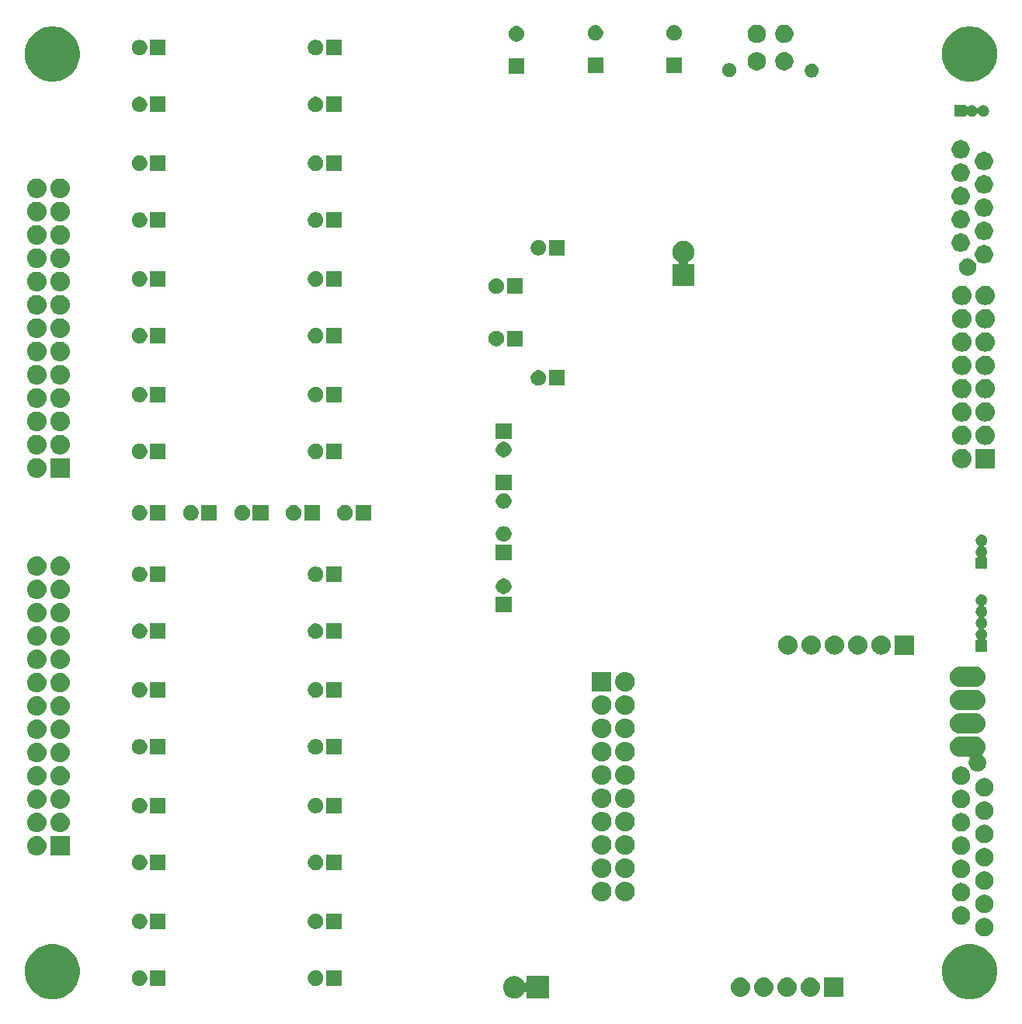
<source format=gbs>
G04 #@! TF.GenerationSoftware,KiCad,Pcbnew,(5.1.0-0)*
G04 #@! TF.CreationDate,2019-05-15T16:19:01+02:00*
G04 #@! TF.ProjectId,freeDSP-aurora,66726565-4453-4502-9d61-75726f72612e,rev?*
G04 #@! TF.SameCoordinates,Original*
G04 #@! TF.FileFunction,Soldermask,Bot*
G04 #@! TF.FilePolarity,Negative*
%FSLAX46Y46*%
G04 Gerber Fmt 4.6, Leading zero omitted, Abs format (unit mm)*
G04 Created by KiCad (PCBNEW (5.1.0-0)) date 2019-05-15 16:19:01*
%MOMM*%
%LPD*%
G04 APERTURE LIST*
%ADD10C,0.100000*%
G04 APERTURE END LIST*
D10*
G36*
X195681870Y-147076859D02*
G01*
X195875068Y-147115288D01*
X196421033Y-147341434D01*
X196668378Y-147506705D01*
X196912388Y-147669747D01*
X197330253Y-148087612D01*
X197658567Y-148578969D01*
X197884712Y-149124933D01*
X198000000Y-149704524D01*
X198000000Y-150295476D01*
X197945169Y-150571128D01*
X197884712Y-150875068D01*
X197658566Y-151421033D01*
X197330252Y-151912389D01*
X196912389Y-152330252D01*
X196421033Y-152658566D01*
X196421032Y-152658567D01*
X196421031Y-152658567D01*
X196282474Y-152715959D01*
X195875068Y-152884712D01*
X195806228Y-152898405D01*
X195295476Y-153000000D01*
X194704524Y-153000000D01*
X194193772Y-152898405D01*
X194124932Y-152884712D01*
X193717526Y-152715959D01*
X193578969Y-152658567D01*
X193578968Y-152658567D01*
X193578967Y-152658566D01*
X193087611Y-152330252D01*
X192669748Y-151912389D01*
X192341434Y-151421033D01*
X192115288Y-150875068D01*
X192054831Y-150571128D01*
X192000000Y-150295476D01*
X192000000Y-149704524D01*
X192115288Y-149124933D01*
X192341433Y-148578969D01*
X192669747Y-148087612D01*
X193087612Y-147669747D01*
X193331622Y-147506705D01*
X193578967Y-147341434D01*
X194124932Y-147115288D01*
X194318130Y-147076859D01*
X194704524Y-147000000D01*
X195295476Y-147000000D01*
X195681870Y-147076859D01*
X195681870Y-147076859D01*
G37*
G36*
X95681870Y-147076859D02*
G01*
X95875068Y-147115288D01*
X96421033Y-147341434D01*
X96668378Y-147506705D01*
X96912388Y-147669747D01*
X97330253Y-148087612D01*
X97658567Y-148578969D01*
X97884712Y-149124933D01*
X98000000Y-149704524D01*
X98000000Y-150295476D01*
X97945169Y-150571128D01*
X97884712Y-150875068D01*
X97658566Y-151421033D01*
X97330252Y-151912389D01*
X96912389Y-152330252D01*
X96421033Y-152658566D01*
X96421032Y-152658567D01*
X96421031Y-152658567D01*
X96282474Y-152715959D01*
X95875068Y-152884712D01*
X95806228Y-152898405D01*
X95295476Y-153000000D01*
X94704524Y-153000000D01*
X94193772Y-152898405D01*
X94124932Y-152884712D01*
X93717526Y-152715959D01*
X93578969Y-152658567D01*
X93578968Y-152658567D01*
X93578967Y-152658566D01*
X93087611Y-152330252D01*
X92669748Y-151912389D01*
X92341434Y-151421033D01*
X92115288Y-150875068D01*
X92054831Y-150571128D01*
X92000000Y-150295476D01*
X92000000Y-149704524D01*
X92115288Y-149124933D01*
X92341433Y-148578969D01*
X92669747Y-148087612D01*
X93087612Y-147669747D01*
X93331622Y-147506705D01*
X93578967Y-147341434D01*
X94124932Y-147115288D01*
X94318130Y-147076859D01*
X94704524Y-147000000D01*
X95295476Y-147000000D01*
X95681870Y-147076859D01*
X95681870Y-147076859D01*
G37*
G36*
X145479281Y-150489865D02*
G01*
X145598378Y-150501595D01*
X145827594Y-150571127D01*
X145827597Y-150571128D01*
X145975156Y-150650000D01*
X146038842Y-150684041D01*
X146224002Y-150835998D01*
X146375959Y-151021158D01*
X146375961Y-151021162D01*
X146448762Y-151157363D01*
X146462376Y-151177738D01*
X146479703Y-151195065D01*
X146500077Y-151208678D01*
X146522716Y-151218056D01*
X146546749Y-151222836D01*
X146571253Y-151222836D01*
X146595286Y-151218056D01*
X146617925Y-151208678D01*
X146638300Y-151195064D01*
X146655627Y-151177737D01*
X146669240Y-151157363D01*
X146678618Y-151134724D01*
X146684000Y-151098439D01*
X146684000Y-150484000D01*
X149116000Y-150484000D01*
X149116000Y-152916000D01*
X146684000Y-152916000D01*
X146684000Y-152301561D01*
X146681598Y-152277175D01*
X146674485Y-152253726D01*
X146662934Y-152232115D01*
X146647389Y-152213173D01*
X146628447Y-152197628D01*
X146606836Y-152186077D01*
X146583387Y-152178964D01*
X146559001Y-152176562D01*
X146534615Y-152178964D01*
X146511166Y-152186077D01*
X146489555Y-152197628D01*
X146470613Y-152213173D01*
X146448762Y-152242637D01*
X146375959Y-152378842D01*
X146224002Y-152564002D01*
X146038842Y-152715959D01*
X146038838Y-152715961D01*
X145827597Y-152828872D01*
X145827594Y-152828873D01*
X145598378Y-152898405D01*
X145479281Y-152910135D01*
X145419733Y-152916000D01*
X145300267Y-152916000D01*
X145240719Y-152910135D01*
X145121622Y-152898405D01*
X144892406Y-152828873D01*
X144892403Y-152828872D01*
X144681162Y-152715961D01*
X144681158Y-152715959D01*
X144495998Y-152564002D01*
X144344041Y-152378842D01*
X144318069Y-152330252D01*
X144231128Y-152167597D01*
X144211764Y-152103762D01*
X144161595Y-151938378D01*
X144138117Y-151700000D01*
X144161595Y-151461622D01*
X144231127Y-151232406D01*
X144231128Y-151232403D01*
X144344039Y-151021162D01*
X144344041Y-151021158D01*
X144495998Y-150835998D01*
X144681158Y-150684041D01*
X144744844Y-150650000D01*
X144892403Y-150571128D01*
X144892406Y-150571127D01*
X145121622Y-150501595D01*
X145240719Y-150489865D01*
X145300267Y-150484000D01*
X145419733Y-150484000D01*
X145479281Y-150489865D01*
X145479281Y-150489865D01*
G37*
G36*
X172688707Y-150657596D02*
G01*
X172765836Y-150665193D01*
X172963762Y-150725233D01*
X172963765Y-150725234D01*
X173146170Y-150822732D01*
X173306055Y-150953945D01*
X173437268Y-151113830D01*
X173534766Y-151296235D01*
X173534767Y-151296238D01*
X173594807Y-151494164D01*
X173615080Y-151700000D01*
X173594807Y-151905836D01*
X173534767Y-152103762D01*
X173534766Y-152103765D01*
X173437268Y-152286170D01*
X173306055Y-152446055D01*
X173146170Y-152577268D01*
X172963765Y-152674766D01*
X172963762Y-152674767D01*
X172765836Y-152734807D01*
X172688707Y-152742404D01*
X172611580Y-152750000D01*
X172508420Y-152750000D01*
X172431293Y-152742404D01*
X172354164Y-152734807D01*
X172156238Y-152674767D01*
X172156235Y-152674766D01*
X171973830Y-152577268D01*
X171813945Y-152446055D01*
X171682732Y-152286170D01*
X171585234Y-152103765D01*
X171585233Y-152103762D01*
X171525193Y-151905836D01*
X171504920Y-151700000D01*
X171525193Y-151494164D01*
X171585233Y-151296238D01*
X171585234Y-151296235D01*
X171682732Y-151113830D01*
X171813945Y-150953945D01*
X171973830Y-150822732D01*
X172156235Y-150725234D01*
X172156238Y-150725233D01*
X172354164Y-150665193D01*
X172431293Y-150657596D01*
X172508420Y-150650000D01*
X172611580Y-150650000D01*
X172688707Y-150657596D01*
X172688707Y-150657596D01*
G37*
G36*
X170148707Y-150657596D02*
G01*
X170225836Y-150665193D01*
X170423762Y-150725233D01*
X170423765Y-150725234D01*
X170606170Y-150822732D01*
X170766055Y-150953945D01*
X170897268Y-151113830D01*
X170994766Y-151296235D01*
X170994767Y-151296238D01*
X171054807Y-151494164D01*
X171075080Y-151700000D01*
X171054807Y-151905836D01*
X170994767Y-152103762D01*
X170994766Y-152103765D01*
X170897268Y-152286170D01*
X170766055Y-152446055D01*
X170606170Y-152577268D01*
X170423765Y-152674766D01*
X170423762Y-152674767D01*
X170225836Y-152734807D01*
X170148707Y-152742404D01*
X170071580Y-152750000D01*
X169968420Y-152750000D01*
X169891293Y-152742404D01*
X169814164Y-152734807D01*
X169616238Y-152674767D01*
X169616235Y-152674766D01*
X169433830Y-152577268D01*
X169273945Y-152446055D01*
X169142732Y-152286170D01*
X169045234Y-152103765D01*
X169045233Y-152103762D01*
X168985193Y-151905836D01*
X168964920Y-151700000D01*
X168985193Y-151494164D01*
X169045233Y-151296238D01*
X169045234Y-151296235D01*
X169142732Y-151113830D01*
X169273945Y-150953945D01*
X169433830Y-150822732D01*
X169616235Y-150725234D01*
X169616238Y-150725233D01*
X169814164Y-150665193D01*
X169891293Y-150657596D01*
X169968420Y-150650000D01*
X170071580Y-150650000D01*
X170148707Y-150657596D01*
X170148707Y-150657596D01*
G37*
G36*
X175228707Y-150657596D02*
G01*
X175305836Y-150665193D01*
X175503762Y-150725233D01*
X175503765Y-150725234D01*
X175686170Y-150822732D01*
X175846055Y-150953945D01*
X175977268Y-151113830D01*
X176074766Y-151296235D01*
X176074767Y-151296238D01*
X176134807Y-151494164D01*
X176155080Y-151700000D01*
X176134807Y-151905836D01*
X176074767Y-152103762D01*
X176074766Y-152103765D01*
X175977268Y-152286170D01*
X175846055Y-152446055D01*
X175686170Y-152577268D01*
X175503765Y-152674766D01*
X175503762Y-152674767D01*
X175305836Y-152734807D01*
X175228707Y-152742404D01*
X175151580Y-152750000D01*
X175048420Y-152750000D01*
X174971293Y-152742404D01*
X174894164Y-152734807D01*
X174696238Y-152674767D01*
X174696235Y-152674766D01*
X174513830Y-152577268D01*
X174353945Y-152446055D01*
X174222732Y-152286170D01*
X174125234Y-152103765D01*
X174125233Y-152103762D01*
X174065193Y-151905836D01*
X174044920Y-151700000D01*
X174065193Y-151494164D01*
X174125233Y-151296238D01*
X174125234Y-151296235D01*
X174222732Y-151113830D01*
X174353945Y-150953945D01*
X174513830Y-150822732D01*
X174696235Y-150725234D01*
X174696238Y-150725233D01*
X174894164Y-150665193D01*
X174971293Y-150657596D01*
X175048420Y-150650000D01*
X175151580Y-150650000D01*
X175228707Y-150657596D01*
X175228707Y-150657596D01*
G37*
G36*
X177768707Y-150657596D02*
G01*
X177845836Y-150665193D01*
X178043762Y-150725233D01*
X178043765Y-150725234D01*
X178226170Y-150822732D01*
X178386055Y-150953945D01*
X178517268Y-151113830D01*
X178614766Y-151296235D01*
X178614767Y-151296238D01*
X178674807Y-151494164D01*
X178695080Y-151700000D01*
X178674807Y-151905836D01*
X178614767Y-152103762D01*
X178614766Y-152103765D01*
X178517268Y-152286170D01*
X178386055Y-152446055D01*
X178226170Y-152577268D01*
X178043765Y-152674766D01*
X178043762Y-152674767D01*
X177845836Y-152734807D01*
X177768707Y-152742404D01*
X177691580Y-152750000D01*
X177588420Y-152750000D01*
X177511293Y-152742404D01*
X177434164Y-152734807D01*
X177236238Y-152674767D01*
X177236235Y-152674766D01*
X177053830Y-152577268D01*
X176893945Y-152446055D01*
X176762732Y-152286170D01*
X176665234Y-152103765D01*
X176665233Y-152103762D01*
X176605193Y-151905836D01*
X176584920Y-151700000D01*
X176605193Y-151494164D01*
X176665233Y-151296238D01*
X176665234Y-151296235D01*
X176762732Y-151113830D01*
X176893945Y-150953945D01*
X177053830Y-150822732D01*
X177236235Y-150725234D01*
X177236238Y-150725233D01*
X177434164Y-150665193D01*
X177511293Y-150657596D01*
X177588420Y-150650000D01*
X177691580Y-150650000D01*
X177768707Y-150657596D01*
X177768707Y-150657596D01*
G37*
G36*
X181230000Y-152750000D02*
G01*
X179130000Y-152750000D01*
X179130000Y-150650000D01*
X181230000Y-150650000D01*
X181230000Y-152750000D01*
X181230000Y-152750000D01*
G37*
G36*
X123947935Y-149882664D02*
G01*
X124102624Y-149946739D01*
X124102626Y-149946740D01*
X124241844Y-150039762D01*
X124360238Y-150158156D01*
X124453260Y-150297374D01*
X124453261Y-150297376D01*
X124517336Y-150452065D01*
X124550000Y-150616281D01*
X124550000Y-150783719D01*
X124517336Y-150947935D01*
X124453261Y-151102624D01*
X124453260Y-151102626D01*
X124360238Y-151241844D01*
X124241844Y-151360238D01*
X124102626Y-151453260D01*
X124102625Y-151453261D01*
X124102624Y-151453261D01*
X123947935Y-151517336D01*
X123783719Y-151550000D01*
X123616281Y-151550000D01*
X123452065Y-151517336D01*
X123297376Y-151453261D01*
X123297375Y-151453261D01*
X123297374Y-151453260D01*
X123158156Y-151360238D01*
X123039762Y-151241844D01*
X122946740Y-151102626D01*
X122946739Y-151102624D01*
X122882664Y-150947935D01*
X122850000Y-150783719D01*
X122850000Y-150616281D01*
X122882664Y-150452065D01*
X122946739Y-150297376D01*
X122946740Y-150297374D01*
X123039762Y-150158156D01*
X123158156Y-150039762D01*
X123297374Y-149946740D01*
X123297376Y-149946739D01*
X123452065Y-149882664D01*
X123616281Y-149850000D01*
X123783719Y-149850000D01*
X123947935Y-149882664D01*
X123947935Y-149882664D01*
G37*
G36*
X126550000Y-151550000D02*
G01*
X124850000Y-151550000D01*
X124850000Y-149850000D01*
X126550000Y-149850000D01*
X126550000Y-151550000D01*
X126550000Y-151550000D01*
G37*
G36*
X104747935Y-149882664D02*
G01*
X104902624Y-149946739D01*
X104902626Y-149946740D01*
X105041844Y-150039762D01*
X105160238Y-150158156D01*
X105253260Y-150297374D01*
X105253261Y-150297376D01*
X105317336Y-150452065D01*
X105350000Y-150616281D01*
X105350000Y-150783719D01*
X105317336Y-150947935D01*
X105253261Y-151102624D01*
X105253260Y-151102626D01*
X105160238Y-151241844D01*
X105041844Y-151360238D01*
X104902626Y-151453260D01*
X104902625Y-151453261D01*
X104902624Y-151453261D01*
X104747935Y-151517336D01*
X104583719Y-151550000D01*
X104416281Y-151550000D01*
X104252065Y-151517336D01*
X104097376Y-151453261D01*
X104097375Y-151453261D01*
X104097374Y-151453260D01*
X103958156Y-151360238D01*
X103839762Y-151241844D01*
X103746740Y-151102626D01*
X103746739Y-151102624D01*
X103682664Y-150947935D01*
X103650000Y-150783719D01*
X103650000Y-150616281D01*
X103682664Y-150452065D01*
X103746739Y-150297376D01*
X103746740Y-150297374D01*
X103839762Y-150158156D01*
X103958156Y-150039762D01*
X104097374Y-149946740D01*
X104097376Y-149946739D01*
X104252065Y-149882664D01*
X104416281Y-149850000D01*
X104583719Y-149850000D01*
X104747935Y-149882664D01*
X104747935Y-149882664D01*
G37*
G36*
X107350000Y-151550000D02*
G01*
X105650000Y-151550000D01*
X105650000Y-149850000D01*
X107350000Y-149850000D01*
X107350000Y-151550000D01*
X107350000Y-151550000D01*
G37*
G36*
X196827290Y-144165619D02*
G01*
X196891689Y-144178429D01*
X197073678Y-144253811D01*
X197237463Y-144363249D01*
X197376751Y-144502537D01*
X197486189Y-144666322D01*
X197554637Y-144831571D01*
X197561571Y-144848312D01*
X197600000Y-145041507D01*
X197600000Y-145238493D01*
X197597062Y-145253261D01*
X197561571Y-145431689D01*
X197486189Y-145613678D01*
X197376751Y-145777463D01*
X197237463Y-145916751D01*
X197073678Y-146026189D01*
X196891689Y-146101571D01*
X196827290Y-146114381D01*
X196698493Y-146140000D01*
X196501507Y-146140000D01*
X196372710Y-146114381D01*
X196308311Y-146101571D01*
X196126322Y-146026189D01*
X195962537Y-145916751D01*
X195823249Y-145777463D01*
X195713811Y-145613678D01*
X195638429Y-145431689D01*
X195602938Y-145253261D01*
X195600000Y-145238493D01*
X195600000Y-145041507D01*
X195638429Y-144848312D01*
X195645363Y-144831571D01*
X195713811Y-144666322D01*
X195823249Y-144502537D01*
X195962537Y-144363249D01*
X196126322Y-144253811D01*
X196308311Y-144178429D01*
X196372710Y-144165619D01*
X196501507Y-144140000D01*
X196698493Y-144140000D01*
X196827290Y-144165619D01*
X196827290Y-144165619D01*
G37*
G36*
X104747935Y-143682664D02*
G01*
X104902624Y-143746739D01*
X104902626Y-143746740D01*
X105041844Y-143839762D01*
X105160238Y-143958156D01*
X105253260Y-144097374D01*
X105253261Y-144097376D01*
X105317336Y-144252065D01*
X105350000Y-144416281D01*
X105350000Y-144583719D01*
X105317336Y-144747935D01*
X105282692Y-144831571D01*
X105253260Y-144902626D01*
X105160238Y-145041844D01*
X105041844Y-145160238D01*
X104902626Y-145253260D01*
X104902625Y-145253261D01*
X104902624Y-145253261D01*
X104747935Y-145317336D01*
X104583719Y-145350000D01*
X104416281Y-145350000D01*
X104252065Y-145317336D01*
X104097376Y-145253261D01*
X104097375Y-145253261D01*
X104097374Y-145253260D01*
X103958156Y-145160238D01*
X103839762Y-145041844D01*
X103746740Y-144902626D01*
X103717308Y-144831571D01*
X103682664Y-144747935D01*
X103650000Y-144583719D01*
X103650000Y-144416281D01*
X103682664Y-144252065D01*
X103746739Y-144097376D01*
X103746740Y-144097374D01*
X103839762Y-143958156D01*
X103958156Y-143839762D01*
X104097374Y-143746740D01*
X104097376Y-143746739D01*
X104252065Y-143682664D01*
X104416281Y-143650000D01*
X104583719Y-143650000D01*
X104747935Y-143682664D01*
X104747935Y-143682664D01*
G37*
G36*
X107350000Y-145350000D02*
G01*
X105650000Y-145350000D01*
X105650000Y-143650000D01*
X107350000Y-143650000D01*
X107350000Y-145350000D01*
X107350000Y-145350000D01*
G37*
G36*
X123947935Y-143682664D02*
G01*
X124102624Y-143746739D01*
X124102626Y-143746740D01*
X124241844Y-143839762D01*
X124360238Y-143958156D01*
X124453260Y-144097374D01*
X124453261Y-144097376D01*
X124517336Y-144252065D01*
X124550000Y-144416281D01*
X124550000Y-144583719D01*
X124517336Y-144747935D01*
X124482692Y-144831571D01*
X124453260Y-144902626D01*
X124360238Y-145041844D01*
X124241844Y-145160238D01*
X124102626Y-145253260D01*
X124102625Y-145253261D01*
X124102624Y-145253261D01*
X123947935Y-145317336D01*
X123783719Y-145350000D01*
X123616281Y-145350000D01*
X123452065Y-145317336D01*
X123297376Y-145253261D01*
X123297375Y-145253261D01*
X123297374Y-145253260D01*
X123158156Y-145160238D01*
X123039762Y-145041844D01*
X122946740Y-144902626D01*
X122917308Y-144831571D01*
X122882664Y-144747935D01*
X122850000Y-144583719D01*
X122850000Y-144416281D01*
X122882664Y-144252065D01*
X122946739Y-144097376D01*
X122946740Y-144097374D01*
X123039762Y-143958156D01*
X123158156Y-143839762D01*
X123297374Y-143746740D01*
X123297376Y-143746739D01*
X123452065Y-143682664D01*
X123616281Y-143650000D01*
X123783719Y-143650000D01*
X123947935Y-143682664D01*
X123947935Y-143682664D01*
G37*
G36*
X126550000Y-145350000D02*
G01*
X124850000Y-145350000D01*
X124850000Y-143650000D01*
X126550000Y-143650000D01*
X126550000Y-145350000D01*
X126550000Y-145350000D01*
G37*
G36*
X194287290Y-142895619D02*
G01*
X194351689Y-142908429D01*
X194533678Y-142983811D01*
X194697463Y-143093249D01*
X194836751Y-143232537D01*
X194946189Y-143396322D01*
X195014637Y-143561571D01*
X195021571Y-143578312D01*
X195055074Y-143746740D01*
X195060000Y-143771509D01*
X195060000Y-143968491D01*
X195021571Y-144161689D01*
X194946189Y-144343678D01*
X194836751Y-144507463D01*
X194697463Y-144646751D01*
X194533678Y-144756189D01*
X194351689Y-144831571D01*
X194287290Y-144844381D01*
X194158493Y-144870000D01*
X193961507Y-144870000D01*
X193832710Y-144844381D01*
X193768311Y-144831571D01*
X193586322Y-144756189D01*
X193422537Y-144646751D01*
X193283249Y-144507463D01*
X193173811Y-144343678D01*
X193098429Y-144161689D01*
X193060000Y-143968491D01*
X193060000Y-143771509D01*
X193064927Y-143746740D01*
X193098429Y-143578312D01*
X193105363Y-143561571D01*
X193173811Y-143396322D01*
X193283249Y-143232537D01*
X193422537Y-143093249D01*
X193586322Y-142983811D01*
X193768311Y-142908429D01*
X193832710Y-142895619D01*
X193961507Y-142870000D01*
X194158493Y-142870000D01*
X194287290Y-142895619D01*
X194287290Y-142895619D01*
G37*
G36*
X196827290Y-141625619D02*
G01*
X196891689Y-141638429D01*
X197073678Y-141713811D01*
X197237463Y-141823249D01*
X197376751Y-141962537D01*
X197486189Y-142126322D01*
X197561571Y-142308311D01*
X197600000Y-142501509D01*
X197600000Y-142698491D01*
X197561571Y-142891689D01*
X197486189Y-143073678D01*
X197376751Y-143237463D01*
X197237463Y-143376751D01*
X197073678Y-143486189D01*
X196891689Y-143561571D01*
X196827290Y-143574381D01*
X196698493Y-143600000D01*
X196501507Y-143600000D01*
X196372710Y-143574381D01*
X196308311Y-143561571D01*
X196126322Y-143486189D01*
X195962537Y-143376751D01*
X195823249Y-143237463D01*
X195713811Y-143073678D01*
X195638429Y-142891689D01*
X195600000Y-142698491D01*
X195600000Y-142501509D01*
X195638429Y-142308311D01*
X195713811Y-142126322D01*
X195823249Y-141962537D01*
X195962537Y-141823249D01*
X196126322Y-141713811D01*
X196308311Y-141638429D01*
X196372710Y-141625619D01*
X196501507Y-141600000D01*
X196698493Y-141600000D01*
X196827290Y-141625619D01*
X196827290Y-141625619D01*
G37*
G36*
X194287290Y-140355619D02*
G01*
X194351689Y-140368429D01*
X194533678Y-140443811D01*
X194697463Y-140553249D01*
X194836751Y-140692537D01*
X194946189Y-140856322D01*
X195014637Y-141021571D01*
X195021571Y-141038312D01*
X195060000Y-141231507D01*
X195060000Y-141428493D01*
X195034381Y-141557290D01*
X195021571Y-141621689D01*
X194946189Y-141803678D01*
X194836751Y-141967463D01*
X194697463Y-142106751D01*
X194533678Y-142216189D01*
X194351689Y-142291571D01*
X194287290Y-142304381D01*
X194158493Y-142330000D01*
X193961507Y-142330000D01*
X193832710Y-142304381D01*
X193768311Y-142291571D01*
X193586322Y-142216189D01*
X193422537Y-142106751D01*
X193283249Y-141967463D01*
X193173811Y-141803678D01*
X193098429Y-141621689D01*
X193085619Y-141557290D01*
X193060000Y-141428493D01*
X193060000Y-141231507D01*
X193098429Y-141038312D01*
X193105363Y-141021571D01*
X193173811Y-140856322D01*
X193283249Y-140692537D01*
X193422537Y-140553249D01*
X193586322Y-140443811D01*
X193768311Y-140368429D01*
X193832710Y-140355619D01*
X193961507Y-140330000D01*
X194158493Y-140330000D01*
X194287290Y-140355619D01*
X194287290Y-140355619D01*
G37*
G36*
X157648500Y-140211789D02*
G01*
X157848994Y-140272608D01*
X158033759Y-140371367D01*
X158033762Y-140371369D01*
X158033763Y-140371370D01*
X158195718Y-140504282D01*
X158328630Y-140666237D01*
X158328633Y-140666241D01*
X158427392Y-140851006D01*
X158488211Y-141051500D01*
X158508746Y-141260000D01*
X158488211Y-141468500D01*
X158427392Y-141668994D01*
X158328633Y-141853759D01*
X158328631Y-141853762D01*
X158328630Y-141853763D01*
X158195718Y-142015718D01*
X158033763Y-142148630D01*
X158033759Y-142148633D01*
X157848994Y-142247392D01*
X157648500Y-142308211D01*
X157492251Y-142323600D01*
X157387749Y-142323600D01*
X157231500Y-142308211D01*
X157031006Y-142247392D01*
X156846241Y-142148633D01*
X156846237Y-142148630D01*
X156684282Y-142015718D01*
X156551370Y-141853763D01*
X156551369Y-141853762D01*
X156551367Y-141853759D01*
X156452608Y-141668994D01*
X156391789Y-141468500D01*
X156371254Y-141260000D01*
X156391789Y-141051500D01*
X156452608Y-140851006D01*
X156551367Y-140666241D01*
X156551370Y-140666237D01*
X156684282Y-140504282D01*
X156846237Y-140371370D01*
X156846238Y-140371369D01*
X156846241Y-140371367D01*
X157031006Y-140272608D01*
X157231500Y-140211789D01*
X157387749Y-140196400D01*
X157492251Y-140196400D01*
X157648500Y-140211789D01*
X157648500Y-140211789D01*
G37*
G36*
X155108500Y-140211789D02*
G01*
X155308994Y-140272608D01*
X155493759Y-140371367D01*
X155493762Y-140371369D01*
X155493763Y-140371370D01*
X155655718Y-140504282D01*
X155788630Y-140666237D01*
X155788633Y-140666241D01*
X155887392Y-140851006D01*
X155948211Y-141051500D01*
X155968746Y-141260000D01*
X155948211Y-141468500D01*
X155887392Y-141668994D01*
X155788633Y-141853759D01*
X155788631Y-141853762D01*
X155788630Y-141853763D01*
X155655718Y-142015718D01*
X155493763Y-142148630D01*
X155493759Y-142148633D01*
X155308994Y-142247392D01*
X155108500Y-142308211D01*
X154952251Y-142323600D01*
X154847749Y-142323600D01*
X154691500Y-142308211D01*
X154491006Y-142247392D01*
X154306241Y-142148633D01*
X154306237Y-142148630D01*
X154144282Y-142015718D01*
X154011370Y-141853763D01*
X154011369Y-141853762D01*
X154011367Y-141853759D01*
X153912608Y-141668994D01*
X153851789Y-141468500D01*
X153831254Y-141260000D01*
X153851789Y-141051500D01*
X153912608Y-140851006D01*
X154011367Y-140666241D01*
X154011370Y-140666237D01*
X154144282Y-140504282D01*
X154306237Y-140371370D01*
X154306238Y-140371369D01*
X154306241Y-140371367D01*
X154491006Y-140272608D01*
X154691500Y-140211789D01*
X154847749Y-140196400D01*
X154952251Y-140196400D01*
X155108500Y-140211789D01*
X155108500Y-140211789D01*
G37*
G36*
X196827290Y-139085619D02*
G01*
X196891689Y-139098429D01*
X197073678Y-139173811D01*
X197237463Y-139283249D01*
X197376751Y-139422537D01*
X197486189Y-139586322D01*
X197561571Y-139768311D01*
X197561571Y-139768312D01*
X197600000Y-139961507D01*
X197600000Y-140158493D01*
X197577301Y-140272607D01*
X197561571Y-140351689D01*
X197486189Y-140533678D01*
X197376751Y-140697463D01*
X197237463Y-140836751D01*
X197073678Y-140946189D01*
X196891689Y-141021571D01*
X196827290Y-141034381D01*
X196698493Y-141060000D01*
X196501507Y-141060000D01*
X196372710Y-141034381D01*
X196308311Y-141021571D01*
X196126322Y-140946189D01*
X195962537Y-140836751D01*
X195823249Y-140697463D01*
X195713811Y-140533678D01*
X195638429Y-140351689D01*
X195622699Y-140272607D01*
X195600000Y-140158493D01*
X195600000Y-139961507D01*
X195638429Y-139768312D01*
X195638429Y-139768311D01*
X195713811Y-139586322D01*
X195823249Y-139422537D01*
X195962537Y-139283249D01*
X196126322Y-139173811D01*
X196308311Y-139098429D01*
X196372710Y-139085619D01*
X196501507Y-139060000D01*
X196698493Y-139060000D01*
X196827290Y-139085619D01*
X196827290Y-139085619D01*
G37*
G36*
X194287290Y-137815619D02*
G01*
X194351689Y-137828429D01*
X194533678Y-137903811D01*
X194697463Y-138013249D01*
X194836751Y-138152537D01*
X194946189Y-138316322D01*
X195014637Y-138481571D01*
X195021571Y-138498312D01*
X195060000Y-138691507D01*
X195060000Y-138888493D01*
X195047765Y-138950000D01*
X195021571Y-139081689D01*
X194946189Y-139263678D01*
X194836751Y-139427463D01*
X194697463Y-139566751D01*
X194533678Y-139676189D01*
X194351689Y-139751571D01*
X194287290Y-139764381D01*
X194158493Y-139790000D01*
X193961507Y-139790000D01*
X193832710Y-139764381D01*
X193768311Y-139751571D01*
X193586322Y-139676189D01*
X193422537Y-139566751D01*
X193283249Y-139427463D01*
X193173811Y-139263678D01*
X193098429Y-139081689D01*
X193072235Y-138950000D01*
X193060000Y-138888493D01*
X193060000Y-138691507D01*
X193098429Y-138498312D01*
X193105363Y-138481571D01*
X193173811Y-138316322D01*
X193283249Y-138152537D01*
X193422537Y-138013249D01*
X193586322Y-137903811D01*
X193768311Y-137828429D01*
X193832710Y-137815619D01*
X193961507Y-137790000D01*
X194158493Y-137790000D01*
X194287290Y-137815619D01*
X194287290Y-137815619D01*
G37*
G36*
X155108500Y-137671789D02*
G01*
X155308994Y-137732608D01*
X155493759Y-137831367D01*
X155493762Y-137831369D01*
X155493763Y-137831370D01*
X155655718Y-137964282D01*
X155788630Y-138126237D01*
X155788633Y-138126241D01*
X155887392Y-138311006D01*
X155948211Y-138511500D01*
X155968746Y-138720000D01*
X155948211Y-138928500D01*
X155887392Y-139128994D01*
X155788633Y-139313759D01*
X155788631Y-139313762D01*
X155788630Y-139313763D01*
X155655718Y-139475718D01*
X155493763Y-139608630D01*
X155493759Y-139608633D01*
X155308994Y-139707392D01*
X155108500Y-139768211D01*
X154952251Y-139783600D01*
X154847749Y-139783600D01*
X154691500Y-139768211D01*
X154491006Y-139707392D01*
X154306241Y-139608633D01*
X154306237Y-139608630D01*
X154144282Y-139475718D01*
X154011370Y-139313763D01*
X154011369Y-139313762D01*
X154011367Y-139313759D01*
X153912608Y-139128994D01*
X153851789Y-138928500D01*
X153831254Y-138720000D01*
X153851789Y-138511500D01*
X153912608Y-138311006D01*
X154011367Y-138126241D01*
X154011370Y-138126237D01*
X154144282Y-137964282D01*
X154306237Y-137831370D01*
X154306238Y-137831369D01*
X154306241Y-137831367D01*
X154491006Y-137732608D01*
X154691500Y-137671789D01*
X154847749Y-137656400D01*
X154952251Y-137656400D01*
X155108500Y-137671789D01*
X155108500Y-137671789D01*
G37*
G36*
X157648500Y-137671789D02*
G01*
X157848994Y-137732608D01*
X158033759Y-137831367D01*
X158033762Y-137831369D01*
X158033763Y-137831370D01*
X158195718Y-137964282D01*
X158328630Y-138126237D01*
X158328633Y-138126241D01*
X158427392Y-138311006D01*
X158488211Y-138511500D01*
X158508746Y-138720000D01*
X158488211Y-138928500D01*
X158427392Y-139128994D01*
X158328633Y-139313759D01*
X158328631Y-139313762D01*
X158328630Y-139313763D01*
X158195718Y-139475718D01*
X158033763Y-139608630D01*
X158033759Y-139608633D01*
X157848994Y-139707392D01*
X157648500Y-139768211D01*
X157492251Y-139783600D01*
X157387749Y-139783600D01*
X157231500Y-139768211D01*
X157031006Y-139707392D01*
X156846241Y-139608633D01*
X156846237Y-139608630D01*
X156684282Y-139475718D01*
X156551370Y-139313763D01*
X156551369Y-139313762D01*
X156551367Y-139313759D01*
X156452608Y-139128994D01*
X156391789Y-138928500D01*
X156371254Y-138720000D01*
X156391789Y-138511500D01*
X156452608Y-138311006D01*
X156551367Y-138126241D01*
X156551370Y-138126237D01*
X156684282Y-137964282D01*
X156846237Y-137831370D01*
X156846238Y-137831369D01*
X156846241Y-137831367D01*
X157031006Y-137732608D01*
X157231500Y-137671789D01*
X157387749Y-137656400D01*
X157492251Y-137656400D01*
X157648500Y-137671789D01*
X157648500Y-137671789D01*
G37*
G36*
X104747935Y-137282664D02*
G01*
X104902624Y-137346739D01*
X104902626Y-137346740D01*
X105041844Y-137439762D01*
X105160238Y-137558156D01*
X105236165Y-137671790D01*
X105253261Y-137697376D01*
X105317336Y-137852065D01*
X105350000Y-138016281D01*
X105350000Y-138183719D01*
X105317336Y-138347935D01*
X105255047Y-138498312D01*
X105253260Y-138502626D01*
X105160238Y-138641844D01*
X105041844Y-138760238D01*
X104902626Y-138853260D01*
X104902625Y-138853261D01*
X104902624Y-138853261D01*
X104747935Y-138917336D01*
X104583719Y-138950000D01*
X104416281Y-138950000D01*
X104252065Y-138917336D01*
X104097376Y-138853261D01*
X104097375Y-138853261D01*
X104097374Y-138853260D01*
X103958156Y-138760238D01*
X103839762Y-138641844D01*
X103746740Y-138502626D01*
X103744953Y-138498312D01*
X103682664Y-138347935D01*
X103650000Y-138183719D01*
X103650000Y-138016281D01*
X103682664Y-137852065D01*
X103746739Y-137697376D01*
X103763835Y-137671790D01*
X103839762Y-137558156D01*
X103958156Y-137439762D01*
X104097374Y-137346740D01*
X104097376Y-137346739D01*
X104252065Y-137282664D01*
X104416281Y-137250000D01*
X104583719Y-137250000D01*
X104747935Y-137282664D01*
X104747935Y-137282664D01*
G37*
G36*
X107350000Y-138950000D02*
G01*
X105650000Y-138950000D01*
X105650000Y-137250000D01*
X107350000Y-137250000D01*
X107350000Y-138950000D01*
X107350000Y-138950000D01*
G37*
G36*
X126550000Y-138950000D02*
G01*
X124850000Y-138950000D01*
X124850000Y-137250000D01*
X126550000Y-137250000D01*
X126550000Y-138950000D01*
X126550000Y-138950000D01*
G37*
G36*
X123947935Y-137282664D02*
G01*
X124102624Y-137346739D01*
X124102626Y-137346740D01*
X124241844Y-137439762D01*
X124360238Y-137558156D01*
X124436165Y-137671790D01*
X124453261Y-137697376D01*
X124517336Y-137852065D01*
X124550000Y-138016281D01*
X124550000Y-138183719D01*
X124517336Y-138347935D01*
X124455047Y-138498312D01*
X124453260Y-138502626D01*
X124360238Y-138641844D01*
X124241844Y-138760238D01*
X124102626Y-138853260D01*
X124102625Y-138853261D01*
X124102624Y-138853261D01*
X123947935Y-138917336D01*
X123783719Y-138950000D01*
X123616281Y-138950000D01*
X123452065Y-138917336D01*
X123297376Y-138853261D01*
X123297375Y-138853261D01*
X123297374Y-138853260D01*
X123158156Y-138760238D01*
X123039762Y-138641844D01*
X122946740Y-138502626D01*
X122944953Y-138498312D01*
X122882664Y-138347935D01*
X122850000Y-138183719D01*
X122850000Y-138016281D01*
X122882664Y-137852065D01*
X122946739Y-137697376D01*
X122963835Y-137671790D01*
X123039762Y-137558156D01*
X123158156Y-137439762D01*
X123297374Y-137346740D01*
X123297376Y-137346739D01*
X123452065Y-137282664D01*
X123616281Y-137250000D01*
X123783719Y-137250000D01*
X123947935Y-137282664D01*
X123947935Y-137282664D01*
G37*
G36*
X196827290Y-136545619D02*
G01*
X196891689Y-136558429D01*
X197073678Y-136633811D01*
X197237463Y-136743249D01*
X197376751Y-136882537D01*
X197486189Y-137046322D01*
X197561571Y-137228311D01*
X197561571Y-137228312D01*
X197600000Y-137421507D01*
X197600000Y-137618493D01*
X197584309Y-137697376D01*
X197561571Y-137811689D01*
X197486189Y-137993678D01*
X197376751Y-138157463D01*
X197237463Y-138296751D01*
X197073678Y-138406189D01*
X196891689Y-138481571D01*
X196827290Y-138494381D01*
X196698493Y-138520000D01*
X196501507Y-138520000D01*
X196372710Y-138494381D01*
X196308311Y-138481571D01*
X196126322Y-138406189D01*
X195962537Y-138296751D01*
X195823249Y-138157463D01*
X195713811Y-137993678D01*
X195638429Y-137811689D01*
X195615691Y-137697376D01*
X195600000Y-137618493D01*
X195600000Y-137421507D01*
X195638429Y-137228312D01*
X195638429Y-137228311D01*
X195713811Y-137046322D01*
X195823249Y-136882537D01*
X195962537Y-136743249D01*
X196126322Y-136633811D01*
X196308311Y-136558429D01*
X196372710Y-136545619D01*
X196501507Y-136520000D01*
X196698493Y-136520000D01*
X196827290Y-136545619D01*
X196827290Y-136545619D01*
G37*
G36*
X93518500Y-135231789D02*
G01*
X93718994Y-135292608D01*
X93903759Y-135391367D01*
X93903762Y-135391369D01*
X93903763Y-135391370D01*
X94065718Y-135524282D01*
X94198630Y-135686237D01*
X94198633Y-135686241D01*
X94297392Y-135871006D01*
X94358211Y-136071500D01*
X94378746Y-136280000D01*
X94358211Y-136488500D01*
X94297392Y-136688994D01*
X94198633Y-136873759D01*
X94198631Y-136873762D01*
X94198630Y-136873763D01*
X94065718Y-137035718D01*
X93905270Y-137167393D01*
X93903759Y-137168633D01*
X93718994Y-137267392D01*
X93518500Y-137328211D01*
X93362251Y-137343600D01*
X93257749Y-137343600D01*
X93101500Y-137328211D01*
X92901006Y-137267392D01*
X92716241Y-137168633D01*
X92714730Y-137167393D01*
X92554282Y-137035718D01*
X92421370Y-136873763D01*
X92421369Y-136873762D01*
X92421367Y-136873759D01*
X92322608Y-136688994D01*
X92261789Y-136488500D01*
X92241254Y-136280000D01*
X92261789Y-136071500D01*
X92322608Y-135871006D01*
X92421367Y-135686241D01*
X92421370Y-135686237D01*
X92554282Y-135524282D01*
X92716237Y-135391370D01*
X92716238Y-135391369D01*
X92716241Y-135391367D01*
X92901006Y-135292608D01*
X93101500Y-135231789D01*
X93257749Y-135216400D01*
X93362251Y-135216400D01*
X93518500Y-135231789D01*
X93518500Y-135231789D01*
G37*
G36*
X96913600Y-137343600D02*
G01*
X94786400Y-137343600D01*
X94786400Y-135216400D01*
X96913600Y-135216400D01*
X96913600Y-137343600D01*
X96913600Y-137343600D01*
G37*
G36*
X194287290Y-135275619D02*
G01*
X194351689Y-135288429D01*
X194533678Y-135363811D01*
X194697463Y-135473249D01*
X194836751Y-135612537D01*
X194946189Y-135776322D01*
X194985408Y-135871006D01*
X195021571Y-135958312D01*
X195060000Y-136151507D01*
X195060000Y-136348493D01*
X195034381Y-136477290D01*
X195021571Y-136541689D01*
X194946189Y-136723678D01*
X194836751Y-136887463D01*
X194697463Y-137026751D01*
X194533678Y-137136189D01*
X194351689Y-137211571D01*
X194287290Y-137224381D01*
X194158493Y-137250000D01*
X193961507Y-137250000D01*
X193832710Y-137224381D01*
X193768311Y-137211571D01*
X193586322Y-137136189D01*
X193422537Y-137026751D01*
X193283249Y-136887463D01*
X193173811Y-136723678D01*
X193098429Y-136541689D01*
X193085619Y-136477290D01*
X193060000Y-136348493D01*
X193060000Y-136151507D01*
X193098429Y-135958312D01*
X193134592Y-135871006D01*
X193173811Y-135776322D01*
X193283249Y-135612537D01*
X193422537Y-135473249D01*
X193586322Y-135363811D01*
X193768311Y-135288429D01*
X193832710Y-135275619D01*
X193961507Y-135250000D01*
X194158493Y-135250000D01*
X194287290Y-135275619D01*
X194287290Y-135275619D01*
G37*
G36*
X157648500Y-135131789D02*
G01*
X157848994Y-135192608D01*
X158033759Y-135291367D01*
X158033762Y-135291369D01*
X158033763Y-135291370D01*
X158195718Y-135424282D01*
X158328630Y-135586237D01*
X158328633Y-135586241D01*
X158427392Y-135771006D01*
X158488211Y-135971500D01*
X158508746Y-136180000D01*
X158488211Y-136388500D01*
X158427392Y-136588994D01*
X158328633Y-136773759D01*
X158328631Y-136773762D01*
X158328630Y-136773763D01*
X158195718Y-136935718D01*
X158033763Y-137068630D01*
X158033759Y-137068633D01*
X157848994Y-137167392D01*
X157648500Y-137228211D01*
X157492251Y-137243600D01*
X157387749Y-137243600D01*
X157231500Y-137228211D01*
X157031006Y-137167392D01*
X156846241Y-137068633D01*
X156846237Y-137068630D01*
X156684282Y-136935718D01*
X156551370Y-136773763D01*
X156551369Y-136773762D01*
X156551367Y-136773759D01*
X156452608Y-136588994D01*
X156391789Y-136388500D01*
X156371254Y-136180000D01*
X156391789Y-135971500D01*
X156452608Y-135771006D01*
X156551367Y-135586241D01*
X156551370Y-135586237D01*
X156684282Y-135424282D01*
X156846237Y-135291370D01*
X156846238Y-135291369D01*
X156846241Y-135291367D01*
X157031006Y-135192608D01*
X157231500Y-135131789D01*
X157387749Y-135116400D01*
X157492251Y-135116400D01*
X157648500Y-135131789D01*
X157648500Y-135131789D01*
G37*
G36*
X155108500Y-135131789D02*
G01*
X155308994Y-135192608D01*
X155493759Y-135291367D01*
X155493762Y-135291369D01*
X155493763Y-135291370D01*
X155655718Y-135424282D01*
X155788630Y-135586237D01*
X155788633Y-135586241D01*
X155887392Y-135771006D01*
X155948211Y-135971500D01*
X155968746Y-136180000D01*
X155948211Y-136388500D01*
X155887392Y-136588994D01*
X155788633Y-136773759D01*
X155788631Y-136773762D01*
X155788630Y-136773763D01*
X155655718Y-136935718D01*
X155493763Y-137068630D01*
X155493759Y-137068633D01*
X155308994Y-137167392D01*
X155108500Y-137228211D01*
X154952251Y-137243600D01*
X154847749Y-137243600D01*
X154691500Y-137228211D01*
X154491006Y-137167392D01*
X154306241Y-137068633D01*
X154306237Y-137068630D01*
X154144282Y-136935718D01*
X154011370Y-136773763D01*
X154011369Y-136773762D01*
X154011367Y-136773759D01*
X153912608Y-136588994D01*
X153851789Y-136388500D01*
X153831254Y-136180000D01*
X153851789Y-135971500D01*
X153912608Y-135771006D01*
X154011367Y-135586241D01*
X154011370Y-135586237D01*
X154144282Y-135424282D01*
X154306237Y-135291370D01*
X154306238Y-135291369D01*
X154306241Y-135291367D01*
X154491006Y-135192608D01*
X154691500Y-135131789D01*
X154847749Y-135116400D01*
X154952251Y-135116400D01*
X155108500Y-135131789D01*
X155108500Y-135131789D01*
G37*
G36*
X196827290Y-134005619D02*
G01*
X196891689Y-134018429D01*
X197073678Y-134093811D01*
X197237463Y-134203249D01*
X197376751Y-134342537D01*
X197486189Y-134506322D01*
X197561571Y-134688311D01*
X197561571Y-134688312D01*
X197600000Y-134881507D01*
X197600000Y-135078493D01*
X197577301Y-135192607D01*
X197561571Y-135271689D01*
X197486189Y-135453678D01*
X197376751Y-135617463D01*
X197237463Y-135756751D01*
X197073678Y-135866189D01*
X196891689Y-135941571D01*
X196827290Y-135954381D01*
X196698493Y-135980000D01*
X196501507Y-135980000D01*
X196372710Y-135954381D01*
X196308311Y-135941571D01*
X196126322Y-135866189D01*
X195962537Y-135756751D01*
X195823249Y-135617463D01*
X195713811Y-135453678D01*
X195638429Y-135271689D01*
X195622699Y-135192607D01*
X195600000Y-135078493D01*
X195600000Y-134881507D01*
X195638429Y-134688312D01*
X195638429Y-134688311D01*
X195713811Y-134506322D01*
X195823249Y-134342537D01*
X195962537Y-134203249D01*
X196126322Y-134093811D01*
X196308311Y-134018429D01*
X196372710Y-134005619D01*
X196501507Y-133980000D01*
X196698493Y-133980000D01*
X196827290Y-134005619D01*
X196827290Y-134005619D01*
G37*
G36*
X96058500Y-132691789D02*
G01*
X96258994Y-132752608D01*
X96443759Y-132851367D01*
X96443762Y-132851369D01*
X96443763Y-132851370D01*
X96605718Y-132984282D01*
X96738630Y-133146237D01*
X96738633Y-133146241D01*
X96837392Y-133331006D01*
X96898211Y-133531500D01*
X96918746Y-133740000D01*
X96898211Y-133948500D01*
X96837392Y-134148994D01*
X96738633Y-134333759D01*
X96738631Y-134333762D01*
X96738630Y-134333763D01*
X96605718Y-134495718D01*
X96445270Y-134627393D01*
X96443759Y-134628633D01*
X96258994Y-134727392D01*
X96058500Y-134788211D01*
X95902251Y-134803600D01*
X95797749Y-134803600D01*
X95641500Y-134788211D01*
X95441006Y-134727392D01*
X95256241Y-134628633D01*
X95254730Y-134627393D01*
X95094282Y-134495718D01*
X94961370Y-134333763D01*
X94961369Y-134333762D01*
X94961367Y-134333759D01*
X94862608Y-134148994D01*
X94801789Y-133948500D01*
X94781254Y-133740000D01*
X94801789Y-133531500D01*
X94862608Y-133331006D01*
X94961367Y-133146241D01*
X94961370Y-133146237D01*
X95094282Y-132984282D01*
X95256237Y-132851370D01*
X95256238Y-132851369D01*
X95256241Y-132851367D01*
X95441006Y-132752608D01*
X95641500Y-132691789D01*
X95797749Y-132676400D01*
X95902251Y-132676400D01*
X96058500Y-132691789D01*
X96058500Y-132691789D01*
G37*
G36*
X93518500Y-132691789D02*
G01*
X93718994Y-132752608D01*
X93903759Y-132851367D01*
X93903762Y-132851369D01*
X93903763Y-132851370D01*
X94065718Y-132984282D01*
X94198630Y-133146237D01*
X94198633Y-133146241D01*
X94297392Y-133331006D01*
X94358211Y-133531500D01*
X94378746Y-133740000D01*
X94358211Y-133948500D01*
X94297392Y-134148994D01*
X94198633Y-134333759D01*
X94198631Y-134333762D01*
X94198630Y-134333763D01*
X94065718Y-134495718D01*
X93905270Y-134627393D01*
X93903759Y-134628633D01*
X93718994Y-134727392D01*
X93518500Y-134788211D01*
X93362251Y-134803600D01*
X93257749Y-134803600D01*
X93101500Y-134788211D01*
X92901006Y-134727392D01*
X92716241Y-134628633D01*
X92714730Y-134627393D01*
X92554282Y-134495718D01*
X92421370Y-134333763D01*
X92421369Y-134333762D01*
X92421367Y-134333759D01*
X92322608Y-134148994D01*
X92261789Y-133948500D01*
X92241254Y-133740000D01*
X92261789Y-133531500D01*
X92322608Y-133331006D01*
X92421367Y-133146241D01*
X92421370Y-133146237D01*
X92554282Y-132984282D01*
X92716237Y-132851370D01*
X92716238Y-132851369D01*
X92716241Y-132851367D01*
X92901006Y-132752608D01*
X93101500Y-132691789D01*
X93257749Y-132676400D01*
X93362251Y-132676400D01*
X93518500Y-132691789D01*
X93518500Y-132691789D01*
G37*
G36*
X194287290Y-132735619D02*
G01*
X194351689Y-132748429D01*
X194533678Y-132823811D01*
X194697463Y-132933249D01*
X194836751Y-133072537D01*
X194946189Y-133236322D01*
X194985408Y-133331006D01*
X195021571Y-133418312D01*
X195060000Y-133611507D01*
X195060000Y-133808493D01*
X195034381Y-133937290D01*
X195021571Y-134001689D01*
X194946189Y-134183678D01*
X194836751Y-134347463D01*
X194697463Y-134486751D01*
X194533678Y-134596189D01*
X194351689Y-134671571D01*
X194287290Y-134684381D01*
X194158493Y-134710000D01*
X193961507Y-134710000D01*
X193832710Y-134684381D01*
X193768311Y-134671571D01*
X193586322Y-134596189D01*
X193422537Y-134486751D01*
X193283249Y-134347463D01*
X193173811Y-134183678D01*
X193098429Y-134001689D01*
X193085619Y-133937290D01*
X193060000Y-133808493D01*
X193060000Y-133611507D01*
X193098429Y-133418312D01*
X193134592Y-133331006D01*
X193173811Y-133236322D01*
X193283249Y-133072537D01*
X193422537Y-132933249D01*
X193586322Y-132823811D01*
X193768311Y-132748429D01*
X193832710Y-132735619D01*
X193961507Y-132710000D01*
X194158493Y-132710000D01*
X194287290Y-132735619D01*
X194287290Y-132735619D01*
G37*
G36*
X155108500Y-132591789D02*
G01*
X155308994Y-132652608D01*
X155493759Y-132751367D01*
X155493762Y-132751369D01*
X155493763Y-132751370D01*
X155655718Y-132884282D01*
X155788630Y-133046237D01*
X155788633Y-133046241D01*
X155887392Y-133231006D01*
X155948211Y-133431500D01*
X155968746Y-133640000D01*
X155948211Y-133848500D01*
X155887392Y-134048994D01*
X155788633Y-134233759D01*
X155788631Y-134233762D01*
X155788630Y-134233763D01*
X155655718Y-134395718D01*
X155493763Y-134528630D01*
X155493759Y-134528633D01*
X155308994Y-134627392D01*
X155108500Y-134688211D01*
X154952251Y-134703600D01*
X154847749Y-134703600D01*
X154691500Y-134688211D01*
X154491006Y-134627392D01*
X154306241Y-134528633D01*
X154306237Y-134528630D01*
X154144282Y-134395718D01*
X154011370Y-134233763D01*
X154011369Y-134233762D01*
X154011367Y-134233759D01*
X153912608Y-134048994D01*
X153851789Y-133848500D01*
X153831254Y-133640000D01*
X153851789Y-133431500D01*
X153912608Y-133231006D01*
X154011367Y-133046241D01*
X154011370Y-133046237D01*
X154144282Y-132884282D01*
X154306237Y-132751370D01*
X154306238Y-132751369D01*
X154306241Y-132751367D01*
X154491006Y-132652608D01*
X154691500Y-132591789D01*
X154847749Y-132576400D01*
X154952251Y-132576400D01*
X155108500Y-132591789D01*
X155108500Y-132591789D01*
G37*
G36*
X157648500Y-132591789D02*
G01*
X157848994Y-132652608D01*
X158033759Y-132751367D01*
X158033762Y-132751369D01*
X158033763Y-132751370D01*
X158195718Y-132884282D01*
X158328630Y-133046237D01*
X158328633Y-133046241D01*
X158427392Y-133231006D01*
X158488211Y-133431500D01*
X158508746Y-133640000D01*
X158488211Y-133848500D01*
X158427392Y-134048994D01*
X158328633Y-134233759D01*
X158328631Y-134233762D01*
X158328630Y-134233763D01*
X158195718Y-134395718D01*
X158033763Y-134528630D01*
X158033759Y-134528633D01*
X157848994Y-134627392D01*
X157648500Y-134688211D01*
X157492251Y-134703600D01*
X157387749Y-134703600D01*
X157231500Y-134688211D01*
X157031006Y-134627392D01*
X156846241Y-134528633D01*
X156846237Y-134528630D01*
X156684282Y-134395718D01*
X156551370Y-134233763D01*
X156551369Y-134233762D01*
X156551367Y-134233759D01*
X156452608Y-134048994D01*
X156391789Y-133848500D01*
X156371254Y-133640000D01*
X156391789Y-133431500D01*
X156452608Y-133231006D01*
X156551367Y-133046241D01*
X156551370Y-133046237D01*
X156684282Y-132884282D01*
X156846237Y-132751370D01*
X156846238Y-132751369D01*
X156846241Y-132751367D01*
X157031006Y-132652608D01*
X157231500Y-132591789D01*
X157387749Y-132576400D01*
X157492251Y-132576400D01*
X157648500Y-132591789D01*
X157648500Y-132591789D01*
G37*
G36*
X196827290Y-131465619D02*
G01*
X196891689Y-131478429D01*
X197073678Y-131553811D01*
X197237463Y-131663249D01*
X197376751Y-131802537D01*
X197486189Y-131966322D01*
X197561571Y-132148311D01*
X197561571Y-132148312D01*
X197600000Y-132341507D01*
X197600000Y-132538493D01*
X197577301Y-132652607D01*
X197561571Y-132731689D01*
X197486189Y-132913678D01*
X197376751Y-133077463D01*
X197237463Y-133216751D01*
X197073678Y-133326189D01*
X196891689Y-133401571D01*
X196827290Y-133414381D01*
X196698493Y-133440000D01*
X196501507Y-133440000D01*
X196372710Y-133414381D01*
X196308311Y-133401571D01*
X196126322Y-133326189D01*
X195962537Y-133216751D01*
X195823249Y-133077463D01*
X195713811Y-132913678D01*
X195638429Y-132731689D01*
X195622699Y-132652607D01*
X195600000Y-132538493D01*
X195600000Y-132341507D01*
X195638429Y-132148312D01*
X195638429Y-132148311D01*
X195713811Y-131966322D01*
X195823249Y-131802537D01*
X195962537Y-131663249D01*
X196126322Y-131553811D01*
X196308311Y-131478429D01*
X196372710Y-131465619D01*
X196501507Y-131440000D01*
X196698493Y-131440000D01*
X196827290Y-131465619D01*
X196827290Y-131465619D01*
G37*
G36*
X107350000Y-132750000D02*
G01*
X105650000Y-132750000D01*
X105650000Y-131050000D01*
X107350000Y-131050000D01*
X107350000Y-132750000D01*
X107350000Y-132750000D01*
G37*
G36*
X123947935Y-131082664D02*
G01*
X124102624Y-131146739D01*
X124102626Y-131146740D01*
X124241844Y-131239762D01*
X124360238Y-131358156D01*
X124429416Y-131461689D01*
X124453261Y-131497376D01*
X124517336Y-131652065D01*
X124550000Y-131816281D01*
X124550000Y-131983719D01*
X124517336Y-132147935D01*
X124475800Y-132248210D01*
X124453260Y-132302626D01*
X124360238Y-132441844D01*
X124241844Y-132560238D01*
X124102626Y-132653260D01*
X124102625Y-132653261D01*
X124102624Y-132653261D01*
X123947935Y-132717336D01*
X123783719Y-132750000D01*
X123616281Y-132750000D01*
X123452065Y-132717336D01*
X123297376Y-132653261D01*
X123297375Y-132653261D01*
X123297374Y-132653260D01*
X123158156Y-132560238D01*
X123039762Y-132441844D01*
X122946740Y-132302626D01*
X122924200Y-132248210D01*
X122882664Y-132147935D01*
X122850000Y-131983719D01*
X122850000Y-131816281D01*
X122882664Y-131652065D01*
X122946739Y-131497376D01*
X122970584Y-131461689D01*
X123039762Y-131358156D01*
X123158156Y-131239762D01*
X123297374Y-131146740D01*
X123297376Y-131146739D01*
X123452065Y-131082664D01*
X123616281Y-131050000D01*
X123783719Y-131050000D01*
X123947935Y-131082664D01*
X123947935Y-131082664D01*
G37*
G36*
X126550000Y-132750000D02*
G01*
X124850000Y-132750000D01*
X124850000Y-131050000D01*
X126550000Y-131050000D01*
X126550000Y-132750000D01*
X126550000Y-132750000D01*
G37*
G36*
X104747935Y-131082664D02*
G01*
X104902624Y-131146739D01*
X104902626Y-131146740D01*
X105041844Y-131239762D01*
X105160238Y-131358156D01*
X105229416Y-131461689D01*
X105253261Y-131497376D01*
X105317336Y-131652065D01*
X105350000Y-131816281D01*
X105350000Y-131983719D01*
X105317336Y-132147935D01*
X105275800Y-132248210D01*
X105253260Y-132302626D01*
X105160238Y-132441844D01*
X105041844Y-132560238D01*
X104902626Y-132653260D01*
X104902625Y-132653261D01*
X104902624Y-132653261D01*
X104747935Y-132717336D01*
X104583719Y-132750000D01*
X104416281Y-132750000D01*
X104252065Y-132717336D01*
X104097376Y-132653261D01*
X104097375Y-132653261D01*
X104097374Y-132653260D01*
X103958156Y-132560238D01*
X103839762Y-132441844D01*
X103746740Y-132302626D01*
X103724200Y-132248210D01*
X103682664Y-132147935D01*
X103650000Y-131983719D01*
X103650000Y-131816281D01*
X103682664Y-131652065D01*
X103746739Y-131497376D01*
X103770584Y-131461689D01*
X103839762Y-131358156D01*
X103958156Y-131239762D01*
X104097374Y-131146740D01*
X104097376Y-131146739D01*
X104252065Y-131082664D01*
X104416281Y-131050000D01*
X104583719Y-131050000D01*
X104747935Y-131082664D01*
X104747935Y-131082664D01*
G37*
G36*
X93518500Y-130151789D02*
G01*
X93718994Y-130212608D01*
X93903759Y-130311367D01*
X93903762Y-130311369D01*
X93903763Y-130311370D01*
X94065718Y-130444282D01*
X94198630Y-130606237D01*
X94198633Y-130606241D01*
X94297392Y-130791006D01*
X94358211Y-130991500D01*
X94378746Y-131200000D01*
X94358211Y-131408500D01*
X94297392Y-131608994D01*
X94198633Y-131793759D01*
X94198631Y-131793762D01*
X94198630Y-131793763D01*
X94065718Y-131955718D01*
X93905270Y-132087393D01*
X93903759Y-132088633D01*
X93718994Y-132187392D01*
X93518500Y-132248211D01*
X93362251Y-132263600D01*
X93257749Y-132263600D01*
X93101500Y-132248211D01*
X92901006Y-132187392D01*
X92716241Y-132088633D01*
X92714730Y-132087393D01*
X92554282Y-131955718D01*
X92421370Y-131793763D01*
X92421369Y-131793762D01*
X92421367Y-131793759D01*
X92322608Y-131608994D01*
X92261789Y-131408500D01*
X92241254Y-131200000D01*
X92261789Y-130991500D01*
X92322608Y-130791006D01*
X92421367Y-130606241D01*
X92421370Y-130606237D01*
X92554282Y-130444282D01*
X92716237Y-130311370D01*
X92716238Y-130311369D01*
X92716241Y-130311367D01*
X92901006Y-130212608D01*
X93101500Y-130151789D01*
X93257749Y-130136400D01*
X93362251Y-130136400D01*
X93518500Y-130151789D01*
X93518500Y-130151789D01*
G37*
G36*
X96058500Y-130151789D02*
G01*
X96258994Y-130212608D01*
X96443759Y-130311367D01*
X96443762Y-130311369D01*
X96443763Y-130311370D01*
X96605718Y-130444282D01*
X96738630Y-130606237D01*
X96738633Y-130606241D01*
X96837392Y-130791006D01*
X96898211Y-130991500D01*
X96918746Y-131200000D01*
X96898211Y-131408500D01*
X96837392Y-131608994D01*
X96738633Y-131793759D01*
X96738631Y-131793762D01*
X96738630Y-131793763D01*
X96605718Y-131955718D01*
X96445270Y-132087393D01*
X96443759Y-132088633D01*
X96258994Y-132187392D01*
X96058500Y-132248211D01*
X95902251Y-132263600D01*
X95797749Y-132263600D01*
X95641500Y-132248211D01*
X95441006Y-132187392D01*
X95256241Y-132088633D01*
X95254730Y-132087393D01*
X95094282Y-131955718D01*
X94961370Y-131793763D01*
X94961369Y-131793762D01*
X94961367Y-131793759D01*
X94862608Y-131608994D01*
X94801789Y-131408500D01*
X94781254Y-131200000D01*
X94801789Y-130991500D01*
X94862608Y-130791006D01*
X94961367Y-130606241D01*
X94961370Y-130606237D01*
X95094282Y-130444282D01*
X95256237Y-130311370D01*
X95256238Y-130311369D01*
X95256241Y-130311367D01*
X95441006Y-130212608D01*
X95641500Y-130151789D01*
X95797749Y-130136400D01*
X95902251Y-130136400D01*
X96058500Y-130151789D01*
X96058500Y-130151789D01*
G37*
G36*
X194287290Y-130195619D02*
G01*
X194351689Y-130208429D01*
X194533678Y-130283811D01*
X194697463Y-130393249D01*
X194836751Y-130532537D01*
X194946189Y-130696322D01*
X194985408Y-130791006D01*
X195021571Y-130878312D01*
X195060000Y-131071507D01*
X195060000Y-131268493D01*
X195042165Y-131358156D01*
X195021571Y-131461689D01*
X194946189Y-131643678D01*
X194836751Y-131807463D01*
X194697463Y-131946751D01*
X194533678Y-132056189D01*
X194351689Y-132131571D01*
X194287290Y-132144381D01*
X194158493Y-132170000D01*
X193961507Y-132170000D01*
X193832710Y-132144381D01*
X193768311Y-132131571D01*
X193586322Y-132056189D01*
X193422537Y-131946751D01*
X193283249Y-131807463D01*
X193173811Y-131643678D01*
X193098429Y-131461689D01*
X193077835Y-131358156D01*
X193060000Y-131268493D01*
X193060000Y-131071507D01*
X193098429Y-130878312D01*
X193134592Y-130791006D01*
X193173811Y-130696322D01*
X193283249Y-130532537D01*
X193422537Y-130393249D01*
X193586322Y-130283811D01*
X193768311Y-130208429D01*
X193832710Y-130195619D01*
X193961507Y-130170000D01*
X194158493Y-130170000D01*
X194287290Y-130195619D01*
X194287290Y-130195619D01*
G37*
G36*
X155108500Y-130051789D02*
G01*
X155308994Y-130112608D01*
X155493759Y-130211367D01*
X155493762Y-130211369D01*
X155493763Y-130211370D01*
X155655718Y-130344282D01*
X155788630Y-130506237D01*
X155788633Y-130506241D01*
X155887392Y-130691006D01*
X155948211Y-130891500D01*
X155968746Y-131100000D01*
X155948211Y-131308500D01*
X155887392Y-131508994D01*
X155788633Y-131693759D01*
X155788631Y-131693762D01*
X155788630Y-131693763D01*
X155655718Y-131855718D01*
X155499748Y-131983718D01*
X155493759Y-131988633D01*
X155308994Y-132087392D01*
X155108500Y-132148211D01*
X154952251Y-132163600D01*
X154847749Y-132163600D01*
X154691500Y-132148211D01*
X154491006Y-132087392D01*
X154306241Y-131988633D01*
X154300252Y-131983718D01*
X154144282Y-131855718D01*
X154011370Y-131693763D01*
X154011369Y-131693762D01*
X154011367Y-131693759D01*
X153912608Y-131508994D01*
X153851789Y-131308500D01*
X153831254Y-131100000D01*
X153851789Y-130891500D01*
X153912608Y-130691006D01*
X154011367Y-130506241D01*
X154011370Y-130506237D01*
X154144282Y-130344282D01*
X154306237Y-130211370D01*
X154306238Y-130211369D01*
X154306241Y-130211367D01*
X154491006Y-130112608D01*
X154691500Y-130051789D01*
X154847749Y-130036400D01*
X154952251Y-130036400D01*
X155108500Y-130051789D01*
X155108500Y-130051789D01*
G37*
G36*
X157648500Y-130051789D02*
G01*
X157848994Y-130112608D01*
X158033759Y-130211367D01*
X158033762Y-130211369D01*
X158033763Y-130211370D01*
X158195718Y-130344282D01*
X158328630Y-130506237D01*
X158328633Y-130506241D01*
X158427392Y-130691006D01*
X158488211Y-130891500D01*
X158508746Y-131100000D01*
X158488211Y-131308500D01*
X158427392Y-131508994D01*
X158328633Y-131693759D01*
X158328631Y-131693762D01*
X158328630Y-131693763D01*
X158195718Y-131855718D01*
X158039748Y-131983718D01*
X158033759Y-131988633D01*
X157848994Y-132087392D01*
X157648500Y-132148211D01*
X157492251Y-132163600D01*
X157387749Y-132163600D01*
X157231500Y-132148211D01*
X157031006Y-132087392D01*
X156846241Y-131988633D01*
X156840252Y-131983718D01*
X156684282Y-131855718D01*
X156551370Y-131693763D01*
X156551369Y-131693762D01*
X156551367Y-131693759D01*
X156452608Y-131508994D01*
X156391789Y-131308500D01*
X156371254Y-131100000D01*
X156391789Y-130891500D01*
X156452608Y-130691006D01*
X156551367Y-130506241D01*
X156551370Y-130506237D01*
X156684282Y-130344282D01*
X156846237Y-130211370D01*
X156846238Y-130211369D01*
X156846241Y-130211367D01*
X157031006Y-130112608D01*
X157231500Y-130051789D01*
X157387749Y-130036400D01*
X157492251Y-130036400D01*
X157648500Y-130051789D01*
X157648500Y-130051789D01*
G37*
G36*
X196827290Y-128925619D02*
G01*
X196891689Y-128938429D01*
X197073678Y-129013811D01*
X197237463Y-129123249D01*
X197376751Y-129262537D01*
X197486189Y-129426322D01*
X197561571Y-129608311D01*
X197561571Y-129608312D01*
X197600000Y-129801507D01*
X197600000Y-129998493D01*
X197577301Y-130112607D01*
X197561571Y-130191689D01*
X197486189Y-130373678D01*
X197376751Y-130537463D01*
X197237463Y-130676751D01*
X197073678Y-130786189D01*
X196891689Y-130861571D01*
X196827290Y-130874381D01*
X196698493Y-130900000D01*
X196501507Y-130900000D01*
X196372710Y-130874381D01*
X196308311Y-130861571D01*
X196126322Y-130786189D01*
X195962537Y-130676751D01*
X195823249Y-130537463D01*
X195713811Y-130373678D01*
X195638429Y-130191689D01*
X195622699Y-130112607D01*
X195600000Y-129998493D01*
X195600000Y-129801507D01*
X195638429Y-129608312D01*
X195638429Y-129608311D01*
X195713811Y-129426322D01*
X195823249Y-129262537D01*
X195962537Y-129123249D01*
X196126322Y-129013811D01*
X196308311Y-128938429D01*
X196372710Y-128925619D01*
X196501507Y-128900000D01*
X196698493Y-128900000D01*
X196827290Y-128925619D01*
X196827290Y-128925619D01*
G37*
G36*
X96058500Y-127611789D02*
G01*
X96258994Y-127672608D01*
X96443759Y-127771367D01*
X96443762Y-127771369D01*
X96443763Y-127771370D01*
X96605718Y-127904282D01*
X96738630Y-128066237D01*
X96738633Y-128066241D01*
X96837392Y-128251006D01*
X96898211Y-128451500D01*
X96918746Y-128660000D01*
X96898211Y-128868500D01*
X96837392Y-129068994D01*
X96738633Y-129253759D01*
X96738631Y-129253762D01*
X96738630Y-129253763D01*
X96605718Y-129415718D01*
X96445270Y-129547393D01*
X96443759Y-129548633D01*
X96258994Y-129647392D01*
X96058500Y-129708211D01*
X95902251Y-129723600D01*
X95797749Y-129723600D01*
X95641500Y-129708211D01*
X95441006Y-129647392D01*
X95256241Y-129548633D01*
X95254730Y-129547393D01*
X95094282Y-129415718D01*
X94961370Y-129253763D01*
X94961369Y-129253762D01*
X94961367Y-129253759D01*
X94862608Y-129068994D01*
X94801789Y-128868500D01*
X94781254Y-128660000D01*
X94801789Y-128451500D01*
X94862608Y-128251006D01*
X94961367Y-128066241D01*
X94961370Y-128066237D01*
X95094282Y-127904282D01*
X95256237Y-127771370D01*
X95256238Y-127771369D01*
X95256241Y-127771367D01*
X95441006Y-127672608D01*
X95641500Y-127611789D01*
X95797749Y-127596400D01*
X95902251Y-127596400D01*
X96058500Y-127611789D01*
X96058500Y-127611789D01*
G37*
G36*
X93518500Y-127611789D02*
G01*
X93718994Y-127672608D01*
X93903759Y-127771367D01*
X93903762Y-127771369D01*
X93903763Y-127771370D01*
X94065718Y-127904282D01*
X94198630Y-128066237D01*
X94198633Y-128066241D01*
X94297392Y-128251006D01*
X94358211Y-128451500D01*
X94378746Y-128660000D01*
X94358211Y-128868500D01*
X94297392Y-129068994D01*
X94198633Y-129253759D01*
X94198631Y-129253762D01*
X94198630Y-129253763D01*
X94065718Y-129415718D01*
X93905270Y-129547393D01*
X93903759Y-129548633D01*
X93718994Y-129647392D01*
X93518500Y-129708211D01*
X93362251Y-129723600D01*
X93257749Y-129723600D01*
X93101500Y-129708211D01*
X92901006Y-129647392D01*
X92716241Y-129548633D01*
X92714730Y-129547393D01*
X92554282Y-129415718D01*
X92421370Y-129253763D01*
X92421369Y-129253762D01*
X92421367Y-129253759D01*
X92322608Y-129068994D01*
X92261789Y-128868500D01*
X92241254Y-128660000D01*
X92261789Y-128451500D01*
X92322608Y-128251006D01*
X92421367Y-128066241D01*
X92421370Y-128066237D01*
X92554282Y-127904282D01*
X92716237Y-127771370D01*
X92716238Y-127771369D01*
X92716241Y-127771367D01*
X92901006Y-127672608D01*
X93101500Y-127611789D01*
X93257749Y-127596400D01*
X93362251Y-127596400D01*
X93518500Y-127611789D01*
X93518500Y-127611789D01*
G37*
G36*
X194287290Y-127655619D02*
G01*
X194351689Y-127668429D01*
X194533678Y-127743811D01*
X194697463Y-127853249D01*
X194836751Y-127992537D01*
X194946189Y-128156322D01*
X194985408Y-128251006D01*
X195021571Y-128338312D01*
X195060000Y-128531507D01*
X195060000Y-128728493D01*
X195034381Y-128857290D01*
X195021571Y-128921689D01*
X194946189Y-129103678D01*
X194836751Y-129267463D01*
X194697463Y-129406751D01*
X194533678Y-129516189D01*
X194351689Y-129591571D01*
X194287290Y-129604381D01*
X194158493Y-129630000D01*
X193961507Y-129630000D01*
X193832710Y-129604381D01*
X193768311Y-129591571D01*
X193586322Y-129516189D01*
X193422537Y-129406751D01*
X193283249Y-129267463D01*
X193173811Y-129103678D01*
X193098429Y-128921689D01*
X193085619Y-128857290D01*
X193060000Y-128728493D01*
X193060000Y-128531507D01*
X193098429Y-128338312D01*
X193134592Y-128251006D01*
X193173811Y-128156322D01*
X193283249Y-127992537D01*
X193422537Y-127853249D01*
X193586322Y-127743811D01*
X193768311Y-127668429D01*
X193832710Y-127655619D01*
X193961507Y-127630000D01*
X194158493Y-127630000D01*
X194287290Y-127655619D01*
X194287290Y-127655619D01*
G37*
G36*
X157648500Y-127511789D02*
G01*
X157848994Y-127572608D01*
X158033759Y-127671367D01*
X158033762Y-127671369D01*
X158033763Y-127671370D01*
X158195718Y-127804282D01*
X158328630Y-127966237D01*
X158328633Y-127966241D01*
X158427392Y-128151006D01*
X158488211Y-128351500D01*
X158508746Y-128560000D01*
X158488211Y-128768500D01*
X158427392Y-128968994D01*
X158328633Y-129153759D01*
X158328631Y-129153762D01*
X158328630Y-129153763D01*
X158195718Y-129315718D01*
X158033763Y-129448630D01*
X158033759Y-129448633D01*
X157848994Y-129547392D01*
X157648500Y-129608211D01*
X157492251Y-129623600D01*
X157387749Y-129623600D01*
X157231500Y-129608211D01*
X157031006Y-129547392D01*
X156846241Y-129448633D01*
X156846237Y-129448630D01*
X156684282Y-129315718D01*
X156551370Y-129153763D01*
X156551369Y-129153762D01*
X156551367Y-129153759D01*
X156452608Y-128968994D01*
X156391789Y-128768500D01*
X156371254Y-128560000D01*
X156391789Y-128351500D01*
X156452608Y-128151006D01*
X156551367Y-127966241D01*
X156551370Y-127966237D01*
X156684282Y-127804282D01*
X156846237Y-127671370D01*
X156846238Y-127671369D01*
X156846241Y-127671367D01*
X157031006Y-127572608D01*
X157231500Y-127511789D01*
X157387749Y-127496400D01*
X157492251Y-127496400D01*
X157648500Y-127511789D01*
X157648500Y-127511789D01*
G37*
G36*
X155108500Y-127511789D02*
G01*
X155308994Y-127572608D01*
X155493759Y-127671367D01*
X155493762Y-127671369D01*
X155493763Y-127671370D01*
X155655718Y-127804282D01*
X155788630Y-127966237D01*
X155788633Y-127966241D01*
X155887392Y-128151006D01*
X155948211Y-128351500D01*
X155968746Y-128560000D01*
X155948211Y-128768500D01*
X155887392Y-128968994D01*
X155788633Y-129153759D01*
X155788631Y-129153762D01*
X155788630Y-129153763D01*
X155655718Y-129315718D01*
X155493763Y-129448630D01*
X155493759Y-129448633D01*
X155308994Y-129547392D01*
X155108500Y-129608211D01*
X154952251Y-129623600D01*
X154847749Y-129623600D01*
X154691500Y-129608211D01*
X154491006Y-129547392D01*
X154306241Y-129448633D01*
X154306237Y-129448630D01*
X154144282Y-129315718D01*
X154011370Y-129153763D01*
X154011369Y-129153762D01*
X154011367Y-129153759D01*
X153912608Y-128968994D01*
X153851789Y-128768500D01*
X153831254Y-128560000D01*
X153851789Y-128351500D01*
X153912608Y-128151006D01*
X154011367Y-127966241D01*
X154011370Y-127966237D01*
X154144282Y-127804282D01*
X154306237Y-127671370D01*
X154306238Y-127671369D01*
X154306241Y-127671367D01*
X154491006Y-127572608D01*
X154691500Y-127511789D01*
X154847749Y-127496400D01*
X154952251Y-127496400D01*
X155108500Y-127511789D01*
X155108500Y-127511789D01*
G37*
G36*
X195865353Y-124415492D02*
G01*
X196072783Y-124478416D01*
X196263953Y-124580598D01*
X196431517Y-124718113D01*
X196569032Y-124885677D01*
X196671214Y-125076847D01*
X196734138Y-125284277D01*
X196755384Y-125500000D01*
X196734138Y-125715723D01*
X196671214Y-125923153D01*
X196569032Y-126114323D01*
X196427912Y-126286279D01*
X196418587Y-126295604D01*
X196404972Y-126315978D01*
X196395594Y-126338616D01*
X196390812Y-126362649D01*
X196390811Y-126387153D01*
X196395591Y-126411187D01*
X196404967Y-126433826D01*
X196418580Y-126454201D01*
X196435907Y-126471528D01*
X196445762Y-126478838D01*
X196465329Y-126491913D01*
X196465590Y-126492087D01*
X196597913Y-126624410D01*
X196701879Y-126780006D01*
X196755158Y-126908633D01*
X196773492Y-126952896D01*
X196804224Y-127107392D01*
X196810000Y-127136433D01*
X196810000Y-127323567D01*
X196773492Y-127507105D01*
X196701879Y-127679994D01*
X196597913Y-127835590D01*
X196465590Y-127967913D01*
X196309994Y-128071879D01*
X196137105Y-128143492D01*
X196072604Y-128156322D01*
X195953568Y-128180000D01*
X195766432Y-128180000D01*
X195647396Y-128156322D01*
X195582895Y-128143492D01*
X195410006Y-128071879D01*
X195254410Y-127967913D01*
X195122087Y-127835590D01*
X195018121Y-127679994D01*
X194946508Y-127507105D01*
X194910000Y-127323567D01*
X194910000Y-127136433D01*
X194915777Y-127107392D01*
X194946508Y-126952896D01*
X194964844Y-126908630D01*
X195018121Y-126780006D01*
X195018122Y-126780005D01*
X195020914Y-126773264D01*
X195028027Y-126749815D01*
X195030429Y-126725429D01*
X195028027Y-126701043D01*
X195020914Y-126677594D01*
X195009363Y-126655983D01*
X194993818Y-126637041D01*
X194974876Y-126621496D01*
X194953265Y-126609945D01*
X194929816Y-126602832D01*
X194905430Y-126600430D01*
X193896311Y-126600430D01*
X193734647Y-126584508D01*
X193527217Y-126521584D01*
X193336047Y-126419402D01*
X193168483Y-126281887D01*
X193030968Y-126114323D01*
X192928786Y-125923153D01*
X192865862Y-125715723D01*
X192844616Y-125500000D01*
X192865862Y-125284277D01*
X192928786Y-125076847D01*
X193030968Y-124885677D01*
X193168483Y-124718113D01*
X193336047Y-124580598D01*
X193527217Y-124478416D01*
X193734647Y-124415492D01*
X193896311Y-124399570D01*
X195703689Y-124399570D01*
X195865353Y-124415492D01*
X195865353Y-124415492D01*
G37*
G36*
X96058500Y-125071789D02*
G01*
X96258994Y-125132608D01*
X96443759Y-125231367D01*
X96443762Y-125231369D01*
X96443763Y-125231370D01*
X96605718Y-125364282D01*
X96738630Y-125526237D01*
X96738633Y-125526241D01*
X96837392Y-125711006D01*
X96898211Y-125911500D01*
X96918746Y-126120000D01*
X96898211Y-126328500D01*
X96837392Y-126528994D01*
X96738633Y-126713759D01*
X96738631Y-126713762D01*
X96738630Y-126713763D01*
X96605718Y-126875718D01*
X96445270Y-127007393D01*
X96443759Y-127008633D01*
X96258994Y-127107392D01*
X96058500Y-127168211D01*
X95902251Y-127183600D01*
X95797749Y-127183600D01*
X95641500Y-127168211D01*
X95441006Y-127107392D01*
X95256241Y-127008633D01*
X95254730Y-127007393D01*
X95094282Y-126875718D01*
X94961370Y-126713763D01*
X94961369Y-126713762D01*
X94961367Y-126713759D01*
X94862608Y-126528994D01*
X94801789Y-126328500D01*
X94781254Y-126120000D01*
X94801789Y-125911500D01*
X94862608Y-125711006D01*
X94961367Y-125526241D01*
X94961370Y-125526237D01*
X95094282Y-125364282D01*
X95256237Y-125231370D01*
X95256238Y-125231369D01*
X95256241Y-125231367D01*
X95441006Y-125132608D01*
X95641500Y-125071789D01*
X95797749Y-125056400D01*
X95902251Y-125056400D01*
X96058500Y-125071789D01*
X96058500Y-125071789D01*
G37*
G36*
X93518500Y-125071789D02*
G01*
X93718994Y-125132608D01*
X93903759Y-125231367D01*
X93903762Y-125231369D01*
X93903763Y-125231370D01*
X94065718Y-125364282D01*
X94198630Y-125526237D01*
X94198633Y-125526241D01*
X94297392Y-125711006D01*
X94358211Y-125911500D01*
X94378746Y-126120000D01*
X94358211Y-126328500D01*
X94297392Y-126528994D01*
X94198633Y-126713759D01*
X94198631Y-126713762D01*
X94198630Y-126713763D01*
X94065718Y-126875718D01*
X93905270Y-127007393D01*
X93903759Y-127008633D01*
X93718994Y-127107392D01*
X93518500Y-127168211D01*
X93362251Y-127183600D01*
X93257749Y-127183600D01*
X93101500Y-127168211D01*
X92901006Y-127107392D01*
X92716241Y-127008633D01*
X92714730Y-127007393D01*
X92554282Y-126875718D01*
X92421370Y-126713763D01*
X92421369Y-126713762D01*
X92421367Y-126713759D01*
X92322608Y-126528994D01*
X92261789Y-126328500D01*
X92241254Y-126120000D01*
X92261789Y-125911500D01*
X92322608Y-125711006D01*
X92421367Y-125526241D01*
X92421370Y-125526237D01*
X92554282Y-125364282D01*
X92716237Y-125231370D01*
X92716238Y-125231369D01*
X92716241Y-125231367D01*
X92901006Y-125132608D01*
X93101500Y-125071789D01*
X93257749Y-125056400D01*
X93362251Y-125056400D01*
X93518500Y-125071789D01*
X93518500Y-125071789D01*
G37*
G36*
X157648500Y-124971789D02*
G01*
X157848994Y-125032608D01*
X158033759Y-125131367D01*
X158033762Y-125131369D01*
X158033763Y-125131370D01*
X158195718Y-125264282D01*
X158320459Y-125416281D01*
X158328633Y-125426241D01*
X158427392Y-125611006D01*
X158488211Y-125811500D01*
X158508746Y-126020000D01*
X158488211Y-126228500D01*
X158427392Y-126428994D01*
X158328633Y-126613759D01*
X158328631Y-126613762D01*
X158328630Y-126613763D01*
X158195718Y-126775718D01*
X158033763Y-126908630D01*
X158033759Y-126908633D01*
X157848994Y-127007392D01*
X157648500Y-127068211D01*
X157492251Y-127083600D01*
X157387749Y-127083600D01*
X157231500Y-127068211D01*
X157031006Y-127007392D01*
X156846241Y-126908633D01*
X156846237Y-126908630D01*
X156684282Y-126775718D01*
X156551370Y-126613763D01*
X156551369Y-126613762D01*
X156551367Y-126613759D01*
X156452608Y-126428994D01*
X156391789Y-126228500D01*
X156371254Y-126020000D01*
X156391789Y-125811500D01*
X156452608Y-125611006D01*
X156551367Y-125426241D01*
X156559541Y-125416281D01*
X156684282Y-125264282D01*
X156846237Y-125131370D01*
X156846238Y-125131369D01*
X156846241Y-125131367D01*
X157031006Y-125032608D01*
X157231500Y-124971789D01*
X157387749Y-124956400D01*
X157492251Y-124956400D01*
X157648500Y-124971789D01*
X157648500Y-124971789D01*
G37*
G36*
X155108500Y-124971789D02*
G01*
X155308994Y-125032608D01*
X155493759Y-125131367D01*
X155493762Y-125131369D01*
X155493763Y-125131370D01*
X155655718Y-125264282D01*
X155780459Y-125416281D01*
X155788633Y-125426241D01*
X155887392Y-125611006D01*
X155948211Y-125811500D01*
X155968746Y-126020000D01*
X155948211Y-126228500D01*
X155887392Y-126428994D01*
X155788633Y-126613759D01*
X155788631Y-126613762D01*
X155788630Y-126613763D01*
X155655718Y-126775718D01*
X155493763Y-126908630D01*
X155493759Y-126908633D01*
X155308994Y-127007392D01*
X155108500Y-127068211D01*
X154952251Y-127083600D01*
X154847749Y-127083600D01*
X154691500Y-127068211D01*
X154491006Y-127007392D01*
X154306241Y-126908633D01*
X154306237Y-126908630D01*
X154144282Y-126775718D01*
X154011370Y-126613763D01*
X154011369Y-126613762D01*
X154011367Y-126613759D01*
X153912608Y-126428994D01*
X153851789Y-126228500D01*
X153831254Y-126020000D01*
X153851789Y-125811500D01*
X153912608Y-125611006D01*
X154011367Y-125426241D01*
X154019541Y-125416281D01*
X154144282Y-125264282D01*
X154306237Y-125131370D01*
X154306238Y-125131369D01*
X154306241Y-125131367D01*
X154491006Y-125032608D01*
X154691500Y-124971789D01*
X154847749Y-124956400D01*
X154952251Y-124956400D01*
X155108500Y-124971789D01*
X155108500Y-124971789D01*
G37*
G36*
X123947935Y-124682664D02*
G01*
X124102624Y-124746739D01*
X124102626Y-124746740D01*
X124241844Y-124839762D01*
X124360238Y-124958156D01*
X124439544Y-125076847D01*
X124453261Y-125097376D01*
X124517336Y-125252065D01*
X124550000Y-125416281D01*
X124550000Y-125583719D01*
X124517336Y-125747935D01*
X124491007Y-125811498D01*
X124453260Y-125902626D01*
X124360238Y-126041844D01*
X124241844Y-126160238D01*
X124102626Y-126253260D01*
X124102625Y-126253261D01*
X124102624Y-126253261D01*
X123947935Y-126317336D01*
X123783719Y-126350000D01*
X123616281Y-126350000D01*
X123452065Y-126317336D01*
X123297376Y-126253261D01*
X123297375Y-126253261D01*
X123297374Y-126253260D01*
X123158156Y-126160238D01*
X123039762Y-126041844D01*
X122946740Y-125902626D01*
X122908993Y-125811498D01*
X122882664Y-125747935D01*
X122850000Y-125583719D01*
X122850000Y-125416281D01*
X122882664Y-125252065D01*
X122946739Y-125097376D01*
X122960456Y-125076847D01*
X123039762Y-124958156D01*
X123158156Y-124839762D01*
X123297374Y-124746740D01*
X123297376Y-124746739D01*
X123452065Y-124682664D01*
X123616281Y-124650000D01*
X123783719Y-124650000D01*
X123947935Y-124682664D01*
X123947935Y-124682664D01*
G37*
G36*
X107350000Y-126350000D02*
G01*
X105650000Y-126350000D01*
X105650000Y-124650000D01*
X107350000Y-124650000D01*
X107350000Y-126350000D01*
X107350000Y-126350000D01*
G37*
G36*
X104747935Y-124682664D02*
G01*
X104902624Y-124746739D01*
X104902626Y-124746740D01*
X105041844Y-124839762D01*
X105160238Y-124958156D01*
X105239544Y-125076847D01*
X105253261Y-125097376D01*
X105317336Y-125252065D01*
X105350000Y-125416281D01*
X105350000Y-125583719D01*
X105317336Y-125747935D01*
X105291007Y-125811498D01*
X105253260Y-125902626D01*
X105160238Y-126041844D01*
X105041844Y-126160238D01*
X104902626Y-126253260D01*
X104902625Y-126253261D01*
X104902624Y-126253261D01*
X104747935Y-126317336D01*
X104583719Y-126350000D01*
X104416281Y-126350000D01*
X104252065Y-126317336D01*
X104097376Y-126253261D01*
X104097375Y-126253261D01*
X104097374Y-126253260D01*
X103958156Y-126160238D01*
X103839762Y-126041844D01*
X103746740Y-125902626D01*
X103708993Y-125811498D01*
X103682664Y-125747935D01*
X103650000Y-125583719D01*
X103650000Y-125416281D01*
X103682664Y-125252065D01*
X103746739Y-125097376D01*
X103760456Y-125076847D01*
X103839762Y-124958156D01*
X103958156Y-124839762D01*
X104097374Y-124746740D01*
X104097376Y-124746739D01*
X104252065Y-124682664D01*
X104416281Y-124650000D01*
X104583719Y-124650000D01*
X104747935Y-124682664D01*
X104747935Y-124682664D01*
G37*
G36*
X126550000Y-126350000D02*
G01*
X124850000Y-126350000D01*
X124850000Y-124650000D01*
X126550000Y-124650000D01*
X126550000Y-126350000D01*
X126550000Y-126350000D01*
G37*
G36*
X93518500Y-122531789D02*
G01*
X93718994Y-122592608D01*
X93903759Y-122691367D01*
X93903762Y-122691369D01*
X93903763Y-122691370D01*
X94065718Y-122824282D01*
X94198630Y-122986237D01*
X94198633Y-122986241D01*
X94297392Y-123171006D01*
X94358211Y-123371500D01*
X94378746Y-123580000D01*
X94358211Y-123788500D01*
X94297392Y-123988994D01*
X94198633Y-124173759D01*
X94198631Y-124173762D01*
X94198630Y-124173763D01*
X94065718Y-124335718D01*
X93905270Y-124467393D01*
X93903759Y-124468633D01*
X93718994Y-124567392D01*
X93518500Y-124628211D01*
X93362251Y-124643600D01*
X93257749Y-124643600D01*
X93101500Y-124628211D01*
X92901006Y-124567392D01*
X92716241Y-124468633D01*
X92714730Y-124467393D01*
X92554282Y-124335718D01*
X92421370Y-124173763D01*
X92421369Y-124173762D01*
X92421367Y-124173759D01*
X92322608Y-123988994D01*
X92261789Y-123788500D01*
X92241254Y-123580000D01*
X92261789Y-123371500D01*
X92322608Y-123171006D01*
X92421367Y-122986241D01*
X92421370Y-122986237D01*
X92554282Y-122824282D01*
X92716237Y-122691370D01*
X92716238Y-122691369D01*
X92716241Y-122691367D01*
X92901006Y-122592608D01*
X93101500Y-122531789D01*
X93257749Y-122516400D01*
X93362251Y-122516400D01*
X93518500Y-122531789D01*
X93518500Y-122531789D01*
G37*
G36*
X96058500Y-122531789D02*
G01*
X96258994Y-122592608D01*
X96443759Y-122691367D01*
X96443762Y-122691369D01*
X96443763Y-122691370D01*
X96605718Y-122824282D01*
X96738630Y-122986237D01*
X96738633Y-122986241D01*
X96837392Y-123171006D01*
X96898211Y-123371500D01*
X96918746Y-123580000D01*
X96898211Y-123788500D01*
X96837392Y-123988994D01*
X96738633Y-124173759D01*
X96738631Y-124173762D01*
X96738630Y-124173763D01*
X96605718Y-124335718D01*
X96445270Y-124467393D01*
X96443759Y-124468633D01*
X96258994Y-124567392D01*
X96058500Y-124628211D01*
X95902251Y-124643600D01*
X95797749Y-124643600D01*
X95641500Y-124628211D01*
X95441006Y-124567392D01*
X95256241Y-124468633D01*
X95254730Y-124467393D01*
X95094282Y-124335718D01*
X94961370Y-124173763D01*
X94961369Y-124173762D01*
X94961367Y-124173759D01*
X94862608Y-123988994D01*
X94801789Y-123788500D01*
X94781254Y-123580000D01*
X94801789Y-123371500D01*
X94862608Y-123171006D01*
X94961367Y-122986241D01*
X94961370Y-122986237D01*
X95094282Y-122824282D01*
X95256237Y-122691370D01*
X95256238Y-122691369D01*
X95256241Y-122691367D01*
X95441006Y-122592608D01*
X95641500Y-122531789D01*
X95797749Y-122516400D01*
X95902251Y-122516400D01*
X96058500Y-122531789D01*
X96058500Y-122531789D01*
G37*
G36*
X155108500Y-122431789D02*
G01*
X155308994Y-122492608D01*
X155493759Y-122591367D01*
X155493762Y-122591369D01*
X155493763Y-122591370D01*
X155655718Y-122724282D01*
X155788630Y-122886237D01*
X155788633Y-122886241D01*
X155887392Y-123071006D01*
X155948211Y-123271500D01*
X155968746Y-123480000D01*
X155948211Y-123688500D01*
X155887392Y-123888994D01*
X155788633Y-124073759D01*
X155788631Y-124073762D01*
X155788630Y-124073763D01*
X155655718Y-124235718D01*
X155493763Y-124368630D01*
X155493759Y-124368633D01*
X155308994Y-124467392D01*
X155108500Y-124528211D01*
X154952251Y-124543600D01*
X154847749Y-124543600D01*
X154691500Y-124528211D01*
X154491006Y-124467392D01*
X154306241Y-124368633D01*
X154306237Y-124368630D01*
X154144282Y-124235718D01*
X154011370Y-124073763D01*
X154011369Y-124073762D01*
X154011367Y-124073759D01*
X153912608Y-123888994D01*
X153851789Y-123688500D01*
X153831254Y-123480000D01*
X153851789Y-123271500D01*
X153912608Y-123071006D01*
X154011367Y-122886241D01*
X154011370Y-122886237D01*
X154144282Y-122724282D01*
X154306237Y-122591370D01*
X154306238Y-122591369D01*
X154306241Y-122591367D01*
X154491006Y-122492608D01*
X154691500Y-122431789D01*
X154847749Y-122416400D01*
X154952251Y-122416400D01*
X155108500Y-122431789D01*
X155108500Y-122431789D01*
G37*
G36*
X157648500Y-122431789D02*
G01*
X157848994Y-122492608D01*
X158033759Y-122591367D01*
X158033762Y-122591369D01*
X158033763Y-122591370D01*
X158195718Y-122724282D01*
X158328630Y-122886237D01*
X158328633Y-122886241D01*
X158427392Y-123071006D01*
X158488211Y-123271500D01*
X158508746Y-123480000D01*
X158488211Y-123688500D01*
X158427392Y-123888994D01*
X158328633Y-124073759D01*
X158328631Y-124073762D01*
X158328630Y-124073763D01*
X158195718Y-124235718D01*
X158033763Y-124368630D01*
X158033759Y-124368633D01*
X157848994Y-124467392D01*
X157648500Y-124528211D01*
X157492251Y-124543600D01*
X157387749Y-124543600D01*
X157231500Y-124528211D01*
X157031006Y-124467392D01*
X156846241Y-124368633D01*
X156846237Y-124368630D01*
X156684282Y-124235718D01*
X156551370Y-124073763D01*
X156551369Y-124073762D01*
X156551367Y-124073759D01*
X156452608Y-123888994D01*
X156391789Y-123688500D01*
X156371254Y-123480000D01*
X156391789Y-123271500D01*
X156452608Y-123071006D01*
X156551367Y-122886241D01*
X156551370Y-122886237D01*
X156684282Y-122724282D01*
X156846237Y-122591370D01*
X156846238Y-122591369D01*
X156846241Y-122591367D01*
X157031006Y-122492608D01*
X157231500Y-122431789D01*
X157387749Y-122416400D01*
X157492251Y-122416400D01*
X157648500Y-122431789D01*
X157648500Y-122431789D01*
G37*
G36*
X195865353Y-121875492D02*
G01*
X196072783Y-121938416D01*
X196263953Y-122040598D01*
X196431517Y-122178113D01*
X196569032Y-122345677D01*
X196671214Y-122536847D01*
X196734138Y-122744277D01*
X196755384Y-122960000D01*
X196734138Y-123175723D01*
X196671214Y-123383153D01*
X196569032Y-123574323D01*
X196431517Y-123741887D01*
X196263953Y-123879402D01*
X196072783Y-123981584D01*
X195865353Y-124044508D01*
X195703689Y-124060430D01*
X193896311Y-124060430D01*
X193734647Y-124044508D01*
X193527217Y-123981584D01*
X193336047Y-123879402D01*
X193168483Y-123741887D01*
X193030968Y-123574323D01*
X192928786Y-123383153D01*
X192865862Y-123175723D01*
X192844616Y-122960000D01*
X192865862Y-122744277D01*
X192928786Y-122536847D01*
X193030968Y-122345677D01*
X193168483Y-122178113D01*
X193336047Y-122040598D01*
X193527217Y-121938416D01*
X193734647Y-121875492D01*
X193896311Y-121859570D01*
X195703689Y-121859570D01*
X195865353Y-121875492D01*
X195865353Y-121875492D01*
G37*
G36*
X96058500Y-119991789D02*
G01*
X96258994Y-120052608D01*
X96443759Y-120151367D01*
X96443762Y-120151369D01*
X96443763Y-120151370D01*
X96605718Y-120284282D01*
X96738630Y-120446237D01*
X96738633Y-120446241D01*
X96837392Y-120631006D01*
X96898211Y-120831500D01*
X96918746Y-121040000D01*
X96898211Y-121248500D01*
X96837392Y-121448994D01*
X96738633Y-121633759D01*
X96738631Y-121633762D01*
X96738630Y-121633763D01*
X96605718Y-121795718D01*
X96445270Y-121927393D01*
X96443759Y-121928633D01*
X96258994Y-122027392D01*
X96058500Y-122088211D01*
X95902251Y-122103600D01*
X95797749Y-122103600D01*
X95641500Y-122088211D01*
X95441006Y-122027392D01*
X95256241Y-121928633D01*
X95254730Y-121927393D01*
X95094282Y-121795718D01*
X94961370Y-121633763D01*
X94961369Y-121633762D01*
X94961367Y-121633759D01*
X94862608Y-121448994D01*
X94801789Y-121248500D01*
X94781254Y-121040000D01*
X94801789Y-120831500D01*
X94862608Y-120631006D01*
X94961367Y-120446241D01*
X94961370Y-120446237D01*
X95094282Y-120284282D01*
X95256237Y-120151370D01*
X95256238Y-120151369D01*
X95256241Y-120151367D01*
X95441006Y-120052608D01*
X95641500Y-119991789D01*
X95797749Y-119976400D01*
X95902251Y-119976400D01*
X96058500Y-119991789D01*
X96058500Y-119991789D01*
G37*
G36*
X93518500Y-119991789D02*
G01*
X93718994Y-120052608D01*
X93903759Y-120151367D01*
X93903762Y-120151369D01*
X93903763Y-120151370D01*
X94065718Y-120284282D01*
X94198630Y-120446237D01*
X94198633Y-120446241D01*
X94297392Y-120631006D01*
X94358211Y-120831500D01*
X94378746Y-121040000D01*
X94358211Y-121248500D01*
X94297392Y-121448994D01*
X94198633Y-121633759D01*
X94198631Y-121633762D01*
X94198630Y-121633763D01*
X94065718Y-121795718D01*
X93905270Y-121927393D01*
X93903759Y-121928633D01*
X93718994Y-122027392D01*
X93518500Y-122088211D01*
X93362251Y-122103600D01*
X93257749Y-122103600D01*
X93101500Y-122088211D01*
X92901006Y-122027392D01*
X92716241Y-121928633D01*
X92714730Y-121927393D01*
X92554282Y-121795718D01*
X92421370Y-121633763D01*
X92421369Y-121633762D01*
X92421367Y-121633759D01*
X92322608Y-121448994D01*
X92261789Y-121248500D01*
X92241254Y-121040000D01*
X92261789Y-120831500D01*
X92322608Y-120631006D01*
X92421367Y-120446241D01*
X92421370Y-120446237D01*
X92554282Y-120284282D01*
X92716237Y-120151370D01*
X92716238Y-120151369D01*
X92716241Y-120151367D01*
X92901006Y-120052608D01*
X93101500Y-119991789D01*
X93257749Y-119976400D01*
X93362251Y-119976400D01*
X93518500Y-119991789D01*
X93518500Y-119991789D01*
G37*
G36*
X155108500Y-119891789D02*
G01*
X155308994Y-119952608D01*
X155493759Y-120051367D01*
X155493762Y-120051369D01*
X155493763Y-120051370D01*
X155655718Y-120184282D01*
X155788630Y-120346237D01*
X155788633Y-120346241D01*
X155887392Y-120531006D01*
X155948211Y-120731500D01*
X155968746Y-120940000D01*
X155948211Y-121148500D01*
X155887392Y-121348994D01*
X155788633Y-121533759D01*
X155788631Y-121533762D01*
X155788630Y-121533763D01*
X155655718Y-121695718D01*
X155493763Y-121828630D01*
X155493759Y-121828633D01*
X155308994Y-121927392D01*
X155108500Y-121988211D01*
X154952251Y-122003600D01*
X154847749Y-122003600D01*
X154691500Y-121988211D01*
X154491006Y-121927392D01*
X154306241Y-121828633D01*
X154306237Y-121828630D01*
X154144282Y-121695718D01*
X154011370Y-121533763D01*
X154011369Y-121533762D01*
X154011367Y-121533759D01*
X153912608Y-121348994D01*
X153851789Y-121148500D01*
X153831254Y-120940000D01*
X153851789Y-120731500D01*
X153912608Y-120531006D01*
X154011367Y-120346241D01*
X154011370Y-120346237D01*
X154144282Y-120184282D01*
X154306237Y-120051370D01*
X154306238Y-120051369D01*
X154306241Y-120051367D01*
X154491006Y-119952608D01*
X154691500Y-119891789D01*
X154847749Y-119876400D01*
X154952251Y-119876400D01*
X155108500Y-119891789D01*
X155108500Y-119891789D01*
G37*
G36*
X157648500Y-119891789D02*
G01*
X157848994Y-119952608D01*
X158033759Y-120051367D01*
X158033762Y-120051369D01*
X158033763Y-120051370D01*
X158195718Y-120184282D01*
X158328630Y-120346237D01*
X158328633Y-120346241D01*
X158427392Y-120531006D01*
X158488211Y-120731500D01*
X158508746Y-120940000D01*
X158488211Y-121148500D01*
X158427392Y-121348994D01*
X158328633Y-121533759D01*
X158328631Y-121533762D01*
X158328630Y-121533763D01*
X158195718Y-121695718D01*
X158033763Y-121828630D01*
X158033759Y-121828633D01*
X157848994Y-121927392D01*
X157648500Y-121988211D01*
X157492251Y-122003600D01*
X157387749Y-122003600D01*
X157231500Y-121988211D01*
X157031006Y-121927392D01*
X156846241Y-121828633D01*
X156846237Y-121828630D01*
X156684282Y-121695718D01*
X156551370Y-121533763D01*
X156551369Y-121533762D01*
X156551367Y-121533759D01*
X156452608Y-121348994D01*
X156391789Y-121148500D01*
X156371254Y-120940000D01*
X156391789Y-120731500D01*
X156452608Y-120531006D01*
X156551367Y-120346241D01*
X156551370Y-120346237D01*
X156684282Y-120184282D01*
X156846237Y-120051370D01*
X156846238Y-120051369D01*
X156846241Y-120051367D01*
X157031006Y-119952608D01*
X157231500Y-119891789D01*
X157387749Y-119876400D01*
X157492251Y-119876400D01*
X157648500Y-119891789D01*
X157648500Y-119891789D01*
G37*
G36*
X195865353Y-119335492D02*
G01*
X196072783Y-119398416D01*
X196263953Y-119500598D01*
X196431517Y-119638113D01*
X196569032Y-119805677D01*
X196671214Y-119996847D01*
X196734138Y-120204277D01*
X196755384Y-120420000D01*
X196734138Y-120635723D01*
X196671214Y-120843153D01*
X196569032Y-121034323D01*
X196431517Y-121201887D01*
X196263953Y-121339402D01*
X196072783Y-121441584D01*
X195865353Y-121504508D01*
X195703689Y-121520430D01*
X193896311Y-121520430D01*
X193734647Y-121504508D01*
X193527217Y-121441584D01*
X193336047Y-121339402D01*
X193168483Y-121201887D01*
X193030968Y-121034323D01*
X192928786Y-120843153D01*
X192865862Y-120635723D01*
X192844616Y-120420000D01*
X192865862Y-120204277D01*
X192928786Y-119996847D01*
X193030968Y-119805677D01*
X193168483Y-119638113D01*
X193336047Y-119500598D01*
X193527217Y-119398416D01*
X193734647Y-119335492D01*
X193896311Y-119319570D01*
X195703689Y-119319570D01*
X195865353Y-119335492D01*
X195865353Y-119335492D01*
G37*
G36*
X126550000Y-120150000D02*
G01*
X124850000Y-120150000D01*
X124850000Y-118450000D01*
X126550000Y-118450000D01*
X126550000Y-120150000D01*
X126550000Y-120150000D01*
G37*
G36*
X104747935Y-118482664D02*
G01*
X104902624Y-118546739D01*
X104902626Y-118546740D01*
X105041844Y-118639762D01*
X105160238Y-118758156D01*
X105253260Y-118897374D01*
X105253261Y-118897376D01*
X105317336Y-119052065D01*
X105350000Y-119216281D01*
X105350000Y-119383719D01*
X105317336Y-119547935D01*
X105279982Y-119638114D01*
X105253260Y-119702626D01*
X105160238Y-119841844D01*
X105041844Y-119960238D01*
X104902626Y-120053260D01*
X104902625Y-120053261D01*
X104902624Y-120053261D01*
X104747935Y-120117336D01*
X104583719Y-120150000D01*
X104416281Y-120150000D01*
X104252065Y-120117336D01*
X104097376Y-120053261D01*
X104097375Y-120053261D01*
X104097374Y-120053260D01*
X103958156Y-119960238D01*
X103839762Y-119841844D01*
X103746740Y-119702626D01*
X103720018Y-119638114D01*
X103682664Y-119547935D01*
X103650000Y-119383719D01*
X103650000Y-119216281D01*
X103682664Y-119052065D01*
X103746739Y-118897376D01*
X103746740Y-118897374D01*
X103839762Y-118758156D01*
X103958156Y-118639762D01*
X104097374Y-118546740D01*
X104097376Y-118546739D01*
X104252065Y-118482664D01*
X104416281Y-118450000D01*
X104583719Y-118450000D01*
X104747935Y-118482664D01*
X104747935Y-118482664D01*
G37*
G36*
X107350000Y-120150000D02*
G01*
X105650000Y-120150000D01*
X105650000Y-118450000D01*
X107350000Y-118450000D01*
X107350000Y-120150000D01*
X107350000Y-120150000D01*
G37*
G36*
X123947935Y-118482664D02*
G01*
X124102624Y-118546739D01*
X124102626Y-118546740D01*
X124241844Y-118639762D01*
X124360238Y-118758156D01*
X124453260Y-118897374D01*
X124453261Y-118897376D01*
X124517336Y-119052065D01*
X124550000Y-119216281D01*
X124550000Y-119383719D01*
X124517336Y-119547935D01*
X124479982Y-119638114D01*
X124453260Y-119702626D01*
X124360238Y-119841844D01*
X124241844Y-119960238D01*
X124102626Y-120053260D01*
X124102625Y-120053261D01*
X124102624Y-120053261D01*
X123947935Y-120117336D01*
X123783719Y-120150000D01*
X123616281Y-120150000D01*
X123452065Y-120117336D01*
X123297376Y-120053261D01*
X123297375Y-120053261D01*
X123297374Y-120053260D01*
X123158156Y-119960238D01*
X123039762Y-119841844D01*
X122946740Y-119702626D01*
X122920018Y-119638114D01*
X122882664Y-119547935D01*
X122850000Y-119383719D01*
X122850000Y-119216281D01*
X122882664Y-119052065D01*
X122946739Y-118897376D01*
X122946740Y-118897374D01*
X123039762Y-118758156D01*
X123158156Y-118639762D01*
X123297374Y-118546740D01*
X123297376Y-118546739D01*
X123452065Y-118482664D01*
X123616281Y-118450000D01*
X123783719Y-118450000D01*
X123947935Y-118482664D01*
X123947935Y-118482664D01*
G37*
G36*
X93518500Y-117451789D02*
G01*
X93718994Y-117512608D01*
X93903759Y-117611367D01*
X93903762Y-117611369D01*
X93903763Y-117611370D01*
X94065718Y-117744282D01*
X94198630Y-117906237D01*
X94198633Y-117906241D01*
X94297392Y-118091006D01*
X94358211Y-118291500D01*
X94378746Y-118500000D01*
X94358211Y-118708500D01*
X94297392Y-118908994D01*
X94198633Y-119093759D01*
X94198631Y-119093762D01*
X94198630Y-119093763D01*
X94065718Y-119255718D01*
X93905270Y-119387393D01*
X93903759Y-119388633D01*
X93718994Y-119487392D01*
X93518500Y-119548211D01*
X93362251Y-119563600D01*
X93257749Y-119563600D01*
X93101500Y-119548211D01*
X92901006Y-119487392D01*
X92716241Y-119388633D01*
X92714730Y-119387393D01*
X92554282Y-119255718D01*
X92421370Y-119093763D01*
X92421369Y-119093762D01*
X92421367Y-119093759D01*
X92322608Y-118908994D01*
X92261789Y-118708500D01*
X92241254Y-118500000D01*
X92261789Y-118291500D01*
X92322608Y-118091006D01*
X92421367Y-117906241D01*
X92421370Y-117906237D01*
X92554282Y-117744282D01*
X92716237Y-117611370D01*
X92716238Y-117611369D01*
X92716241Y-117611367D01*
X92901006Y-117512608D01*
X93101500Y-117451789D01*
X93257749Y-117436400D01*
X93362251Y-117436400D01*
X93518500Y-117451789D01*
X93518500Y-117451789D01*
G37*
G36*
X96058500Y-117451789D02*
G01*
X96258994Y-117512608D01*
X96443759Y-117611367D01*
X96443762Y-117611369D01*
X96443763Y-117611370D01*
X96605718Y-117744282D01*
X96738630Y-117906237D01*
X96738633Y-117906241D01*
X96837392Y-118091006D01*
X96898211Y-118291500D01*
X96918746Y-118500000D01*
X96898211Y-118708500D01*
X96837392Y-118908994D01*
X96738633Y-119093759D01*
X96738631Y-119093762D01*
X96738630Y-119093763D01*
X96605718Y-119255718D01*
X96445270Y-119387393D01*
X96443759Y-119388633D01*
X96258994Y-119487392D01*
X96058500Y-119548211D01*
X95902251Y-119563600D01*
X95797749Y-119563600D01*
X95641500Y-119548211D01*
X95441006Y-119487392D01*
X95256241Y-119388633D01*
X95254730Y-119387393D01*
X95094282Y-119255718D01*
X94961370Y-119093763D01*
X94961369Y-119093762D01*
X94961367Y-119093759D01*
X94862608Y-118908994D01*
X94801789Y-118708500D01*
X94781254Y-118500000D01*
X94801789Y-118291500D01*
X94862608Y-118091006D01*
X94961367Y-117906241D01*
X94961370Y-117906237D01*
X95094282Y-117744282D01*
X95256237Y-117611370D01*
X95256238Y-117611369D01*
X95256241Y-117611367D01*
X95441006Y-117512608D01*
X95641500Y-117451789D01*
X95797749Y-117436400D01*
X95902251Y-117436400D01*
X96058500Y-117451789D01*
X96058500Y-117451789D01*
G37*
G36*
X155963600Y-119463600D02*
G01*
X153836400Y-119463600D01*
X153836400Y-117336400D01*
X155963600Y-117336400D01*
X155963600Y-119463600D01*
X155963600Y-119463600D01*
G37*
G36*
X157648500Y-117351789D02*
G01*
X157848994Y-117412608D01*
X158033759Y-117511367D01*
X158033762Y-117511369D01*
X158033763Y-117511370D01*
X158195718Y-117644282D01*
X158328630Y-117806237D01*
X158328633Y-117806241D01*
X158427392Y-117991006D01*
X158488211Y-118191500D01*
X158508746Y-118400000D01*
X158488211Y-118608500D01*
X158427392Y-118808994D01*
X158328633Y-118993759D01*
X158328631Y-118993762D01*
X158328630Y-118993763D01*
X158195718Y-119155718D01*
X158033763Y-119288630D01*
X158033759Y-119288633D01*
X157848994Y-119387392D01*
X157648500Y-119448211D01*
X157492251Y-119463600D01*
X157387749Y-119463600D01*
X157231500Y-119448211D01*
X157031006Y-119387392D01*
X156846241Y-119288633D01*
X156846237Y-119288630D01*
X156684282Y-119155718D01*
X156551370Y-118993763D01*
X156551369Y-118993762D01*
X156551367Y-118993759D01*
X156452608Y-118808994D01*
X156391789Y-118608500D01*
X156371254Y-118400000D01*
X156391789Y-118191500D01*
X156452608Y-117991006D01*
X156551367Y-117806241D01*
X156551370Y-117806237D01*
X156684282Y-117644282D01*
X156846237Y-117511370D01*
X156846238Y-117511369D01*
X156846241Y-117511367D01*
X157031006Y-117412608D01*
X157231500Y-117351789D01*
X157387749Y-117336400D01*
X157492251Y-117336400D01*
X157648500Y-117351789D01*
X157648500Y-117351789D01*
G37*
G36*
X195865353Y-116795492D02*
G01*
X196072783Y-116858416D01*
X196263953Y-116960598D01*
X196431517Y-117098113D01*
X196569032Y-117265677D01*
X196671214Y-117456847D01*
X196734138Y-117664277D01*
X196755384Y-117880000D01*
X196734138Y-118095723D01*
X196671214Y-118303153D01*
X196569032Y-118494323D01*
X196431517Y-118661887D01*
X196263953Y-118799402D01*
X196072783Y-118901584D01*
X195865353Y-118964508D01*
X195703689Y-118980430D01*
X193896311Y-118980430D01*
X193734647Y-118964508D01*
X193527217Y-118901584D01*
X193336047Y-118799402D01*
X193168483Y-118661887D01*
X193030968Y-118494323D01*
X192928786Y-118303153D01*
X192865862Y-118095723D01*
X192844616Y-117880000D01*
X192865862Y-117664277D01*
X192928786Y-117456847D01*
X193030968Y-117265677D01*
X193168483Y-117098113D01*
X193336047Y-116960598D01*
X193527217Y-116858416D01*
X193734647Y-116795492D01*
X193896311Y-116779570D01*
X195703689Y-116779570D01*
X195865353Y-116795492D01*
X195865353Y-116795492D01*
G37*
G36*
X96058500Y-114911789D02*
G01*
X96258994Y-114972608D01*
X96443759Y-115071367D01*
X96443762Y-115071369D01*
X96443763Y-115071370D01*
X96605718Y-115204282D01*
X96738630Y-115366237D01*
X96738633Y-115366241D01*
X96837392Y-115551006D01*
X96898211Y-115751500D01*
X96918746Y-115960000D01*
X96898211Y-116168500D01*
X96837392Y-116368994D01*
X96738633Y-116553759D01*
X96738631Y-116553762D01*
X96738630Y-116553763D01*
X96605718Y-116715718D01*
X96443763Y-116848630D01*
X96443759Y-116848633D01*
X96258994Y-116947392D01*
X96058500Y-117008211D01*
X95902251Y-117023600D01*
X95797749Y-117023600D01*
X95641500Y-117008211D01*
X95441006Y-116947392D01*
X95256241Y-116848633D01*
X95256237Y-116848630D01*
X95094282Y-116715718D01*
X94961370Y-116553763D01*
X94961369Y-116553762D01*
X94961367Y-116553759D01*
X94862608Y-116368994D01*
X94801789Y-116168500D01*
X94781254Y-115960000D01*
X94801789Y-115751500D01*
X94862608Y-115551006D01*
X94961367Y-115366241D01*
X94961370Y-115366237D01*
X95094282Y-115204282D01*
X95256237Y-115071370D01*
X95256238Y-115071369D01*
X95256241Y-115071367D01*
X95441006Y-114972608D01*
X95641500Y-114911789D01*
X95797749Y-114896400D01*
X95902251Y-114896400D01*
X96058500Y-114911789D01*
X96058500Y-114911789D01*
G37*
G36*
X93518500Y-114911789D02*
G01*
X93718994Y-114972608D01*
X93903759Y-115071367D01*
X93903762Y-115071369D01*
X93903763Y-115071370D01*
X94065718Y-115204282D01*
X94198630Y-115366237D01*
X94198633Y-115366241D01*
X94297392Y-115551006D01*
X94358211Y-115751500D01*
X94378746Y-115960000D01*
X94358211Y-116168500D01*
X94297392Y-116368994D01*
X94198633Y-116553759D01*
X94198631Y-116553762D01*
X94198630Y-116553763D01*
X94065718Y-116715718D01*
X93903763Y-116848630D01*
X93903759Y-116848633D01*
X93718994Y-116947392D01*
X93518500Y-117008211D01*
X93362251Y-117023600D01*
X93257749Y-117023600D01*
X93101500Y-117008211D01*
X92901006Y-116947392D01*
X92716241Y-116848633D01*
X92716237Y-116848630D01*
X92554282Y-116715718D01*
X92421370Y-116553763D01*
X92421369Y-116553762D01*
X92421367Y-116553759D01*
X92322608Y-116368994D01*
X92261789Y-116168500D01*
X92241254Y-115960000D01*
X92261789Y-115751500D01*
X92322608Y-115551006D01*
X92421367Y-115366241D01*
X92421370Y-115366237D01*
X92554282Y-115204282D01*
X92716237Y-115071370D01*
X92716238Y-115071369D01*
X92716241Y-115071367D01*
X92901006Y-114972608D01*
X93101500Y-114911789D01*
X93257749Y-114896400D01*
X93362251Y-114896400D01*
X93518500Y-114911789D01*
X93518500Y-114911789D01*
G37*
G36*
X182948707Y-113357596D02*
G01*
X183025836Y-113365193D01*
X183206511Y-113420000D01*
X183223765Y-113425234D01*
X183406170Y-113522732D01*
X183566055Y-113653945D01*
X183697268Y-113813830D01*
X183794766Y-113996235D01*
X183794767Y-113996238D01*
X183854807Y-114194164D01*
X183875080Y-114400000D01*
X183854807Y-114605836D01*
X183794767Y-114803762D01*
X183794766Y-114803765D01*
X183697268Y-114986170D01*
X183566055Y-115146055D01*
X183406170Y-115277268D01*
X183223765Y-115374766D01*
X183223762Y-115374767D01*
X183025836Y-115434807D01*
X182948707Y-115442403D01*
X182871580Y-115450000D01*
X182768420Y-115450000D01*
X182691293Y-115442403D01*
X182614164Y-115434807D01*
X182416238Y-115374767D01*
X182416235Y-115374766D01*
X182233830Y-115277268D01*
X182073945Y-115146055D01*
X181942732Y-114986170D01*
X181845234Y-114803765D01*
X181845233Y-114803762D01*
X181785193Y-114605836D01*
X181764920Y-114400000D01*
X181785193Y-114194164D01*
X181845233Y-113996238D01*
X181845234Y-113996235D01*
X181942732Y-113813830D01*
X182073945Y-113653945D01*
X182233830Y-113522732D01*
X182416235Y-113425234D01*
X182433489Y-113420000D01*
X182614164Y-113365193D01*
X182691293Y-113357596D01*
X182768420Y-113350000D01*
X182871580Y-113350000D01*
X182948707Y-113357596D01*
X182948707Y-113357596D01*
G37*
G36*
X188950000Y-115450000D02*
G01*
X186850000Y-115450000D01*
X186850000Y-113350000D01*
X188950000Y-113350000D01*
X188950000Y-115450000D01*
X188950000Y-115450000D01*
G37*
G36*
X185488707Y-113357596D02*
G01*
X185565836Y-113365193D01*
X185746511Y-113420000D01*
X185763765Y-113425234D01*
X185946170Y-113522732D01*
X186106055Y-113653945D01*
X186237268Y-113813830D01*
X186334766Y-113996235D01*
X186334767Y-113996238D01*
X186394807Y-114194164D01*
X186415080Y-114400000D01*
X186394807Y-114605836D01*
X186334767Y-114803762D01*
X186334766Y-114803765D01*
X186237268Y-114986170D01*
X186106055Y-115146055D01*
X185946170Y-115277268D01*
X185763765Y-115374766D01*
X185763762Y-115374767D01*
X185565836Y-115434807D01*
X185488707Y-115442403D01*
X185411580Y-115450000D01*
X185308420Y-115450000D01*
X185231293Y-115442403D01*
X185154164Y-115434807D01*
X184956238Y-115374767D01*
X184956235Y-115374766D01*
X184773830Y-115277268D01*
X184613945Y-115146055D01*
X184482732Y-114986170D01*
X184385234Y-114803765D01*
X184385233Y-114803762D01*
X184325193Y-114605836D01*
X184304920Y-114400000D01*
X184325193Y-114194164D01*
X184385233Y-113996238D01*
X184385234Y-113996235D01*
X184482732Y-113813830D01*
X184613945Y-113653945D01*
X184773830Y-113522732D01*
X184956235Y-113425234D01*
X184973489Y-113420000D01*
X185154164Y-113365193D01*
X185231293Y-113357596D01*
X185308420Y-113350000D01*
X185411580Y-113350000D01*
X185488707Y-113357596D01*
X185488707Y-113357596D01*
G37*
G36*
X180408707Y-113357596D02*
G01*
X180485836Y-113365193D01*
X180666511Y-113420000D01*
X180683765Y-113425234D01*
X180866170Y-113522732D01*
X181026055Y-113653945D01*
X181157268Y-113813830D01*
X181254766Y-113996235D01*
X181254767Y-113996238D01*
X181314807Y-114194164D01*
X181335080Y-114400000D01*
X181314807Y-114605836D01*
X181254767Y-114803762D01*
X181254766Y-114803765D01*
X181157268Y-114986170D01*
X181026055Y-115146055D01*
X180866170Y-115277268D01*
X180683765Y-115374766D01*
X180683762Y-115374767D01*
X180485836Y-115434807D01*
X180408707Y-115442403D01*
X180331580Y-115450000D01*
X180228420Y-115450000D01*
X180151293Y-115442403D01*
X180074164Y-115434807D01*
X179876238Y-115374767D01*
X179876235Y-115374766D01*
X179693830Y-115277268D01*
X179533945Y-115146055D01*
X179402732Y-114986170D01*
X179305234Y-114803765D01*
X179305233Y-114803762D01*
X179245193Y-114605836D01*
X179224920Y-114400000D01*
X179245193Y-114194164D01*
X179305233Y-113996238D01*
X179305234Y-113996235D01*
X179402732Y-113813830D01*
X179533945Y-113653945D01*
X179693830Y-113522732D01*
X179876235Y-113425234D01*
X179893489Y-113420000D01*
X180074164Y-113365193D01*
X180151293Y-113357596D01*
X180228420Y-113350000D01*
X180331580Y-113350000D01*
X180408707Y-113357596D01*
X180408707Y-113357596D01*
G37*
G36*
X177868707Y-113357596D02*
G01*
X177945836Y-113365193D01*
X178126511Y-113420000D01*
X178143765Y-113425234D01*
X178326170Y-113522732D01*
X178486055Y-113653945D01*
X178617268Y-113813830D01*
X178714766Y-113996235D01*
X178714767Y-113996238D01*
X178774807Y-114194164D01*
X178795080Y-114400000D01*
X178774807Y-114605836D01*
X178714767Y-114803762D01*
X178714766Y-114803765D01*
X178617268Y-114986170D01*
X178486055Y-115146055D01*
X178326170Y-115277268D01*
X178143765Y-115374766D01*
X178143762Y-115374767D01*
X177945836Y-115434807D01*
X177868707Y-115442403D01*
X177791580Y-115450000D01*
X177688420Y-115450000D01*
X177611293Y-115442403D01*
X177534164Y-115434807D01*
X177336238Y-115374767D01*
X177336235Y-115374766D01*
X177153830Y-115277268D01*
X176993945Y-115146055D01*
X176862732Y-114986170D01*
X176765234Y-114803765D01*
X176765233Y-114803762D01*
X176705193Y-114605836D01*
X176684920Y-114400000D01*
X176705193Y-114194164D01*
X176765233Y-113996238D01*
X176765234Y-113996235D01*
X176862732Y-113813830D01*
X176993945Y-113653945D01*
X177153830Y-113522732D01*
X177336235Y-113425234D01*
X177353489Y-113420000D01*
X177534164Y-113365193D01*
X177611293Y-113357596D01*
X177688420Y-113350000D01*
X177791580Y-113350000D01*
X177868707Y-113357596D01*
X177868707Y-113357596D01*
G37*
G36*
X175328707Y-113357596D02*
G01*
X175405836Y-113365193D01*
X175586511Y-113420000D01*
X175603765Y-113425234D01*
X175786170Y-113522732D01*
X175946055Y-113653945D01*
X176077268Y-113813830D01*
X176174766Y-113996235D01*
X176174767Y-113996238D01*
X176234807Y-114194164D01*
X176255080Y-114400000D01*
X176234807Y-114605836D01*
X176174767Y-114803762D01*
X176174766Y-114803765D01*
X176077268Y-114986170D01*
X175946055Y-115146055D01*
X175786170Y-115277268D01*
X175603765Y-115374766D01*
X175603762Y-115374767D01*
X175405836Y-115434807D01*
X175328707Y-115442403D01*
X175251580Y-115450000D01*
X175148420Y-115450000D01*
X175071293Y-115442403D01*
X174994164Y-115434807D01*
X174796238Y-115374767D01*
X174796235Y-115374766D01*
X174613830Y-115277268D01*
X174453945Y-115146055D01*
X174322732Y-114986170D01*
X174225234Y-114803765D01*
X174225233Y-114803762D01*
X174165193Y-114605836D01*
X174144920Y-114400000D01*
X174165193Y-114194164D01*
X174225233Y-113996238D01*
X174225234Y-113996235D01*
X174322732Y-113813830D01*
X174453945Y-113653945D01*
X174613830Y-113522732D01*
X174796235Y-113425234D01*
X174813489Y-113420000D01*
X174994164Y-113365193D01*
X175071293Y-113357596D01*
X175148420Y-113350000D01*
X175251580Y-113350000D01*
X175328707Y-113357596D01*
X175328707Y-113357596D01*
G37*
G36*
X196482306Y-108899018D02*
G01*
X196596047Y-108946131D01*
X196698413Y-109014530D01*
X196785470Y-109101587D01*
X196853869Y-109203953D01*
X196900982Y-109317694D01*
X196925000Y-109438442D01*
X196925000Y-109561558D01*
X196900982Y-109682306D01*
X196853869Y-109796047D01*
X196785470Y-109898413D01*
X196698410Y-109985473D01*
X196645139Y-110021068D01*
X196626197Y-110036613D01*
X196610652Y-110055555D01*
X196599101Y-110077166D01*
X196591988Y-110100615D01*
X196589586Y-110125001D01*
X196591988Y-110149387D01*
X196599101Y-110172836D01*
X196610653Y-110194446D01*
X196626198Y-110213388D01*
X196645139Y-110228932D01*
X196698410Y-110264527D01*
X196785470Y-110351587D01*
X196853869Y-110453953D01*
X196900982Y-110567694D01*
X196925000Y-110688442D01*
X196925000Y-110811558D01*
X196900982Y-110932306D01*
X196853869Y-111046047D01*
X196785470Y-111148413D01*
X196698410Y-111235473D01*
X196645139Y-111271068D01*
X196626197Y-111286613D01*
X196610652Y-111305555D01*
X196599101Y-111327166D01*
X196591988Y-111350615D01*
X196589586Y-111375001D01*
X196591988Y-111399387D01*
X196599101Y-111422836D01*
X196610653Y-111444446D01*
X196626198Y-111463388D01*
X196645139Y-111478932D01*
X196698410Y-111514527D01*
X196785470Y-111601587D01*
X196853869Y-111703953D01*
X196900982Y-111817694D01*
X196925000Y-111938442D01*
X196925000Y-112061558D01*
X196900982Y-112182306D01*
X196853869Y-112296047D01*
X196785470Y-112398413D01*
X196698410Y-112485473D01*
X196645139Y-112521068D01*
X196626197Y-112536613D01*
X196610652Y-112555555D01*
X196599101Y-112577166D01*
X196591988Y-112600615D01*
X196589586Y-112625001D01*
X196591988Y-112649387D01*
X196599101Y-112672836D01*
X196610653Y-112694446D01*
X196626198Y-112713388D01*
X196645139Y-112728932D01*
X196698410Y-112764527D01*
X196785470Y-112851587D01*
X196853869Y-112953953D01*
X196900982Y-113067694D01*
X196925000Y-113188442D01*
X196925000Y-113311558D01*
X196900982Y-113432306D01*
X196853869Y-113546047D01*
X196785470Y-113648413D01*
X196772270Y-113661613D01*
X196756725Y-113680555D01*
X196745174Y-113702166D01*
X196738061Y-113725615D01*
X196735659Y-113750001D01*
X196738061Y-113774387D01*
X196745174Y-113797836D01*
X196756725Y-113819447D01*
X196772270Y-113838389D01*
X196791212Y-113853934D01*
X196812823Y-113865485D01*
X196836272Y-113872598D01*
X196860658Y-113875000D01*
X196925000Y-113875000D01*
X196925000Y-115125000D01*
X195675000Y-115125000D01*
X195675000Y-113875000D01*
X195739342Y-113875000D01*
X195763728Y-113872598D01*
X195787177Y-113865485D01*
X195808788Y-113853934D01*
X195827730Y-113838389D01*
X195843275Y-113819447D01*
X195854826Y-113797836D01*
X195861939Y-113774387D01*
X195864341Y-113750001D01*
X195861939Y-113725615D01*
X195854826Y-113702166D01*
X195843275Y-113680555D01*
X195827730Y-113661613D01*
X195814530Y-113648413D01*
X195746131Y-113546047D01*
X195699018Y-113432306D01*
X195675000Y-113311558D01*
X195675000Y-113188442D01*
X195699018Y-113067694D01*
X195746131Y-112953953D01*
X195814530Y-112851587D01*
X195901590Y-112764527D01*
X195954861Y-112728932D01*
X195973803Y-112713387D01*
X195989348Y-112694445D01*
X196000899Y-112672834D01*
X196008012Y-112649385D01*
X196010414Y-112624999D01*
X196008012Y-112600613D01*
X196000899Y-112577164D01*
X195989347Y-112555554D01*
X195973802Y-112536612D01*
X195954861Y-112521068D01*
X195901590Y-112485473D01*
X195814530Y-112398413D01*
X195746131Y-112296047D01*
X195699018Y-112182306D01*
X195675000Y-112061558D01*
X195675000Y-111938442D01*
X195699018Y-111817694D01*
X195746131Y-111703953D01*
X195814530Y-111601587D01*
X195901590Y-111514527D01*
X195954861Y-111478932D01*
X195973803Y-111463387D01*
X195989348Y-111444445D01*
X196000899Y-111422834D01*
X196008012Y-111399385D01*
X196010414Y-111374999D01*
X196008012Y-111350613D01*
X196000899Y-111327164D01*
X195989347Y-111305554D01*
X195973802Y-111286612D01*
X195954861Y-111271068D01*
X195901590Y-111235473D01*
X195814530Y-111148413D01*
X195746131Y-111046047D01*
X195699018Y-110932306D01*
X195675000Y-110811558D01*
X195675000Y-110688442D01*
X195699018Y-110567694D01*
X195746131Y-110453953D01*
X195814530Y-110351587D01*
X195901590Y-110264527D01*
X195954861Y-110228932D01*
X195973803Y-110213387D01*
X195989348Y-110194445D01*
X196000899Y-110172834D01*
X196008012Y-110149385D01*
X196010414Y-110124999D01*
X196008012Y-110100613D01*
X196000899Y-110077164D01*
X195989347Y-110055554D01*
X195973802Y-110036612D01*
X195954861Y-110021068D01*
X195901590Y-109985473D01*
X195814530Y-109898413D01*
X195746131Y-109796047D01*
X195699018Y-109682306D01*
X195675000Y-109561558D01*
X195675000Y-109438442D01*
X195699018Y-109317694D01*
X195746131Y-109203953D01*
X195814530Y-109101587D01*
X195901587Y-109014530D01*
X196003953Y-108946131D01*
X196117694Y-108899018D01*
X196238442Y-108875000D01*
X196361558Y-108875000D01*
X196482306Y-108899018D01*
X196482306Y-108899018D01*
G37*
G36*
X93518500Y-112371789D02*
G01*
X93718994Y-112432608D01*
X93903759Y-112531367D01*
X93903762Y-112531369D01*
X93903763Y-112531370D01*
X94065718Y-112664282D01*
X94190459Y-112816281D01*
X94198633Y-112826241D01*
X94297392Y-113011006D01*
X94358211Y-113211500D01*
X94378746Y-113420000D01*
X94358211Y-113628500D01*
X94297392Y-113828994D01*
X94198633Y-114013759D01*
X94198631Y-114013762D01*
X94198630Y-114013763D01*
X94065718Y-114175718D01*
X93903763Y-114308630D01*
X93903759Y-114308633D01*
X93718994Y-114407392D01*
X93518500Y-114468211D01*
X93362251Y-114483600D01*
X93257749Y-114483600D01*
X93101500Y-114468211D01*
X92901006Y-114407392D01*
X92716241Y-114308633D01*
X92716237Y-114308630D01*
X92554282Y-114175718D01*
X92421370Y-114013763D01*
X92421369Y-114013762D01*
X92421367Y-114013759D01*
X92322608Y-113828994D01*
X92261789Y-113628500D01*
X92241254Y-113420000D01*
X92261789Y-113211500D01*
X92322608Y-113011006D01*
X92421367Y-112826241D01*
X92429541Y-112816281D01*
X92554282Y-112664282D01*
X92716237Y-112531370D01*
X92716238Y-112531369D01*
X92716241Y-112531367D01*
X92901006Y-112432608D01*
X93101500Y-112371789D01*
X93257749Y-112356400D01*
X93362251Y-112356400D01*
X93518500Y-112371789D01*
X93518500Y-112371789D01*
G37*
G36*
X96058500Y-112371789D02*
G01*
X96258994Y-112432608D01*
X96443759Y-112531367D01*
X96443762Y-112531369D01*
X96443763Y-112531370D01*
X96605718Y-112664282D01*
X96730459Y-112816281D01*
X96738633Y-112826241D01*
X96837392Y-113011006D01*
X96898211Y-113211500D01*
X96918746Y-113420000D01*
X96898211Y-113628500D01*
X96837392Y-113828994D01*
X96738633Y-114013759D01*
X96738631Y-114013762D01*
X96738630Y-114013763D01*
X96605718Y-114175718D01*
X96443763Y-114308630D01*
X96443759Y-114308633D01*
X96258994Y-114407392D01*
X96058500Y-114468211D01*
X95902251Y-114483600D01*
X95797749Y-114483600D01*
X95641500Y-114468211D01*
X95441006Y-114407392D01*
X95256241Y-114308633D01*
X95256237Y-114308630D01*
X95094282Y-114175718D01*
X94961370Y-114013763D01*
X94961369Y-114013762D01*
X94961367Y-114013759D01*
X94862608Y-113828994D01*
X94801789Y-113628500D01*
X94781254Y-113420000D01*
X94801789Y-113211500D01*
X94862608Y-113011006D01*
X94961367Y-112826241D01*
X94969541Y-112816281D01*
X95094282Y-112664282D01*
X95256237Y-112531370D01*
X95256238Y-112531369D01*
X95256241Y-112531367D01*
X95441006Y-112432608D01*
X95641500Y-112371789D01*
X95797749Y-112356400D01*
X95902251Y-112356400D01*
X96058500Y-112371789D01*
X96058500Y-112371789D01*
G37*
G36*
X107350000Y-113750000D02*
G01*
X105650000Y-113750000D01*
X105650000Y-112050000D01*
X107350000Y-112050000D01*
X107350000Y-113750000D01*
X107350000Y-113750000D01*
G37*
G36*
X123947935Y-112082664D02*
G01*
X124102624Y-112146739D01*
X124102626Y-112146740D01*
X124241844Y-112239762D01*
X124360238Y-112358156D01*
X124445305Y-112485469D01*
X124453261Y-112497376D01*
X124517336Y-112652065D01*
X124550000Y-112816281D01*
X124550000Y-112983719D01*
X124517336Y-113147935D01*
X124491007Y-113211498D01*
X124453260Y-113302626D01*
X124360238Y-113441844D01*
X124241844Y-113560238D01*
X124102626Y-113653260D01*
X124102625Y-113653261D01*
X124102624Y-113653261D01*
X123947935Y-113717336D01*
X123783719Y-113750000D01*
X123616281Y-113750000D01*
X123452065Y-113717336D01*
X123297376Y-113653261D01*
X123297375Y-113653261D01*
X123297374Y-113653260D01*
X123158156Y-113560238D01*
X123039762Y-113441844D01*
X122946740Y-113302626D01*
X122908993Y-113211498D01*
X122882664Y-113147935D01*
X122850000Y-112983719D01*
X122850000Y-112816281D01*
X122882664Y-112652065D01*
X122946739Y-112497376D01*
X122954695Y-112485469D01*
X123039762Y-112358156D01*
X123158156Y-112239762D01*
X123297374Y-112146740D01*
X123297376Y-112146739D01*
X123452065Y-112082664D01*
X123616281Y-112050000D01*
X123783719Y-112050000D01*
X123947935Y-112082664D01*
X123947935Y-112082664D01*
G37*
G36*
X126550000Y-113750000D02*
G01*
X124850000Y-113750000D01*
X124850000Y-112050000D01*
X126550000Y-112050000D01*
X126550000Y-113750000D01*
X126550000Y-113750000D01*
G37*
G36*
X104747935Y-112082664D02*
G01*
X104902624Y-112146739D01*
X104902626Y-112146740D01*
X105041844Y-112239762D01*
X105160238Y-112358156D01*
X105245305Y-112485469D01*
X105253261Y-112497376D01*
X105317336Y-112652065D01*
X105350000Y-112816281D01*
X105350000Y-112983719D01*
X105317336Y-113147935D01*
X105291007Y-113211498D01*
X105253260Y-113302626D01*
X105160238Y-113441844D01*
X105041844Y-113560238D01*
X104902626Y-113653260D01*
X104902625Y-113653261D01*
X104902624Y-113653261D01*
X104747935Y-113717336D01*
X104583719Y-113750000D01*
X104416281Y-113750000D01*
X104252065Y-113717336D01*
X104097376Y-113653261D01*
X104097375Y-113653261D01*
X104097374Y-113653260D01*
X103958156Y-113560238D01*
X103839762Y-113441844D01*
X103746740Y-113302626D01*
X103708993Y-113211498D01*
X103682664Y-113147935D01*
X103650000Y-112983719D01*
X103650000Y-112816281D01*
X103682664Y-112652065D01*
X103746739Y-112497376D01*
X103754695Y-112485469D01*
X103839762Y-112358156D01*
X103958156Y-112239762D01*
X104097374Y-112146740D01*
X104097376Y-112146739D01*
X104252065Y-112082664D01*
X104416281Y-112050000D01*
X104583719Y-112050000D01*
X104747935Y-112082664D01*
X104747935Y-112082664D01*
G37*
G36*
X96058500Y-109831789D02*
G01*
X96258994Y-109892608D01*
X96443759Y-109991367D01*
X96443762Y-109991369D01*
X96443763Y-109991370D01*
X96605718Y-110124282D01*
X96691601Y-110228932D01*
X96738633Y-110286241D01*
X96837392Y-110471006D01*
X96898211Y-110671500D01*
X96918746Y-110880000D01*
X96898211Y-111088500D01*
X96837392Y-111288994D01*
X96738633Y-111473759D01*
X96738631Y-111473762D01*
X96738630Y-111473763D01*
X96605718Y-111635718D01*
X96443763Y-111768630D01*
X96443759Y-111768633D01*
X96258994Y-111867392D01*
X96058500Y-111928211D01*
X95902251Y-111943600D01*
X95797749Y-111943600D01*
X95641500Y-111928211D01*
X95441006Y-111867392D01*
X95256241Y-111768633D01*
X95256237Y-111768630D01*
X95094282Y-111635718D01*
X94961370Y-111473763D01*
X94961369Y-111473762D01*
X94961367Y-111473759D01*
X94862608Y-111288994D01*
X94801789Y-111088500D01*
X94781254Y-110880000D01*
X94801789Y-110671500D01*
X94862608Y-110471006D01*
X94961367Y-110286241D01*
X95008399Y-110228932D01*
X95094282Y-110124282D01*
X95256237Y-109991370D01*
X95256238Y-109991369D01*
X95256241Y-109991367D01*
X95441006Y-109892608D01*
X95641500Y-109831789D01*
X95797749Y-109816400D01*
X95902251Y-109816400D01*
X96058500Y-109831789D01*
X96058500Y-109831789D01*
G37*
G36*
X93518500Y-109831789D02*
G01*
X93718994Y-109892608D01*
X93903759Y-109991367D01*
X93903762Y-109991369D01*
X93903763Y-109991370D01*
X94065718Y-110124282D01*
X94151601Y-110228932D01*
X94198633Y-110286241D01*
X94297392Y-110471006D01*
X94358211Y-110671500D01*
X94378746Y-110880000D01*
X94358211Y-111088500D01*
X94297392Y-111288994D01*
X94198633Y-111473759D01*
X94198631Y-111473762D01*
X94198630Y-111473763D01*
X94065718Y-111635718D01*
X93903763Y-111768630D01*
X93903759Y-111768633D01*
X93718994Y-111867392D01*
X93518500Y-111928211D01*
X93362251Y-111943600D01*
X93257749Y-111943600D01*
X93101500Y-111928211D01*
X92901006Y-111867392D01*
X92716241Y-111768633D01*
X92716237Y-111768630D01*
X92554282Y-111635718D01*
X92421370Y-111473763D01*
X92421369Y-111473762D01*
X92421367Y-111473759D01*
X92322608Y-111288994D01*
X92261789Y-111088500D01*
X92241254Y-110880000D01*
X92261789Y-110671500D01*
X92322608Y-110471006D01*
X92421367Y-110286241D01*
X92468399Y-110228932D01*
X92554282Y-110124282D01*
X92716237Y-109991370D01*
X92716238Y-109991369D01*
X92716241Y-109991367D01*
X92901006Y-109892608D01*
X93101500Y-109831789D01*
X93257749Y-109816400D01*
X93362251Y-109816400D01*
X93518500Y-109831789D01*
X93518500Y-109831789D01*
G37*
G36*
X145050000Y-110850000D02*
G01*
X143350000Y-110850000D01*
X143350000Y-109150000D01*
X145050000Y-109150000D01*
X145050000Y-110850000D01*
X145050000Y-110850000D01*
G37*
G36*
X96058500Y-107291789D02*
G01*
X96258994Y-107352608D01*
X96443759Y-107451367D01*
X96443762Y-107451369D01*
X96443763Y-107451370D01*
X96605718Y-107584282D01*
X96738630Y-107746237D01*
X96738633Y-107746241D01*
X96837392Y-107931006D01*
X96898211Y-108131500D01*
X96918746Y-108340000D01*
X96898211Y-108548500D01*
X96837392Y-108748994D01*
X96738633Y-108933759D01*
X96738631Y-108933762D01*
X96738630Y-108933763D01*
X96605718Y-109095718D01*
X96473833Y-109203952D01*
X96443759Y-109228633D01*
X96258994Y-109327392D01*
X96058500Y-109388211D01*
X95902251Y-109403600D01*
X95797749Y-109403600D01*
X95641500Y-109388211D01*
X95441006Y-109327392D01*
X95256241Y-109228633D01*
X95226167Y-109203952D01*
X95094282Y-109095718D01*
X94961370Y-108933763D01*
X94961369Y-108933762D01*
X94961367Y-108933759D01*
X94862608Y-108748994D01*
X94801789Y-108548500D01*
X94781254Y-108340000D01*
X94801789Y-108131500D01*
X94862608Y-107931006D01*
X94961367Y-107746241D01*
X94961370Y-107746237D01*
X95094282Y-107584282D01*
X95256237Y-107451370D01*
X95256238Y-107451369D01*
X95256241Y-107451367D01*
X95441006Y-107352608D01*
X95641500Y-107291789D01*
X95797749Y-107276400D01*
X95902251Y-107276400D01*
X96058500Y-107291789D01*
X96058500Y-107291789D01*
G37*
G36*
X93518500Y-107291789D02*
G01*
X93718994Y-107352608D01*
X93903759Y-107451367D01*
X93903762Y-107451369D01*
X93903763Y-107451370D01*
X94065718Y-107584282D01*
X94198630Y-107746237D01*
X94198633Y-107746241D01*
X94297392Y-107931006D01*
X94358211Y-108131500D01*
X94378746Y-108340000D01*
X94358211Y-108548500D01*
X94297392Y-108748994D01*
X94198633Y-108933759D01*
X94198631Y-108933762D01*
X94198630Y-108933763D01*
X94065718Y-109095718D01*
X93933833Y-109203952D01*
X93903759Y-109228633D01*
X93718994Y-109327392D01*
X93518500Y-109388211D01*
X93362251Y-109403600D01*
X93257749Y-109403600D01*
X93101500Y-109388211D01*
X92901006Y-109327392D01*
X92716241Y-109228633D01*
X92686167Y-109203952D01*
X92554282Y-109095718D01*
X92421370Y-108933763D01*
X92421369Y-108933762D01*
X92421367Y-108933759D01*
X92322608Y-108748994D01*
X92261789Y-108548500D01*
X92241254Y-108340000D01*
X92261789Y-108131500D01*
X92322608Y-107931006D01*
X92421367Y-107746241D01*
X92421370Y-107746237D01*
X92554282Y-107584282D01*
X92716237Y-107451370D01*
X92716238Y-107451369D01*
X92716241Y-107451367D01*
X92901006Y-107352608D01*
X93101500Y-107291789D01*
X93257749Y-107276400D01*
X93362251Y-107276400D01*
X93518500Y-107291789D01*
X93518500Y-107291789D01*
G37*
G36*
X144447935Y-107182664D02*
G01*
X144602624Y-107246739D01*
X144602626Y-107246740D01*
X144741844Y-107339762D01*
X144860238Y-107458156D01*
X144944512Y-107584282D01*
X144953261Y-107597376D01*
X145017336Y-107752065D01*
X145050000Y-107916281D01*
X145050000Y-108083719D01*
X145017336Y-108247935D01*
X144979201Y-108340000D01*
X144953260Y-108402626D01*
X144860238Y-108541844D01*
X144741844Y-108660238D01*
X144602626Y-108753260D01*
X144602625Y-108753261D01*
X144602624Y-108753261D01*
X144447935Y-108817336D01*
X144283719Y-108850000D01*
X144116281Y-108850000D01*
X143952065Y-108817336D01*
X143797376Y-108753261D01*
X143797375Y-108753261D01*
X143797374Y-108753260D01*
X143658156Y-108660238D01*
X143539762Y-108541844D01*
X143446740Y-108402626D01*
X143420799Y-108340000D01*
X143382664Y-108247935D01*
X143350000Y-108083719D01*
X143350000Y-107916281D01*
X143382664Y-107752065D01*
X143446739Y-107597376D01*
X143455488Y-107584282D01*
X143539762Y-107458156D01*
X143658156Y-107339762D01*
X143797374Y-107246740D01*
X143797376Y-107246739D01*
X143952065Y-107182664D01*
X144116281Y-107150000D01*
X144283719Y-107150000D01*
X144447935Y-107182664D01*
X144447935Y-107182664D01*
G37*
G36*
X123947935Y-105882664D02*
G01*
X124102624Y-105946739D01*
X124102626Y-105946740D01*
X124241844Y-106039762D01*
X124360238Y-106158156D01*
X124453260Y-106297374D01*
X124453261Y-106297376D01*
X124517336Y-106452065D01*
X124550000Y-106616281D01*
X124550000Y-106783719D01*
X124517336Y-106947935D01*
X124453261Y-107102624D01*
X124453260Y-107102626D01*
X124360238Y-107241844D01*
X124241844Y-107360238D01*
X124102626Y-107453260D01*
X124102625Y-107453261D01*
X124102624Y-107453261D01*
X123947935Y-107517336D01*
X123783719Y-107550000D01*
X123616281Y-107550000D01*
X123452065Y-107517336D01*
X123297376Y-107453261D01*
X123297375Y-107453261D01*
X123297374Y-107453260D01*
X123158156Y-107360238D01*
X123039762Y-107241844D01*
X122946740Y-107102626D01*
X122946739Y-107102624D01*
X122882664Y-106947935D01*
X122850000Y-106783719D01*
X122850000Y-106616281D01*
X122882664Y-106452065D01*
X122946739Y-106297376D01*
X122946740Y-106297374D01*
X123039762Y-106158156D01*
X123158156Y-106039762D01*
X123297374Y-105946740D01*
X123297376Y-105946739D01*
X123452065Y-105882664D01*
X123616281Y-105850000D01*
X123783719Y-105850000D01*
X123947935Y-105882664D01*
X123947935Y-105882664D01*
G37*
G36*
X126550000Y-107550000D02*
G01*
X124850000Y-107550000D01*
X124850000Y-105850000D01*
X126550000Y-105850000D01*
X126550000Y-107550000D01*
X126550000Y-107550000D01*
G37*
G36*
X104747935Y-105882664D02*
G01*
X104902624Y-105946739D01*
X104902626Y-105946740D01*
X105041844Y-106039762D01*
X105160238Y-106158156D01*
X105253260Y-106297374D01*
X105253261Y-106297376D01*
X105317336Y-106452065D01*
X105350000Y-106616281D01*
X105350000Y-106783719D01*
X105317336Y-106947935D01*
X105253261Y-107102624D01*
X105253260Y-107102626D01*
X105160238Y-107241844D01*
X105041844Y-107360238D01*
X104902626Y-107453260D01*
X104902625Y-107453261D01*
X104902624Y-107453261D01*
X104747935Y-107517336D01*
X104583719Y-107550000D01*
X104416281Y-107550000D01*
X104252065Y-107517336D01*
X104097376Y-107453261D01*
X104097375Y-107453261D01*
X104097374Y-107453260D01*
X103958156Y-107360238D01*
X103839762Y-107241844D01*
X103746740Y-107102626D01*
X103746739Y-107102624D01*
X103682664Y-106947935D01*
X103650000Y-106783719D01*
X103650000Y-106616281D01*
X103682664Y-106452065D01*
X103746739Y-106297376D01*
X103746740Y-106297374D01*
X103839762Y-106158156D01*
X103958156Y-106039762D01*
X104097374Y-105946740D01*
X104097376Y-105946739D01*
X104252065Y-105882664D01*
X104416281Y-105850000D01*
X104583719Y-105850000D01*
X104747935Y-105882664D01*
X104747935Y-105882664D01*
G37*
G36*
X107350000Y-107550000D02*
G01*
X105650000Y-107550000D01*
X105650000Y-105850000D01*
X107350000Y-105850000D01*
X107350000Y-107550000D01*
X107350000Y-107550000D01*
G37*
G36*
X93518500Y-104751789D02*
G01*
X93718994Y-104812608D01*
X93903759Y-104911367D01*
X93903762Y-104911369D01*
X93903763Y-104911370D01*
X94065718Y-105044282D01*
X94198630Y-105206237D01*
X94198633Y-105206241D01*
X94297392Y-105391006D01*
X94358211Y-105591500D01*
X94378746Y-105800000D01*
X94358211Y-106008500D01*
X94297392Y-106208994D01*
X94198633Y-106393759D01*
X94198631Y-106393762D01*
X94198630Y-106393763D01*
X94065718Y-106555718D01*
X93903763Y-106688630D01*
X93903759Y-106688633D01*
X93718994Y-106787392D01*
X93518500Y-106848211D01*
X93362251Y-106863600D01*
X93257749Y-106863600D01*
X93101500Y-106848211D01*
X92901006Y-106787392D01*
X92716241Y-106688633D01*
X92716237Y-106688630D01*
X92554282Y-106555718D01*
X92421370Y-106393763D01*
X92421369Y-106393762D01*
X92421367Y-106393759D01*
X92322608Y-106208994D01*
X92261789Y-106008500D01*
X92241254Y-105800000D01*
X92261789Y-105591500D01*
X92322608Y-105391006D01*
X92421367Y-105206241D01*
X92421370Y-105206237D01*
X92554282Y-105044282D01*
X92716237Y-104911370D01*
X92716238Y-104911369D01*
X92716241Y-104911367D01*
X92901006Y-104812608D01*
X93101500Y-104751789D01*
X93257749Y-104736400D01*
X93362251Y-104736400D01*
X93518500Y-104751789D01*
X93518500Y-104751789D01*
G37*
G36*
X96058500Y-104751789D02*
G01*
X96258994Y-104812608D01*
X96443759Y-104911367D01*
X96443762Y-104911369D01*
X96443763Y-104911370D01*
X96605718Y-105044282D01*
X96738630Y-105206237D01*
X96738633Y-105206241D01*
X96837392Y-105391006D01*
X96898211Y-105591500D01*
X96918746Y-105800000D01*
X96898211Y-106008500D01*
X96837392Y-106208994D01*
X96738633Y-106393759D01*
X96738631Y-106393762D01*
X96738630Y-106393763D01*
X96605718Y-106555718D01*
X96443763Y-106688630D01*
X96443759Y-106688633D01*
X96258994Y-106787392D01*
X96058500Y-106848211D01*
X95902251Y-106863600D01*
X95797749Y-106863600D01*
X95641500Y-106848211D01*
X95441006Y-106787392D01*
X95256241Y-106688633D01*
X95256237Y-106688630D01*
X95094282Y-106555718D01*
X94961370Y-106393763D01*
X94961369Y-106393762D01*
X94961367Y-106393759D01*
X94862608Y-106208994D01*
X94801789Y-106008500D01*
X94781254Y-105800000D01*
X94801789Y-105591500D01*
X94862608Y-105391006D01*
X94961367Y-105206241D01*
X94961370Y-105206237D01*
X95094282Y-105044282D01*
X95256237Y-104911370D01*
X95256238Y-104911369D01*
X95256241Y-104911367D01*
X95441006Y-104812608D01*
X95641500Y-104751789D01*
X95797749Y-104736400D01*
X95902251Y-104736400D01*
X96058500Y-104751789D01*
X96058500Y-104751789D01*
G37*
G36*
X196482306Y-102399018D02*
G01*
X196596047Y-102446131D01*
X196698413Y-102514530D01*
X196785470Y-102601587D01*
X196853869Y-102703953D01*
X196900982Y-102817694D01*
X196925000Y-102938442D01*
X196925000Y-103061558D01*
X196900982Y-103182306D01*
X196853869Y-103296047D01*
X196785470Y-103398413D01*
X196698410Y-103485473D01*
X196645139Y-103521068D01*
X196626197Y-103536613D01*
X196610652Y-103555555D01*
X196599101Y-103577166D01*
X196591988Y-103600615D01*
X196589586Y-103625001D01*
X196591988Y-103649387D01*
X196599101Y-103672836D01*
X196610653Y-103694446D01*
X196626198Y-103713388D01*
X196645139Y-103728932D01*
X196698410Y-103764527D01*
X196785470Y-103851587D01*
X196853869Y-103953953D01*
X196900982Y-104067694D01*
X196925000Y-104188442D01*
X196925000Y-104311558D01*
X196900982Y-104432306D01*
X196853869Y-104546047D01*
X196785470Y-104648413D01*
X196772270Y-104661613D01*
X196756725Y-104680555D01*
X196745174Y-104702166D01*
X196738061Y-104725615D01*
X196735659Y-104750001D01*
X196738061Y-104774387D01*
X196745174Y-104797836D01*
X196756725Y-104819447D01*
X196772270Y-104838389D01*
X196791212Y-104853934D01*
X196812823Y-104865485D01*
X196836272Y-104872598D01*
X196860658Y-104875000D01*
X196925000Y-104875000D01*
X196925000Y-106125000D01*
X195675000Y-106125000D01*
X195675000Y-104875000D01*
X195739342Y-104875000D01*
X195763728Y-104872598D01*
X195787177Y-104865485D01*
X195808788Y-104853934D01*
X195827730Y-104838389D01*
X195843275Y-104819447D01*
X195854826Y-104797836D01*
X195861939Y-104774387D01*
X195864341Y-104750001D01*
X195861939Y-104725615D01*
X195854826Y-104702166D01*
X195843275Y-104680555D01*
X195827730Y-104661613D01*
X195814530Y-104648413D01*
X195746131Y-104546047D01*
X195699018Y-104432306D01*
X195675000Y-104311558D01*
X195675000Y-104188442D01*
X195699018Y-104067694D01*
X195746131Y-103953953D01*
X195814530Y-103851587D01*
X195901590Y-103764527D01*
X195954861Y-103728932D01*
X195973803Y-103713387D01*
X195989348Y-103694445D01*
X196000899Y-103672834D01*
X196008012Y-103649385D01*
X196010414Y-103624999D01*
X196008012Y-103600613D01*
X196000899Y-103577164D01*
X195989347Y-103555554D01*
X195973802Y-103536612D01*
X195954861Y-103521068D01*
X195901590Y-103485473D01*
X195814530Y-103398413D01*
X195746131Y-103296047D01*
X195699018Y-103182306D01*
X195675000Y-103061558D01*
X195675000Y-102938442D01*
X195699018Y-102817694D01*
X195746131Y-102703953D01*
X195814530Y-102601587D01*
X195901587Y-102514530D01*
X196003953Y-102446131D01*
X196117694Y-102399018D01*
X196238442Y-102375000D01*
X196361558Y-102375000D01*
X196482306Y-102399018D01*
X196482306Y-102399018D01*
G37*
G36*
X145050000Y-105150000D02*
G01*
X143350000Y-105150000D01*
X143350000Y-103450000D01*
X145050000Y-103450000D01*
X145050000Y-105150000D01*
X145050000Y-105150000D01*
G37*
G36*
X144447935Y-101482664D02*
G01*
X144602624Y-101546739D01*
X144602626Y-101546740D01*
X144741844Y-101639762D01*
X144860238Y-101758156D01*
X144953260Y-101897374D01*
X144953261Y-101897376D01*
X145017336Y-102052065D01*
X145050000Y-102216281D01*
X145050000Y-102383719D01*
X145017336Y-102547935D01*
X144995112Y-102601587D01*
X144953260Y-102702626D01*
X144860238Y-102841844D01*
X144741844Y-102960238D01*
X144602626Y-103053260D01*
X144602625Y-103053261D01*
X144602624Y-103053261D01*
X144447935Y-103117336D01*
X144283719Y-103150000D01*
X144116281Y-103150000D01*
X143952065Y-103117336D01*
X143797376Y-103053261D01*
X143797375Y-103053261D01*
X143797374Y-103053260D01*
X143658156Y-102960238D01*
X143539762Y-102841844D01*
X143446740Y-102702626D01*
X143404888Y-102601587D01*
X143382664Y-102547935D01*
X143350000Y-102383719D01*
X143350000Y-102216281D01*
X143382664Y-102052065D01*
X143446739Y-101897376D01*
X143446740Y-101897374D01*
X143539762Y-101758156D01*
X143658156Y-101639762D01*
X143797374Y-101546740D01*
X143797376Y-101546739D01*
X143952065Y-101482664D01*
X144116281Y-101450000D01*
X144283719Y-101450000D01*
X144447935Y-101482664D01*
X144447935Y-101482664D01*
G37*
G36*
X115947935Y-99182664D02*
G01*
X116102624Y-99246739D01*
X116102626Y-99246740D01*
X116241844Y-99339762D01*
X116360238Y-99458156D01*
X116453260Y-99597374D01*
X116453261Y-99597376D01*
X116517336Y-99752065D01*
X116550000Y-99916281D01*
X116550000Y-100083719D01*
X116517336Y-100247935D01*
X116453261Y-100402624D01*
X116453260Y-100402626D01*
X116360238Y-100541844D01*
X116241844Y-100660238D01*
X116102626Y-100753260D01*
X116102625Y-100753261D01*
X116102624Y-100753261D01*
X115947935Y-100817336D01*
X115783719Y-100850000D01*
X115616281Y-100850000D01*
X115452065Y-100817336D01*
X115297376Y-100753261D01*
X115297375Y-100753261D01*
X115297374Y-100753260D01*
X115158156Y-100660238D01*
X115039762Y-100541844D01*
X114946740Y-100402626D01*
X114946739Y-100402624D01*
X114882664Y-100247935D01*
X114850000Y-100083719D01*
X114850000Y-99916281D01*
X114882664Y-99752065D01*
X114946739Y-99597376D01*
X114946740Y-99597374D01*
X115039762Y-99458156D01*
X115158156Y-99339762D01*
X115297374Y-99246740D01*
X115297376Y-99246739D01*
X115452065Y-99182664D01*
X115616281Y-99150000D01*
X115783719Y-99150000D01*
X115947935Y-99182664D01*
X115947935Y-99182664D01*
G37*
G36*
X104747935Y-99182664D02*
G01*
X104902624Y-99246739D01*
X104902626Y-99246740D01*
X105041844Y-99339762D01*
X105160238Y-99458156D01*
X105253260Y-99597374D01*
X105253261Y-99597376D01*
X105317336Y-99752065D01*
X105350000Y-99916281D01*
X105350000Y-100083719D01*
X105317336Y-100247935D01*
X105253261Y-100402624D01*
X105253260Y-100402626D01*
X105160238Y-100541844D01*
X105041844Y-100660238D01*
X104902626Y-100753260D01*
X104902625Y-100753261D01*
X104902624Y-100753261D01*
X104747935Y-100817336D01*
X104583719Y-100850000D01*
X104416281Y-100850000D01*
X104252065Y-100817336D01*
X104097376Y-100753261D01*
X104097375Y-100753261D01*
X104097374Y-100753260D01*
X103958156Y-100660238D01*
X103839762Y-100541844D01*
X103746740Y-100402626D01*
X103746739Y-100402624D01*
X103682664Y-100247935D01*
X103650000Y-100083719D01*
X103650000Y-99916281D01*
X103682664Y-99752065D01*
X103746739Y-99597376D01*
X103746740Y-99597374D01*
X103839762Y-99458156D01*
X103958156Y-99339762D01*
X104097374Y-99246740D01*
X104097376Y-99246739D01*
X104252065Y-99182664D01*
X104416281Y-99150000D01*
X104583719Y-99150000D01*
X104747935Y-99182664D01*
X104747935Y-99182664D01*
G37*
G36*
X129750000Y-100850000D02*
G01*
X128050000Y-100850000D01*
X128050000Y-99150000D01*
X129750000Y-99150000D01*
X129750000Y-100850000D01*
X129750000Y-100850000D01*
G37*
G36*
X127147935Y-99182664D02*
G01*
X127302624Y-99246739D01*
X127302626Y-99246740D01*
X127441844Y-99339762D01*
X127560238Y-99458156D01*
X127653260Y-99597374D01*
X127653261Y-99597376D01*
X127717336Y-99752065D01*
X127750000Y-99916281D01*
X127750000Y-100083719D01*
X127717336Y-100247935D01*
X127653261Y-100402624D01*
X127653260Y-100402626D01*
X127560238Y-100541844D01*
X127441844Y-100660238D01*
X127302626Y-100753260D01*
X127302625Y-100753261D01*
X127302624Y-100753261D01*
X127147935Y-100817336D01*
X126983719Y-100850000D01*
X126816281Y-100850000D01*
X126652065Y-100817336D01*
X126497376Y-100753261D01*
X126497375Y-100753261D01*
X126497374Y-100753260D01*
X126358156Y-100660238D01*
X126239762Y-100541844D01*
X126146740Y-100402626D01*
X126146739Y-100402624D01*
X126082664Y-100247935D01*
X126050000Y-100083719D01*
X126050000Y-99916281D01*
X126082664Y-99752065D01*
X126146739Y-99597376D01*
X126146740Y-99597374D01*
X126239762Y-99458156D01*
X126358156Y-99339762D01*
X126497374Y-99246740D01*
X126497376Y-99246739D01*
X126652065Y-99182664D01*
X126816281Y-99150000D01*
X126983719Y-99150000D01*
X127147935Y-99182664D01*
X127147935Y-99182664D01*
G37*
G36*
X124150000Y-100850000D02*
G01*
X122450000Y-100850000D01*
X122450000Y-99150000D01*
X124150000Y-99150000D01*
X124150000Y-100850000D01*
X124150000Y-100850000D01*
G37*
G36*
X121547935Y-99182664D02*
G01*
X121702624Y-99246739D01*
X121702626Y-99246740D01*
X121841844Y-99339762D01*
X121960238Y-99458156D01*
X122053260Y-99597374D01*
X122053261Y-99597376D01*
X122117336Y-99752065D01*
X122150000Y-99916281D01*
X122150000Y-100083719D01*
X122117336Y-100247935D01*
X122053261Y-100402624D01*
X122053260Y-100402626D01*
X121960238Y-100541844D01*
X121841844Y-100660238D01*
X121702626Y-100753260D01*
X121702625Y-100753261D01*
X121702624Y-100753261D01*
X121547935Y-100817336D01*
X121383719Y-100850000D01*
X121216281Y-100850000D01*
X121052065Y-100817336D01*
X120897376Y-100753261D01*
X120897375Y-100753261D01*
X120897374Y-100753260D01*
X120758156Y-100660238D01*
X120639762Y-100541844D01*
X120546740Y-100402626D01*
X120546739Y-100402624D01*
X120482664Y-100247935D01*
X120450000Y-100083719D01*
X120450000Y-99916281D01*
X120482664Y-99752065D01*
X120546739Y-99597376D01*
X120546740Y-99597374D01*
X120639762Y-99458156D01*
X120758156Y-99339762D01*
X120897374Y-99246740D01*
X120897376Y-99246739D01*
X121052065Y-99182664D01*
X121216281Y-99150000D01*
X121383719Y-99150000D01*
X121547935Y-99182664D01*
X121547935Y-99182664D01*
G37*
G36*
X118550000Y-100850000D02*
G01*
X116850000Y-100850000D01*
X116850000Y-99150000D01*
X118550000Y-99150000D01*
X118550000Y-100850000D01*
X118550000Y-100850000D01*
G37*
G36*
X107350000Y-100850000D02*
G01*
X105650000Y-100850000D01*
X105650000Y-99150000D01*
X107350000Y-99150000D01*
X107350000Y-100850000D01*
X107350000Y-100850000D01*
G37*
G36*
X112950000Y-100850000D02*
G01*
X111250000Y-100850000D01*
X111250000Y-99150000D01*
X112950000Y-99150000D01*
X112950000Y-100850000D01*
X112950000Y-100850000D01*
G37*
G36*
X110347935Y-99182664D02*
G01*
X110502624Y-99246739D01*
X110502626Y-99246740D01*
X110641844Y-99339762D01*
X110760238Y-99458156D01*
X110853260Y-99597374D01*
X110853261Y-99597376D01*
X110917336Y-99752065D01*
X110950000Y-99916281D01*
X110950000Y-100083719D01*
X110917336Y-100247935D01*
X110853261Y-100402624D01*
X110853260Y-100402626D01*
X110760238Y-100541844D01*
X110641844Y-100660238D01*
X110502626Y-100753260D01*
X110502625Y-100753261D01*
X110502624Y-100753261D01*
X110347935Y-100817336D01*
X110183719Y-100850000D01*
X110016281Y-100850000D01*
X109852065Y-100817336D01*
X109697376Y-100753261D01*
X109697375Y-100753261D01*
X109697374Y-100753260D01*
X109558156Y-100660238D01*
X109439762Y-100541844D01*
X109346740Y-100402626D01*
X109346739Y-100402624D01*
X109282664Y-100247935D01*
X109250000Y-100083719D01*
X109250000Y-99916281D01*
X109282664Y-99752065D01*
X109346739Y-99597376D01*
X109346740Y-99597374D01*
X109439762Y-99458156D01*
X109558156Y-99339762D01*
X109697374Y-99246740D01*
X109697376Y-99246739D01*
X109852065Y-99182664D01*
X110016281Y-99150000D01*
X110183719Y-99150000D01*
X110347935Y-99182664D01*
X110347935Y-99182664D01*
G37*
G36*
X144447935Y-97882664D02*
G01*
X144602624Y-97946739D01*
X144602626Y-97946740D01*
X144741844Y-98039762D01*
X144860238Y-98158156D01*
X144953260Y-98297374D01*
X144953261Y-98297376D01*
X145017336Y-98452065D01*
X145050000Y-98616281D01*
X145050000Y-98783719D01*
X145017336Y-98947935D01*
X144953261Y-99102624D01*
X144953260Y-99102626D01*
X144860238Y-99241844D01*
X144741844Y-99360238D01*
X144602626Y-99453260D01*
X144602625Y-99453261D01*
X144602624Y-99453261D01*
X144447935Y-99517336D01*
X144283719Y-99550000D01*
X144116281Y-99550000D01*
X143952065Y-99517336D01*
X143797376Y-99453261D01*
X143797375Y-99453261D01*
X143797374Y-99453260D01*
X143658156Y-99360238D01*
X143539762Y-99241844D01*
X143446740Y-99102626D01*
X143446739Y-99102624D01*
X143382664Y-98947935D01*
X143350000Y-98783719D01*
X143350000Y-98616281D01*
X143382664Y-98452065D01*
X143446739Y-98297376D01*
X143446740Y-98297374D01*
X143539762Y-98158156D01*
X143658156Y-98039762D01*
X143797374Y-97946740D01*
X143797376Y-97946739D01*
X143952065Y-97882664D01*
X144116281Y-97850000D01*
X144283719Y-97850000D01*
X144447935Y-97882664D01*
X144447935Y-97882664D01*
G37*
G36*
X145050000Y-97550000D02*
G01*
X143350000Y-97550000D01*
X143350000Y-95850000D01*
X145050000Y-95850000D01*
X145050000Y-97550000D01*
X145050000Y-97550000D01*
G37*
G36*
X96913600Y-96163600D02*
G01*
X94786400Y-96163600D01*
X94786400Y-94036400D01*
X96913600Y-94036400D01*
X96913600Y-96163600D01*
X96913600Y-96163600D01*
G37*
G36*
X93518500Y-94051789D02*
G01*
X93718994Y-94112608D01*
X93903759Y-94211367D01*
X93903762Y-94211369D01*
X93903763Y-94211370D01*
X94065718Y-94344282D01*
X94184479Y-94488994D01*
X94198633Y-94506241D01*
X94297392Y-94691006D01*
X94358211Y-94891500D01*
X94378746Y-95100000D01*
X94358211Y-95308500D01*
X94297392Y-95508994D01*
X94198633Y-95693759D01*
X94198631Y-95693762D01*
X94198630Y-95693763D01*
X94065718Y-95855718D01*
X93903763Y-95988630D01*
X93903759Y-95988633D01*
X93718994Y-96087392D01*
X93518500Y-96148211D01*
X93362251Y-96163600D01*
X93257749Y-96163600D01*
X93101500Y-96148211D01*
X92901006Y-96087392D01*
X92716241Y-95988633D01*
X92716237Y-95988630D01*
X92554282Y-95855718D01*
X92421370Y-95693763D01*
X92421369Y-95693762D01*
X92421367Y-95693759D01*
X92322608Y-95508994D01*
X92261789Y-95308500D01*
X92241254Y-95100000D01*
X92261789Y-94891500D01*
X92322608Y-94691006D01*
X92421367Y-94506241D01*
X92435521Y-94488994D01*
X92554282Y-94344282D01*
X92716237Y-94211370D01*
X92716238Y-94211369D01*
X92716241Y-94211367D01*
X92901006Y-94112608D01*
X93101500Y-94051789D01*
X93257749Y-94036400D01*
X93362251Y-94036400D01*
X93518500Y-94051789D01*
X93518500Y-94051789D01*
G37*
G36*
X197763600Y-95143600D02*
G01*
X195636400Y-95143600D01*
X195636400Y-93016400D01*
X197763600Y-93016400D01*
X197763600Y-95143600D01*
X197763600Y-95143600D01*
G37*
G36*
X194368500Y-93031789D02*
G01*
X194568994Y-93092608D01*
X194753759Y-93191367D01*
X194753762Y-93191369D01*
X194753763Y-93191370D01*
X194915718Y-93324282D01*
X195017769Y-93448633D01*
X195048633Y-93486241D01*
X195147392Y-93671006D01*
X195208211Y-93871500D01*
X195228746Y-94080000D01*
X195208211Y-94288500D01*
X195147392Y-94488994D01*
X195048633Y-94673759D01*
X195048631Y-94673762D01*
X195048630Y-94673763D01*
X194915718Y-94835718D01*
X194753763Y-94968630D01*
X194753759Y-94968633D01*
X194568994Y-95067392D01*
X194368500Y-95128211D01*
X194212251Y-95143600D01*
X194107749Y-95143600D01*
X193951500Y-95128211D01*
X193751006Y-95067392D01*
X193566241Y-94968633D01*
X193566237Y-94968630D01*
X193404282Y-94835718D01*
X193271370Y-94673763D01*
X193271369Y-94673762D01*
X193271367Y-94673759D01*
X193172608Y-94488994D01*
X193111789Y-94288500D01*
X193091254Y-94080000D01*
X193111789Y-93871500D01*
X193172608Y-93671006D01*
X193271367Y-93486241D01*
X193302231Y-93448633D01*
X193404282Y-93324282D01*
X193566237Y-93191370D01*
X193566238Y-93191369D01*
X193566241Y-93191367D01*
X193751006Y-93092608D01*
X193951500Y-93031789D01*
X194107749Y-93016400D01*
X194212251Y-93016400D01*
X194368500Y-93031789D01*
X194368500Y-93031789D01*
G37*
G36*
X107350000Y-94150000D02*
G01*
X105650000Y-94150000D01*
X105650000Y-92450000D01*
X107350000Y-92450000D01*
X107350000Y-94150000D01*
X107350000Y-94150000D01*
G37*
G36*
X104747935Y-92482664D02*
G01*
X104902624Y-92546739D01*
X104902626Y-92546740D01*
X105041844Y-92639762D01*
X105160238Y-92758156D01*
X105253260Y-92897374D01*
X105253261Y-92897376D01*
X105317336Y-93052065D01*
X105350000Y-93216281D01*
X105350000Y-93383719D01*
X105317336Y-93547935D01*
X105253261Y-93702624D01*
X105253260Y-93702626D01*
X105160238Y-93841844D01*
X105041844Y-93960238D01*
X104902626Y-94053260D01*
X104902625Y-94053261D01*
X104902624Y-94053261D01*
X104747935Y-94117336D01*
X104583719Y-94150000D01*
X104416281Y-94150000D01*
X104252065Y-94117336D01*
X104097376Y-94053261D01*
X104097375Y-94053261D01*
X104097374Y-94053260D01*
X103958156Y-93960238D01*
X103839762Y-93841844D01*
X103746740Y-93702626D01*
X103746739Y-93702624D01*
X103682664Y-93547935D01*
X103650000Y-93383719D01*
X103650000Y-93216281D01*
X103682664Y-93052065D01*
X103746739Y-92897376D01*
X103746740Y-92897374D01*
X103839762Y-92758156D01*
X103958156Y-92639762D01*
X104097374Y-92546740D01*
X104097376Y-92546739D01*
X104252065Y-92482664D01*
X104416281Y-92450000D01*
X104583719Y-92450000D01*
X104747935Y-92482664D01*
X104747935Y-92482664D01*
G37*
G36*
X126550000Y-94150000D02*
G01*
X124850000Y-94150000D01*
X124850000Y-92450000D01*
X126550000Y-92450000D01*
X126550000Y-94150000D01*
X126550000Y-94150000D01*
G37*
G36*
X123947935Y-92482664D02*
G01*
X124102624Y-92546739D01*
X124102626Y-92546740D01*
X124241844Y-92639762D01*
X124360238Y-92758156D01*
X124453260Y-92897374D01*
X124453261Y-92897376D01*
X124517336Y-93052065D01*
X124550000Y-93216281D01*
X124550000Y-93383719D01*
X124517336Y-93547935D01*
X124453261Y-93702624D01*
X124453260Y-93702626D01*
X124360238Y-93841844D01*
X124241844Y-93960238D01*
X124102626Y-94053260D01*
X124102625Y-94053261D01*
X124102624Y-94053261D01*
X123947935Y-94117336D01*
X123783719Y-94150000D01*
X123616281Y-94150000D01*
X123452065Y-94117336D01*
X123297376Y-94053261D01*
X123297375Y-94053261D01*
X123297374Y-94053260D01*
X123158156Y-93960238D01*
X123039762Y-93841844D01*
X122946740Y-93702626D01*
X122946739Y-93702624D01*
X122882664Y-93547935D01*
X122850000Y-93383719D01*
X122850000Y-93216281D01*
X122882664Y-93052065D01*
X122946739Y-92897376D01*
X122946740Y-92897374D01*
X123039762Y-92758156D01*
X123158156Y-92639762D01*
X123297374Y-92546740D01*
X123297376Y-92546739D01*
X123452065Y-92482664D01*
X123616281Y-92450000D01*
X123783719Y-92450000D01*
X123947935Y-92482664D01*
X123947935Y-92482664D01*
G37*
G36*
X144447935Y-92282664D02*
G01*
X144602624Y-92346739D01*
X144602626Y-92346740D01*
X144741844Y-92439762D01*
X144860238Y-92558156D01*
X144914765Y-92639762D01*
X144953261Y-92697376D01*
X145017336Y-92852065D01*
X145050000Y-93016281D01*
X145050000Y-93183719D01*
X145017336Y-93347935D01*
X144975626Y-93448630D01*
X144953260Y-93502626D01*
X144860238Y-93641844D01*
X144741844Y-93760238D01*
X144602626Y-93853260D01*
X144602625Y-93853261D01*
X144602624Y-93853261D01*
X144447935Y-93917336D01*
X144283719Y-93950000D01*
X144116281Y-93950000D01*
X143952065Y-93917336D01*
X143797376Y-93853261D01*
X143797375Y-93853261D01*
X143797374Y-93853260D01*
X143658156Y-93760238D01*
X143539762Y-93641844D01*
X143446740Y-93502626D01*
X143424374Y-93448630D01*
X143382664Y-93347935D01*
X143350000Y-93183719D01*
X143350000Y-93016281D01*
X143382664Y-92852065D01*
X143446739Y-92697376D01*
X143485235Y-92639762D01*
X143539762Y-92558156D01*
X143658156Y-92439762D01*
X143797374Y-92346740D01*
X143797376Y-92346739D01*
X143952065Y-92282664D01*
X144116281Y-92250000D01*
X144283719Y-92250000D01*
X144447935Y-92282664D01*
X144447935Y-92282664D01*
G37*
G36*
X93518500Y-91511789D02*
G01*
X93718994Y-91572608D01*
X93903759Y-91671367D01*
X93903762Y-91671369D01*
X93903763Y-91671370D01*
X94065718Y-91804282D01*
X94198630Y-91966237D01*
X94198633Y-91966241D01*
X94297392Y-92151006D01*
X94358211Y-92351500D01*
X94378746Y-92560000D01*
X94358211Y-92768500D01*
X94297392Y-92968994D01*
X94198633Y-93153759D01*
X94198631Y-93153762D01*
X94198630Y-93153763D01*
X94065718Y-93315718D01*
X93903763Y-93448630D01*
X93903759Y-93448633D01*
X93718994Y-93547392D01*
X93518500Y-93608211D01*
X93362251Y-93623600D01*
X93257749Y-93623600D01*
X93101500Y-93608211D01*
X92901006Y-93547392D01*
X92716241Y-93448633D01*
X92716237Y-93448630D01*
X92554282Y-93315718D01*
X92421370Y-93153763D01*
X92421369Y-93153762D01*
X92421367Y-93153759D01*
X92322608Y-92968994D01*
X92261789Y-92768500D01*
X92241254Y-92560000D01*
X92261789Y-92351500D01*
X92322608Y-92151006D01*
X92421367Y-91966241D01*
X92421370Y-91966237D01*
X92554282Y-91804282D01*
X92716237Y-91671370D01*
X92716238Y-91671369D01*
X92716241Y-91671367D01*
X92901006Y-91572608D01*
X93101500Y-91511789D01*
X93257749Y-91496400D01*
X93362251Y-91496400D01*
X93518500Y-91511789D01*
X93518500Y-91511789D01*
G37*
G36*
X96058500Y-91511789D02*
G01*
X96258994Y-91572608D01*
X96443759Y-91671367D01*
X96443762Y-91671369D01*
X96443763Y-91671370D01*
X96605718Y-91804282D01*
X96738630Y-91966237D01*
X96738633Y-91966241D01*
X96837392Y-92151006D01*
X96898211Y-92351500D01*
X96918746Y-92560000D01*
X96898211Y-92768500D01*
X96837392Y-92968994D01*
X96738633Y-93153759D01*
X96738631Y-93153762D01*
X96738630Y-93153763D01*
X96605718Y-93315718D01*
X96443763Y-93448630D01*
X96443759Y-93448633D01*
X96258994Y-93547392D01*
X96058500Y-93608211D01*
X95902251Y-93623600D01*
X95797749Y-93623600D01*
X95641500Y-93608211D01*
X95441006Y-93547392D01*
X95256241Y-93448633D01*
X95256237Y-93448630D01*
X95094282Y-93315718D01*
X94961370Y-93153763D01*
X94961369Y-93153762D01*
X94961367Y-93153759D01*
X94862608Y-92968994D01*
X94801789Y-92768500D01*
X94781254Y-92560000D01*
X94801789Y-92351500D01*
X94862608Y-92151006D01*
X94961367Y-91966241D01*
X94961370Y-91966237D01*
X95094282Y-91804282D01*
X95256237Y-91671370D01*
X95256238Y-91671369D01*
X95256241Y-91671367D01*
X95441006Y-91572608D01*
X95641500Y-91511789D01*
X95797749Y-91496400D01*
X95902251Y-91496400D01*
X96058500Y-91511789D01*
X96058500Y-91511789D01*
G37*
G36*
X196908500Y-90491789D02*
G01*
X197108994Y-90552608D01*
X197293759Y-90651367D01*
X197293762Y-90651369D01*
X197293763Y-90651370D01*
X197455718Y-90784282D01*
X197557769Y-90908633D01*
X197588633Y-90946241D01*
X197687392Y-91131006D01*
X197748211Y-91331500D01*
X197768746Y-91540000D01*
X197748211Y-91748500D01*
X197687392Y-91948994D01*
X197588633Y-92133759D01*
X197588631Y-92133762D01*
X197588630Y-92133763D01*
X197455718Y-92295718D01*
X197293763Y-92428630D01*
X197293759Y-92428633D01*
X197108994Y-92527392D01*
X196908500Y-92588211D01*
X196752251Y-92603600D01*
X196647749Y-92603600D01*
X196491500Y-92588211D01*
X196291006Y-92527392D01*
X196106241Y-92428633D01*
X196106237Y-92428630D01*
X195944282Y-92295718D01*
X195811370Y-92133763D01*
X195811369Y-92133762D01*
X195811367Y-92133759D01*
X195712608Y-91948994D01*
X195651789Y-91748500D01*
X195631254Y-91540000D01*
X195651789Y-91331500D01*
X195712608Y-91131006D01*
X195811367Y-90946241D01*
X195842231Y-90908633D01*
X195944282Y-90784282D01*
X196106237Y-90651370D01*
X196106238Y-90651369D01*
X196106241Y-90651367D01*
X196291006Y-90552608D01*
X196491500Y-90491789D01*
X196647749Y-90476400D01*
X196752251Y-90476400D01*
X196908500Y-90491789D01*
X196908500Y-90491789D01*
G37*
G36*
X194368500Y-90491789D02*
G01*
X194568994Y-90552608D01*
X194753759Y-90651367D01*
X194753762Y-90651369D01*
X194753763Y-90651370D01*
X194915718Y-90784282D01*
X195017769Y-90908633D01*
X195048633Y-90946241D01*
X195147392Y-91131006D01*
X195208211Y-91331500D01*
X195228746Y-91540000D01*
X195208211Y-91748500D01*
X195147392Y-91948994D01*
X195048633Y-92133759D01*
X195048631Y-92133762D01*
X195048630Y-92133763D01*
X194915718Y-92295718D01*
X194753763Y-92428630D01*
X194753759Y-92428633D01*
X194568994Y-92527392D01*
X194368500Y-92588211D01*
X194212251Y-92603600D01*
X194107749Y-92603600D01*
X193951500Y-92588211D01*
X193751006Y-92527392D01*
X193566241Y-92428633D01*
X193566237Y-92428630D01*
X193404282Y-92295718D01*
X193271370Y-92133763D01*
X193271369Y-92133762D01*
X193271367Y-92133759D01*
X193172608Y-91948994D01*
X193111789Y-91748500D01*
X193091254Y-91540000D01*
X193111789Y-91331500D01*
X193172608Y-91131006D01*
X193271367Y-90946241D01*
X193302231Y-90908633D01*
X193404282Y-90784282D01*
X193566237Y-90651370D01*
X193566238Y-90651369D01*
X193566241Y-90651367D01*
X193751006Y-90552608D01*
X193951500Y-90491789D01*
X194107749Y-90476400D01*
X194212251Y-90476400D01*
X194368500Y-90491789D01*
X194368500Y-90491789D01*
G37*
G36*
X145050000Y-91950000D02*
G01*
X143350000Y-91950000D01*
X143350000Y-90250000D01*
X145050000Y-90250000D01*
X145050000Y-91950000D01*
X145050000Y-91950000D01*
G37*
G36*
X93518500Y-88971789D02*
G01*
X93718994Y-89032608D01*
X93903759Y-89131367D01*
X93903762Y-89131369D01*
X93903763Y-89131370D01*
X94065718Y-89264282D01*
X94184479Y-89408994D01*
X94198633Y-89426241D01*
X94297392Y-89611006D01*
X94358211Y-89811500D01*
X94378746Y-90020000D01*
X94358211Y-90228500D01*
X94297392Y-90428994D01*
X94198633Y-90613759D01*
X94198631Y-90613762D01*
X94198630Y-90613763D01*
X94065718Y-90775718D01*
X93903763Y-90908630D01*
X93903759Y-90908633D01*
X93718994Y-91007392D01*
X93518500Y-91068211D01*
X93362251Y-91083600D01*
X93257749Y-91083600D01*
X93101500Y-91068211D01*
X92901006Y-91007392D01*
X92716241Y-90908633D01*
X92716237Y-90908630D01*
X92554282Y-90775718D01*
X92421370Y-90613763D01*
X92421369Y-90613762D01*
X92421367Y-90613759D01*
X92322608Y-90428994D01*
X92261789Y-90228500D01*
X92241254Y-90020000D01*
X92261789Y-89811500D01*
X92322608Y-89611006D01*
X92421367Y-89426241D01*
X92435521Y-89408994D01*
X92554282Y-89264282D01*
X92716237Y-89131370D01*
X92716238Y-89131369D01*
X92716241Y-89131367D01*
X92901006Y-89032608D01*
X93101500Y-88971789D01*
X93257749Y-88956400D01*
X93362251Y-88956400D01*
X93518500Y-88971789D01*
X93518500Y-88971789D01*
G37*
G36*
X96058500Y-88971789D02*
G01*
X96258994Y-89032608D01*
X96443759Y-89131367D01*
X96443762Y-89131369D01*
X96443763Y-89131370D01*
X96605718Y-89264282D01*
X96724479Y-89408994D01*
X96738633Y-89426241D01*
X96837392Y-89611006D01*
X96898211Y-89811500D01*
X96918746Y-90020000D01*
X96898211Y-90228500D01*
X96837392Y-90428994D01*
X96738633Y-90613759D01*
X96738631Y-90613762D01*
X96738630Y-90613763D01*
X96605718Y-90775718D01*
X96443763Y-90908630D01*
X96443759Y-90908633D01*
X96258994Y-91007392D01*
X96058500Y-91068211D01*
X95902251Y-91083600D01*
X95797749Y-91083600D01*
X95641500Y-91068211D01*
X95441006Y-91007392D01*
X95256241Y-90908633D01*
X95256237Y-90908630D01*
X95094282Y-90775718D01*
X94961370Y-90613763D01*
X94961369Y-90613762D01*
X94961367Y-90613759D01*
X94862608Y-90428994D01*
X94801789Y-90228500D01*
X94781254Y-90020000D01*
X94801789Y-89811500D01*
X94862608Y-89611006D01*
X94961367Y-89426241D01*
X94975521Y-89408994D01*
X95094282Y-89264282D01*
X95256237Y-89131370D01*
X95256238Y-89131369D01*
X95256241Y-89131367D01*
X95441006Y-89032608D01*
X95641500Y-88971789D01*
X95797749Y-88956400D01*
X95902251Y-88956400D01*
X96058500Y-88971789D01*
X96058500Y-88971789D01*
G37*
G36*
X196908500Y-87951789D02*
G01*
X197108994Y-88012608D01*
X197293759Y-88111367D01*
X197293762Y-88111369D01*
X197293763Y-88111370D01*
X197455718Y-88244282D01*
X197557769Y-88368633D01*
X197588633Y-88406241D01*
X197687392Y-88591006D01*
X197748211Y-88791500D01*
X197768746Y-89000000D01*
X197748211Y-89208500D01*
X197687392Y-89408994D01*
X197588633Y-89593759D01*
X197588631Y-89593762D01*
X197588630Y-89593763D01*
X197455718Y-89755718D01*
X197293763Y-89888630D01*
X197293759Y-89888633D01*
X197108994Y-89987392D01*
X196908500Y-90048211D01*
X196752251Y-90063600D01*
X196647749Y-90063600D01*
X196491500Y-90048211D01*
X196291006Y-89987392D01*
X196106241Y-89888633D01*
X196106237Y-89888630D01*
X195944282Y-89755718D01*
X195811370Y-89593763D01*
X195811369Y-89593762D01*
X195811367Y-89593759D01*
X195712608Y-89408994D01*
X195651789Y-89208500D01*
X195631254Y-89000000D01*
X195651789Y-88791500D01*
X195712608Y-88591006D01*
X195811367Y-88406241D01*
X195842231Y-88368633D01*
X195944282Y-88244282D01*
X196106237Y-88111370D01*
X196106238Y-88111369D01*
X196106241Y-88111367D01*
X196291006Y-88012608D01*
X196491500Y-87951789D01*
X196647749Y-87936400D01*
X196752251Y-87936400D01*
X196908500Y-87951789D01*
X196908500Y-87951789D01*
G37*
G36*
X194368500Y-87951789D02*
G01*
X194568994Y-88012608D01*
X194753759Y-88111367D01*
X194753762Y-88111369D01*
X194753763Y-88111370D01*
X194915718Y-88244282D01*
X195017769Y-88368633D01*
X195048633Y-88406241D01*
X195147392Y-88591006D01*
X195208211Y-88791500D01*
X195228746Y-89000000D01*
X195208211Y-89208500D01*
X195147392Y-89408994D01*
X195048633Y-89593759D01*
X195048631Y-89593762D01*
X195048630Y-89593763D01*
X194915718Y-89755718D01*
X194753763Y-89888630D01*
X194753759Y-89888633D01*
X194568994Y-89987392D01*
X194368500Y-90048211D01*
X194212251Y-90063600D01*
X194107749Y-90063600D01*
X193951500Y-90048211D01*
X193751006Y-89987392D01*
X193566241Y-89888633D01*
X193566237Y-89888630D01*
X193404282Y-89755718D01*
X193271370Y-89593763D01*
X193271369Y-89593762D01*
X193271367Y-89593759D01*
X193172608Y-89408994D01*
X193111789Y-89208500D01*
X193091254Y-89000000D01*
X193111789Y-88791500D01*
X193172608Y-88591006D01*
X193271367Y-88406241D01*
X193302231Y-88368633D01*
X193404282Y-88244282D01*
X193566237Y-88111370D01*
X193566238Y-88111369D01*
X193566241Y-88111367D01*
X193751006Y-88012608D01*
X193951500Y-87951789D01*
X194107749Y-87936400D01*
X194212251Y-87936400D01*
X194368500Y-87951789D01*
X194368500Y-87951789D01*
G37*
G36*
X96058500Y-86431789D02*
G01*
X96258994Y-86492608D01*
X96443759Y-86591367D01*
X96443762Y-86591369D01*
X96443763Y-86591370D01*
X96605718Y-86724282D01*
X96724479Y-86868994D01*
X96738633Y-86886241D01*
X96837392Y-87071006D01*
X96898211Y-87271500D01*
X96918746Y-87480000D01*
X96898211Y-87688500D01*
X96837392Y-87888994D01*
X96738633Y-88073759D01*
X96738631Y-88073762D01*
X96738630Y-88073763D01*
X96605718Y-88235718D01*
X96443763Y-88368630D01*
X96443759Y-88368633D01*
X96258994Y-88467392D01*
X96058500Y-88528211D01*
X95902251Y-88543600D01*
X95797749Y-88543600D01*
X95641500Y-88528211D01*
X95441006Y-88467392D01*
X95256241Y-88368633D01*
X95256237Y-88368630D01*
X95094282Y-88235718D01*
X94961370Y-88073763D01*
X94961369Y-88073762D01*
X94961367Y-88073759D01*
X94862608Y-87888994D01*
X94801789Y-87688500D01*
X94781254Y-87480000D01*
X94801789Y-87271500D01*
X94862608Y-87071006D01*
X94961367Y-86886241D01*
X94975521Y-86868994D01*
X95094282Y-86724282D01*
X95256237Y-86591370D01*
X95256238Y-86591369D01*
X95256241Y-86591367D01*
X95441006Y-86492608D01*
X95641500Y-86431789D01*
X95797749Y-86416400D01*
X95902251Y-86416400D01*
X96058500Y-86431789D01*
X96058500Y-86431789D01*
G37*
G36*
X93518500Y-86431789D02*
G01*
X93718994Y-86492608D01*
X93903759Y-86591367D01*
X93903762Y-86591369D01*
X93903763Y-86591370D01*
X94065718Y-86724282D01*
X94184479Y-86868994D01*
X94198633Y-86886241D01*
X94297392Y-87071006D01*
X94358211Y-87271500D01*
X94378746Y-87480000D01*
X94358211Y-87688500D01*
X94297392Y-87888994D01*
X94198633Y-88073759D01*
X94198631Y-88073762D01*
X94198630Y-88073763D01*
X94065718Y-88235718D01*
X93903763Y-88368630D01*
X93903759Y-88368633D01*
X93718994Y-88467392D01*
X93518500Y-88528211D01*
X93362251Y-88543600D01*
X93257749Y-88543600D01*
X93101500Y-88528211D01*
X92901006Y-88467392D01*
X92716241Y-88368633D01*
X92716237Y-88368630D01*
X92554282Y-88235718D01*
X92421370Y-88073763D01*
X92421369Y-88073762D01*
X92421367Y-88073759D01*
X92322608Y-87888994D01*
X92261789Y-87688500D01*
X92241254Y-87480000D01*
X92261789Y-87271500D01*
X92322608Y-87071006D01*
X92421367Y-86886241D01*
X92435521Y-86868994D01*
X92554282Y-86724282D01*
X92716237Y-86591370D01*
X92716238Y-86591369D01*
X92716241Y-86591367D01*
X92901006Y-86492608D01*
X93101500Y-86431789D01*
X93257749Y-86416400D01*
X93362251Y-86416400D01*
X93518500Y-86431789D01*
X93518500Y-86431789D01*
G37*
G36*
X126550000Y-87950000D02*
G01*
X124850000Y-87950000D01*
X124850000Y-86250000D01*
X126550000Y-86250000D01*
X126550000Y-87950000D01*
X126550000Y-87950000D01*
G37*
G36*
X123947935Y-86282664D02*
G01*
X124102624Y-86346739D01*
X124102626Y-86346740D01*
X124241844Y-86439762D01*
X124360238Y-86558156D01*
X124433967Y-86668500D01*
X124453261Y-86697376D01*
X124517336Y-86852065D01*
X124550000Y-87016281D01*
X124550000Y-87183719D01*
X124517336Y-87347935D01*
X124462632Y-87480000D01*
X124453260Y-87502626D01*
X124360238Y-87641844D01*
X124241844Y-87760238D01*
X124102626Y-87853260D01*
X124102625Y-87853261D01*
X124102624Y-87853261D01*
X123947935Y-87917336D01*
X123783719Y-87950000D01*
X123616281Y-87950000D01*
X123452065Y-87917336D01*
X123297376Y-87853261D01*
X123297375Y-87853261D01*
X123297374Y-87853260D01*
X123158156Y-87760238D01*
X123039762Y-87641844D01*
X122946740Y-87502626D01*
X122937368Y-87480000D01*
X122882664Y-87347935D01*
X122850000Y-87183719D01*
X122850000Y-87016281D01*
X122882664Y-86852065D01*
X122946739Y-86697376D01*
X122966033Y-86668500D01*
X123039762Y-86558156D01*
X123158156Y-86439762D01*
X123297374Y-86346740D01*
X123297376Y-86346739D01*
X123452065Y-86282664D01*
X123616281Y-86250000D01*
X123783719Y-86250000D01*
X123947935Y-86282664D01*
X123947935Y-86282664D01*
G37*
G36*
X107350000Y-87950000D02*
G01*
X105650000Y-87950000D01*
X105650000Y-86250000D01*
X107350000Y-86250000D01*
X107350000Y-87950000D01*
X107350000Y-87950000D01*
G37*
G36*
X104747935Y-86282664D02*
G01*
X104902624Y-86346739D01*
X104902626Y-86346740D01*
X105041844Y-86439762D01*
X105160238Y-86558156D01*
X105233967Y-86668500D01*
X105253261Y-86697376D01*
X105317336Y-86852065D01*
X105350000Y-87016281D01*
X105350000Y-87183719D01*
X105317336Y-87347935D01*
X105262632Y-87480000D01*
X105253260Y-87502626D01*
X105160238Y-87641844D01*
X105041844Y-87760238D01*
X104902626Y-87853260D01*
X104902625Y-87853261D01*
X104902624Y-87853261D01*
X104747935Y-87917336D01*
X104583719Y-87950000D01*
X104416281Y-87950000D01*
X104252065Y-87917336D01*
X104097376Y-87853261D01*
X104097375Y-87853261D01*
X104097374Y-87853260D01*
X103958156Y-87760238D01*
X103839762Y-87641844D01*
X103746740Y-87502626D01*
X103737368Y-87480000D01*
X103682664Y-87347935D01*
X103650000Y-87183719D01*
X103650000Y-87016281D01*
X103682664Y-86852065D01*
X103746739Y-86697376D01*
X103766033Y-86668500D01*
X103839762Y-86558156D01*
X103958156Y-86439762D01*
X104097374Y-86346740D01*
X104097376Y-86346739D01*
X104252065Y-86282664D01*
X104416281Y-86250000D01*
X104583719Y-86250000D01*
X104747935Y-86282664D01*
X104747935Y-86282664D01*
G37*
G36*
X196908500Y-85411789D02*
G01*
X197108994Y-85472608D01*
X197293759Y-85571367D01*
X197293762Y-85571369D01*
X197293763Y-85571370D01*
X197455718Y-85704282D01*
X197568611Y-85841844D01*
X197588633Y-85866241D01*
X197687392Y-86051006D01*
X197748211Y-86251500D01*
X197768746Y-86460000D01*
X197748211Y-86668500D01*
X197687392Y-86868994D01*
X197588633Y-87053759D01*
X197588631Y-87053762D01*
X197588630Y-87053763D01*
X197455718Y-87215718D01*
X197293763Y-87348630D01*
X197293759Y-87348633D01*
X197108994Y-87447392D01*
X196908500Y-87508211D01*
X196752251Y-87523600D01*
X196647749Y-87523600D01*
X196491500Y-87508211D01*
X196291006Y-87447392D01*
X196106241Y-87348633D01*
X196106237Y-87348630D01*
X195944282Y-87215718D01*
X195811370Y-87053763D01*
X195811369Y-87053762D01*
X195811367Y-87053759D01*
X195712608Y-86868994D01*
X195651789Y-86668500D01*
X195631254Y-86460000D01*
X195651789Y-86251500D01*
X195712608Y-86051006D01*
X195811367Y-85866241D01*
X195831389Y-85841844D01*
X195944282Y-85704282D01*
X196106237Y-85571370D01*
X196106238Y-85571369D01*
X196106241Y-85571367D01*
X196291006Y-85472608D01*
X196491500Y-85411789D01*
X196647749Y-85396400D01*
X196752251Y-85396400D01*
X196908500Y-85411789D01*
X196908500Y-85411789D01*
G37*
G36*
X194368500Y-85411789D02*
G01*
X194568994Y-85472608D01*
X194753759Y-85571367D01*
X194753762Y-85571369D01*
X194753763Y-85571370D01*
X194915718Y-85704282D01*
X195028611Y-85841844D01*
X195048633Y-85866241D01*
X195147392Y-86051006D01*
X195208211Y-86251500D01*
X195228746Y-86460000D01*
X195208211Y-86668500D01*
X195147392Y-86868994D01*
X195048633Y-87053759D01*
X195048631Y-87053762D01*
X195048630Y-87053763D01*
X194915718Y-87215718D01*
X194753763Y-87348630D01*
X194753759Y-87348633D01*
X194568994Y-87447392D01*
X194368500Y-87508211D01*
X194212251Y-87523600D01*
X194107749Y-87523600D01*
X193951500Y-87508211D01*
X193751006Y-87447392D01*
X193566241Y-87348633D01*
X193566237Y-87348630D01*
X193404282Y-87215718D01*
X193271370Y-87053763D01*
X193271369Y-87053762D01*
X193271367Y-87053759D01*
X193172608Y-86868994D01*
X193111789Y-86668500D01*
X193091254Y-86460000D01*
X193111789Y-86251500D01*
X193172608Y-86051006D01*
X193271367Y-85866241D01*
X193291389Y-85841844D01*
X193404282Y-85704282D01*
X193566237Y-85571370D01*
X193566238Y-85571369D01*
X193566241Y-85571367D01*
X193751006Y-85472608D01*
X193951500Y-85411789D01*
X194107749Y-85396400D01*
X194212251Y-85396400D01*
X194368500Y-85411789D01*
X194368500Y-85411789D01*
G37*
G36*
X150850000Y-86150000D02*
G01*
X149150000Y-86150000D01*
X149150000Y-84450000D01*
X150850000Y-84450000D01*
X150850000Y-86150000D01*
X150850000Y-86150000D01*
G37*
G36*
X148247935Y-84482664D02*
G01*
X148402624Y-84546739D01*
X148402626Y-84546740D01*
X148541844Y-84639762D01*
X148660238Y-84758156D01*
X148693963Y-84808630D01*
X148753261Y-84897376D01*
X148817336Y-85052065D01*
X148850000Y-85216281D01*
X148850000Y-85383719D01*
X148817336Y-85547935D01*
X148753261Y-85702624D01*
X148753260Y-85702626D01*
X148660238Y-85841844D01*
X148541844Y-85960238D01*
X148402626Y-86053260D01*
X148402625Y-86053261D01*
X148402624Y-86053261D01*
X148247935Y-86117336D01*
X148083719Y-86150000D01*
X147916281Y-86150000D01*
X147752065Y-86117336D01*
X147597376Y-86053261D01*
X147597375Y-86053261D01*
X147597374Y-86053260D01*
X147458156Y-85960238D01*
X147339762Y-85841844D01*
X147246740Y-85702626D01*
X147246739Y-85702624D01*
X147182664Y-85547935D01*
X147150000Y-85383719D01*
X147150000Y-85216281D01*
X147182664Y-85052065D01*
X147246739Y-84897376D01*
X147306037Y-84808630D01*
X147339762Y-84758156D01*
X147458156Y-84639762D01*
X147597374Y-84546740D01*
X147597376Y-84546739D01*
X147752065Y-84482664D01*
X147916281Y-84450000D01*
X148083719Y-84450000D01*
X148247935Y-84482664D01*
X148247935Y-84482664D01*
G37*
G36*
X96058500Y-83891789D02*
G01*
X96258994Y-83952608D01*
X96443759Y-84051367D01*
X96443762Y-84051369D01*
X96443763Y-84051370D01*
X96605718Y-84184282D01*
X96724479Y-84328994D01*
X96738633Y-84346241D01*
X96837392Y-84531006D01*
X96898211Y-84731500D01*
X96918746Y-84940000D01*
X96898211Y-85148500D01*
X96837392Y-85348994D01*
X96738633Y-85533759D01*
X96738631Y-85533762D01*
X96738630Y-85533763D01*
X96605718Y-85695718D01*
X96443763Y-85828630D01*
X96443759Y-85828633D01*
X96258994Y-85927392D01*
X96058500Y-85988211D01*
X95902251Y-86003600D01*
X95797749Y-86003600D01*
X95641500Y-85988211D01*
X95441006Y-85927392D01*
X95256241Y-85828633D01*
X95256237Y-85828630D01*
X95094282Y-85695718D01*
X94961370Y-85533763D01*
X94961369Y-85533762D01*
X94961367Y-85533759D01*
X94862608Y-85348994D01*
X94801789Y-85148500D01*
X94781254Y-84940000D01*
X94801789Y-84731500D01*
X94862608Y-84531006D01*
X94961367Y-84346241D01*
X94975521Y-84328994D01*
X95094282Y-84184282D01*
X95256237Y-84051370D01*
X95256238Y-84051369D01*
X95256241Y-84051367D01*
X95441006Y-83952608D01*
X95641500Y-83891789D01*
X95797749Y-83876400D01*
X95902251Y-83876400D01*
X96058500Y-83891789D01*
X96058500Y-83891789D01*
G37*
G36*
X93518500Y-83891789D02*
G01*
X93718994Y-83952608D01*
X93903759Y-84051367D01*
X93903762Y-84051369D01*
X93903763Y-84051370D01*
X94065718Y-84184282D01*
X94184479Y-84328994D01*
X94198633Y-84346241D01*
X94297392Y-84531006D01*
X94358211Y-84731500D01*
X94378746Y-84940000D01*
X94358211Y-85148500D01*
X94297392Y-85348994D01*
X94198633Y-85533759D01*
X94198631Y-85533762D01*
X94198630Y-85533763D01*
X94065718Y-85695718D01*
X93903763Y-85828630D01*
X93903759Y-85828633D01*
X93718994Y-85927392D01*
X93518500Y-85988211D01*
X93362251Y-86003600D01*
X93257749Y-86003600D01*
X93101500Y-85988211D01*
X92901006Y-85927392D01*
X92716241Y-85828633D01*
X92716237Y-85828630D01*
X92554282Y-85695718D01*
X92421370Y-85533763D01*
X92421369Y-85533762D01*
X92421367Y-85533759D01*
X92322608Y-85348994D01*
X92261789Y-85148500D01*
X92241254Y-84940000D01*
X92261789Y-84731500D01*
X92322608Y-84531006D01*
X92421367Y-84346241D01*
X92435521Y-84328994D01*
X92554282Y-84184282D01*
X92716237Y-84051370D01*
X92716238Y-84051369D01*
X92716241Y-84051367D01*
X92901006Y-83952608D01*
X93101500Y-83891789D01*
X93257749Y-83876400D01*
X93362251Y-83876400D01*
X93518500Y-83891789D01*
X93518500Y-83891789D01*
G37*
G36*
X194368500Y-82871789D02*
G01*
X194568994Y-82932608D01*
X194753759Y-83031367D01*
X194753762Y-83031369D01*
X194753763Y-83031370D01*
X194915718Y-83164282D01*
X195017769Y-83288633D01*
X195048633Y-83326241D01*
X195147392Y-83511006D01*
X195208211Y-83711500D01*
X195228746Y-83920000D01*
X195208211Y-84128500D01*
X195147392Y-84328994D01*
X195048633Y-84513759D01*
X195048631Y-84513762D01*
X195048630Y-84513763D01*
X194915718Y-84675718D01*
X194753763Y-84808630D01*
X194753759Y-84808633D01*
X194568994Y-84907392D01*
X194368500Y-84968211D01*
X194212251Y-84983600D01*
X194107749Y-84983600D01*
X193951500Y-84968211D01*
X193751006Y-84907392D01*
X193566241Y-84808633D01*
X193566237Y-84808630D01*
X193404282Y-84675718D01*
X193271370Y-84513763D01*
X193271369Y-84513762D01*
X193271367Y-84513759D01*
X193172608Y-84328994D01*
X193111789Y-84128500D01*
X193091254Y-83920000D01*
X193111789Y-83711500D01*
X193172608Y-83511006D01*
X193271367Y-83326241D01*
X193302231Y-83288633D01*
X193404282Y-83164282D01*
X193566237Y-83031370D01*
X193566238Y-83031369D01*
X193566241Y-83031367D01*
X193751006Y-82932608D01*
X193951500Y-82871789D01*
X194107749Y-82856400D01*
X194212251Y-82856400D01*
X194368500Y-82871789D01*
X194368500Y-82871789D01*
G37*
G36*
X196908500Y-82871789D02*
G01*
X197108994Y-82932608D01*
X197293759Y-83031367D01*
X197293762Y-83031369D01*
X197293763Y-83031370D01*
X197455718Y-83164282D01*
X197557769Y-83288633D01*
X197588633Y-83326241D01*
X197687392Y-83511006D01*
X197748211Y-83711500D01*
X197768746Y-83920000D01*
X197748211Y-84128500D01*
X197687392Y-84328994D01*
X197588633Y-84513759D01*
X197588631Y-84513762D01*
X197588630Y-84513763D01*
X197455718Y-84675718D01*
X197293763Y-84808630D01*
X197293759Y-84808633D01*
X197108994Y-84907392D01*
X196908500Y-84968211D01*
X196752251Y-84983600D01*
X196647749Y-84983600D01*
X196491500Y-84968211D01*
X196291006Y-84907392D01*
X196106241Y-84808633D01*
X196106237Y-84808630D01*
X195944282Y-84675718D01*
X195811370Y-84513763D01*
X195811369Y-84513762D01*
X195811367Y-84513759D01*
X195712608Y-84328994D01*
X195651789Y-84128500D01*
X195631254Y-83920000D01*
X195651789Y-83711500D01*
X195712608Y-83511006D01*
X195811367Y-83326241D01*
X195842231Y-83288633D01*
X195944282Y-83164282D01*
X196106237Y-83031370D01*
X196106238Y-83031369D01*
X196106241Y-83031367D01*
X196291006Y-82932608D01*
X196491500Y-82871789D01*
X196647749Y-82856400D01*
X196752251Y-82856400D01*
X196908500Y-82871789D01*
X196908500Y-82871789D01*
G37*
G36*
X96058500Y-81351789D02*
G01*
X96258994Y-81412608D01*
X96443759Y-81511367D01*
X96443762Y-81511369D01*
X96443763Y-81511370D01*
X96605718Y-81644282D01*
X96724479Y-81788994D01*
X96738633Y-81806241D01*
X96837392Y-81991006D01*
X96898211Y-82191500D01*
X96918746Y-82400000D01*
X96898211Y-82608500D01*
X96837392Y-82808994D01*
X96738633Y-82993759D01*
X96738631Y-82993762D01*
X96738630Y-82993763D01*
X96605718Y-83155718D01*
X96443763Y-83288630D01*
X96443759Y-83288633D01*
X96258994Y-83387392D01*
X96058500Y-83448211D01*
X95902251Y-83463600D01*
X95797749Y-83463600D01*
X95641500Y-83448211D01*
X95441006Y-83387392D01*
X95256241Y-83288633D01*
X95256237Y-83288630D01*
X95094282Y-83155718D01*
X94961370Y-82993763D01*
X94961369Y-82993762D01*
X94961367Y-82993759D01*
X94862608Y-82808994D01*
X94801789Y-82608500D01*
X94781254Y-82400000D01*
X94801789Y-82191500D01*
X94862608Y-81991006D01*
X94961367Y-81806241D01*
X94975521Y-81788994D01*
X95094282Y-81644282D01*
X95256237Y-81511370D01*
X95256238Y-81511369D01*
X95256241Y-81511367D01*
X95441006Y-81412608D01*
X95641500Y-81351789D01*
X95797749Y-81336400D01*
X95902251Y-81336400D01*
X96058500Y-81351789D01*
X96058500Y-81351789D01*
G37*
G36*
X93518500Y-81351789D02*
G01*
X93718994Y-81412608D01*
X93903759Y-81511367D01*
X93903762Y-81511369D01*
X93903763Y-81511370D01*
X94065718Y-81644282D01*
X94184479Y-81788994D01*
X94198633Y-81806241D01*
X94297392Y-81991006D01*
X94358211Y-82191500D01*
X94378746Y-82400000D01*
X94358211Y-82608500D01*
X94297392Y-82808994D01*
X94198633Y-82993759D01*
X94198631Y-82993762D01*
X94198630Y-82993763D01*
X94065718Y-83155718D01*
X93903763Y-83288630D01*
X93903759Y-83288633D01*
X93718994Y-83387392D01*
X93518500Y-83448211D01*
X93362251Y-83463600D01*
X93257749Y-83463600D01*
X93101500Y-83448211D01*
X92901006Y-83387392D01*
X92716241Y-83288633D01*
X92716237Y-83288630D01*
X92554282Y-83155718D01*
X92421370Y-82993763D01*
X92421369Y-82993762D01*
X92421367Y-82993759D01*
X92322608Y-82808994D01*
X92261789Y-82608500D01*
X92241254Y-82400000D01*
X92261789Y-82191500D01*
X92322608Y-81991006D01*
X92421367Y-81806241D01*
X92435521Y-81788994D01*
X92554282Y-81644282D01*
X92716237Y-81511370D01*
X92716238Y-81511369D01*
X92716241Y-81511367D01*
X92901006Y-81412608D01*
X93101500Y-81351789D01*
X93257749Y-81336400D01*
X93362251Y-81336400D01*
X93518500Y-81351789D01*
X93518500Y-81351789D01*
G37*
G36*
X194368500Y-80331789D02*
G01*
X194568994Y-80392608D01*
X194753759Y-80491367D01*
X194753762Y-80491369D01*
X194753763Y-80491370D01*
X194915718Y-80624282D01*
X195048630Y-80786237D01*
X195048633Y-80786241D01*
X195147392Y-80971006D01*
X195208211Y-81171500D01*
X195228746Y-81380000D01*
X195208211Y-81588500D01*
X195147392Y-81788994D01*
X195048633Y-81973759D01*
X195048631Y-81973762D01*
X195048630Y-81973763D01*
X194915718Y-82135718D01*
X194753763Y-82268630D01*
X194753759Y-82268633D01*
X194568994Y-82367392D01*
X194368500Y-82428211D01*
X194212251Y-82443600D01*
X194107749Y-82443600D01*
X193951500Y-82428211D01*
X193751006Y-82367392D01*
X193566241Y-82268633D01*
X193566237Y-82268630D01*
X193404282Y-82135718D01*
X193271370Y-81973763D01*
X193271369Y-81973762D01*
X193271367Y-81973759D01*
X193172608Y-81788994D01*
X193111789Y-81588500D01*
X193091254Y-81380000D01*
X193111789Y-81171500D01*
X193172608Y-80971006D01*
X193271367Y-80786241D01*
X193271370Y-80786237D01*
X193404282Y-80624282D01*
X193566237Y-80491370D01*
X193566238Y-80491369D01*
X193566241Y-80491367D01*
X193751006Y-80392608D01*
X193951500Y-80331789D01*
X194107749Y-80316400D01*
X194212251Y-80316400D01*
X194368500Y-80331789D01*
X194368500Y-80331789D01*
G37*
G36*
X196908500Y-80331789D02*
G01*
X197108994Y-80392608D01*
X197293759Y-80491367D01*
X197293762Y-80491369D01*
X197293763Y-80491370D01*
X197455718Y-80624282D01*
X197588630Y-80786237D01*
X197588633Y-80786241D01*
X197687392Y-80971006D01*
X197748211Y-81171500D01*
X197768746Y-81380000D01*
X197748211Y-81588500D01*
X197687392Y-81788994D01*
X197588633Y-81973759D01*
X197588631Y-81973762D01*
X197588630Y-81973763D01*
X197455718Y-82135718D01*
X197293763Y-82268630D01*
X197293759Y-82268633D01*
X197108994Y-82367392D01*
X196908500Y-82428211D01*
X196752251Y-82443600D01*
X196647749Y-82443600D01*
X196491500Y-82428211D01*
X196291006Y-82367392D01*
X196106241Y-82268633D01*
X196106237Y-82268630D01*
X195944282Y-82135718D01*
X195811370Y-81973763D01*
X195811369Y-81973762D01*
X195811367Y-81973759D01*
X195712608Y-81788994D01*
X195651789Y-81588500D01*
X195631254Y-81380000D01*
X195651789Y-81171500D01*
X195712608Y-80971006D01*
X195811367Y-80786241D01*
X195811370Y-80786237D01*
X195944282Y-80624282D01*
X196106237Y-80491370D01*
X196106238Y-80491369D01*
X196106241Y-80491367D01*
X196291006Y-80392608D01*
X196491500Y-80331789D01*
X196647749Y-80316400D01*
X196752251Y-80316400D01*
X196908500Y-80331789D01*
X196908500Y-80331789D01*
G37*
G36*
X143647935Y-80182664D02*
G01*
X143802624Y-80246739D01*
X143802626Y-80246740D01*
X143941844Y-80339762D01*
X144060238Y-80458156D01*
X144153260Y-80597374D01*
X144153261Y-80597376D01*
X144217336Y-80752065D01*
X144250000Y-80916281D01*
X144250000Y-81083719D01*
X144217336Y-81247935D01*
X144174317Y-81351790D01*
X144153260Y-81402626D01*
X144060238Y-81541844D01*
X143941844Y-81660238D01*
X143802626Y-81753260D01*
X143802625Y-81753261D01*
X143802624Y-81753261D01*
X143647935Y-81817336D01*
X143483719Y-81850000D01*
X143316281Y-81850000D01*
X143152065Y-81817336D01*
X142997376Y-81753261D01*
X142997375Y-81753261D01*
X142997374Y-81753260D01*
X142858156Y-81660238D01*
X142739762Y-81541844D01*
X142646740Y-81402626D01*
X142625683Y-81351790D01*
X142582664Y-81247935D01*
X142550000Y-81083719D01*
X142550000Y-80916281D01*
X142582664Y-80752065D01*
X142646739Y-80597376D01*
X142646740Y-80597374D01*
X142739762Y-80458156D01*
X142858156Y-80339762D01*
X142997374Y-80246740D01*
X142997376Y-80246739D01*
X143152065Y-80182664D01*
X143316281Y-80150000D01*
X143483719Y-80150000D01*
X143647935Y-80182664D01*
X143647935Y-80182664D01*
G37*
G36*
X146250000Y-81850000D02*
G01*
X144550000Y-81850000D01*
X144550000Y-80150000D01*
X146250000Y-80150000D01*
X146250000Y-81850000D01*
X146250000Y-81850000D01*
G37*
G36*
X123947935Y-79882664D02*
G01*
X124102624Y-79946739D01*
X124102626Y-79946740D01*
X124241844Y-80039762D01*
X124360238Y-80158156D01*
X124434295Y-80268991D01*
X124453261Y-80297376D01*
X124517336Y-80452065D01*
X124550000Y-80616281D01*
X124550000Y-80783719D01*
X124517336Y-80947935D01*
X124507778Y-80971009D01*
X124453260Y-81102626D01*
X124360238Y-81241844D01*
X124241844Y-81360238D01*
X124102626Y-81453260D01*
X124102625Y-81453261D01*
X124102624Y-81453261D01*
X123947935Y-81517336D01*
X123783719Y-81550000D01*
X123616281Y-81550000D01*
X123452065Y-81517336D01*
X123297376Y-81453261D01*
X123297375Y-81453261D01*
X123297374Y-81453260D01*
X123158156Y-81360238D01*
X123039762Y-81241844D01*
X122946740Y-81102626D01*
X122892222Y-80971009D01*
X122882664Y-80947935D01*
X122850000Y-80783719D01*
X122850000Y-80616281D01*
X122882664Y-80452065D01*
X122946739Y-80297376D01*
X122965705Y-80268991D01*
X123039762Y-80158156D01*
X123158156Y-80039762D01*
X123297374Y-79946740D01*
X123297376Y-79946739D01*
X123452065Y-79882664D01*
X123616281Y-79850000D01*
X123783719Y-79850000D01*
X123947935Y-79882664D01*
X123947935Y-79882664D01*
G37*
G36*
X107350000Y-81550000D02*
G01*
X105650000Y-81550000D01*
X105650000Y-79850000D01*
X107350000Y-79850000D01*
X107350000Y-81550000D01*
X107350000Y-81550000D01*
G37*
G36*
X104747935Y-79882664D02*
G01*
X104902624Y-79946739D01*
X104902626Y-79946740D01*
X105041844Y-80039762D01*
X105160238Y-80158156D01*
X105234295Y-80268991D01*
X105253261Y-80297376D01*
X105317336Y-80452065D01*
X105350000Y-80616281D01*
X105350000Y-80783719D01*
X105317336Y-80947935D01*
X105307778Y-80971009D01*
X105253260Y-81102626D01*
X105160238Y-81241844D01*
X105041844Y-81360238D01*
X104902626Y-81453260D01*
X104902625Y-81453261D01*
X104902624Y-81453261D01*
X104747935Y-81517336D01*
X104583719Y-81550000D01*
X104416281Y-81550000D01*
X104252065Y-81517336D01*
X104097376Y-81453261D01*
X104097375Y-81453261D01*
X104097374Y-81453260D01*
X103958156Y-81360238D01*
X103839762Y-81241844D01*
X103746740Y-81102626D01*
X103692222Y-80971009D01*
X103682664Y-80947935D01*
X103650000Y-80783719D01*
X103650000Y-80616281D01*
X103682664Y-80452065D01*
X103746739Y-80297376D01*
X103765705Y-80268991D01*
X103839762Y-80158156D01*
X103958156Y-80039762D01*
X104097374Y-79946740D01*
X104097376Y-79946739D01*
X104252065Y-79882664D01*
X104416281Y-79850000D01*
X104583719Y-79850000D01*
X104747935Y-79882664D01*
X104747935Y-79882664D01*
G37*
G36*
X126550000Y-81550000D02*
G01*
X124850000Y-81550000D01*
X124850000Y-79850000D01*
X126550000Y-79850000D01*
X126550000Y-81550000D01*
X126550000Y-81550000D01*
G37*
G36*
X93518500Y-78811789D02*
G01*
X93718994Y-78872608D01*
X93903759Y-78971367D01*
X93903762Y-78971369D01*
X93903763Y-78971370D01*
X94065718Y-79104282D01*
X94184479Y-79248994D01*
X94198633Y-79266241D01*
X94297392Y-79451006D01*
X94358211Y-79651500D01*
X94378746Y-79860000D01*
X94358211Y-80068500D01*
X94297392Y-80268994D01*
X94198633Y-80453759D01*
X94198631Y-80453762D01*
X94198630Y-80453763D01*
X94065718Y-80615718D01*
X93903763Y-80748630D01*
X93903759Y-80748633D01*
X93718994Y-80847392D01*
X93518500Y-80908211D01*
X93362251Y-80923600D01*
X93257749Y-80923600D01*
X93101500Y-80908211D01*
X92901006Y-80847392D01*
X92716241Y-80748633D01*
X92716237Y-80748630D01*
X92554282Y-80615718D01*
X92421370Y-80453763D01*
X92421369Y-80453762D01*
X92421367Y-80453759D01*
X92322608Y-80268994D01*
X92261789Y-80068500D01*
X92241254Y-79860000D01*
X92261789Y-79651500D01*
X92322608Y-79451006D01*
X92421367Y-79266241D01*
X92435521Y-79248994D01*
X92554282Y-79104282D01*
X92716237Y-78971370D01*
X92716238Y-78971369D01*
X92716241Y-78971367D01*
X92901006Y-78872608D01*
X93101500Y-78811789D01*
X93257749Y-78796400D01*
X93362251Y-78796400D01*
X93518500Y-78811789D01*
X93518500Y-78811789D01*
G37*
G36*
X96058500Y-78811789D02*
G01*
X96258994Y-78872608D01*
X96443759Y-78971367D01*
X96443762Y-78971369D01*
X96443763Y-78971370D01*
X96605718Y-79104282D01*
X96724479Y-79248994D01*
X96738633Y-79266241D01*
X96837392Y-79451006D01*
X96898211Y-79651500D01*
X96918746Y-79860000D01*
X96898211Y-80068500D01*
X96837392Y-80268994D01*
X96738633Y-80453759D01*
X96738631Y-80453762D01*
X96738630Y-80453763D01*
X96605718Y-80615718D01*
X96443763Y-80748630D01*
X96443759Y-80748633D01*
X96258994Y-80847392D01*
X96058500Y-80908211D01*
X95902251Y-80923600D01*
X95797749Y-80923600D01*
X95641500Y-80908211D01*
X95441006Y-80847392D01*
X95256241Y-80748633D01*
X95256237Y-80748630D01*
X95094282Y-80615718D01*
X94961370Y-80453763D01*
X94961369Y-80453762D01*
X94961367Y-80453759D01*
X94862608Y-80268994D01*
X94801789Y-80068500D01*
X94781254Y-79860000D01*
X94801789Y-79651500D01*
X94862608Y-79451006D01*
X94961367Y-79266241D01*
X94975521Y-79248994D01*
X95094282Y-79104282D01*
X95256237Y-78971370D01*
X95256238Y-78971369D01*
X95256241Y-78971367D01*
X95441006Y-78872608D01*
X95641500Y-78811789D01*
X95797749Y-78796400D01*
X95902251Y-78796400D01*
X96058500Y-78811789D01*
X96058500Y-78811789D01*
G37*
G36*
X196908500Y-77791789D02*
G01*
X197108994Y-77852608D01*
X197293759Y-77951367D01*
X197293762Y-77951369D01*
X197293763Y-77951370D01*
X197455718Y-78084282D01*
X197557769Y-78208633D01*
X197588633Y-78246241D01*
X197687392Y-78431006D01*
X197748211Y-78631500D01*
X197768746Y-78840000D01*
X197748211Y-79048500D01*
X197687392Y-79248994D01*
X197588633Y-79433759D01*
X197588631Y-79433762D01*
X197588630Y-79433763D01*
X197455718Y-79595718D01*
X197293763Y-79728630D01*
X197293759Y-79728633D01*
X197108994Y-79827392D01*
X196908500Y-79888211D01*
X196752251Y-79903600D01*
X196647749Y-79903600D01*
X196491500Y-79888211D01*
X196291006Y-79827392D01*
X196106241Y-79728633D01*
X196106237Y-79728630D01*
X195944282Y-79595718D01*
X195811370Y-79433763D01*
X195811369Y-79433762D01*
X195811367Y-79433759D01*
X195712608Y-79248994D01*
X195651789Y-79048500D01*
X195631254Y-78840000D01*
X195651789Y-78631500D01*
X195712608Y-78431006D01*
X195811367Y-78246241D01*
X195842231Y-78208633D01*
X195944282Y-78084282D01*
X196106237Y-77951370D01*
X196106238Y-77951369D01*
X196106241Y-77951367D01*
X196291006Y-77852608D01*
X196491500Y-77791789D01*
X196647749Y-77776400D01*
X196752251Y-77776400D01*
X196908500Y-77791789D01*
X196908500Y-77791789D01*
G37*
G36*
X194368500Y-77791789D02*
G01*
X194568994Y-77852608D01*
X194753759Y-77951367D01*
X194753762Y-77951369D01*
X194753763Y-77951370D01*
X194915718Y-78084282D01*
X195017769Y-78208633D01*
X195048633Y-78246241D01*
X195147392Y-78431006D01*
X195208211Y-78631500D01*
X195228746Y-78840000D01*
X195208211Y-79048500D01*
X195147392Y-79248994D01*
X195048633Y-79433759D01*
X195048631Y-79433762D01*
X195048630Y-79433763D01*
X194915718Y-79595718D01*
X194753763Y-79728630D01*
X194753759Y-79728633D01*
X194568994Y-79827392D01*
X194368500Y-79888211D01*
X194212251Y-79903600D01*
X194107749Y-79903600D01*
X193951500Y-79888211D01*
X193751006Y-79827392D01*
X193566241Y-79728633D01*
X193566237Y-79728630D01*
X193404282Y-79595718D01*
X193271370Y-79433763D01*
X193271369Y-79433762D01*
X193271367Y-79433759D01*
X193172608Y-79248994D01*
X193111789Y-79048500D01*
X193091254Y-78840000D01*
X193111789Y-78631500D01*
X193172608Y-78431006D01*
X193271367Y-78246241D01*
X193302231Y-78208633D01*
X193404282Y-78084282D01*
X193566237Y-77951370D01*
X193566238Y-77951369D01*
X193566241Y-77951367D01*
X193751006Y-77852608D01*
X193951500Y-77791789D01*
X194107749Y-77776400D01*
X194212251Y-77776400D01*
X194368500Y-77791789D01*
X194368500Y-77791789D01*
G37*
G36*
X93518500Y-76271789D02*
G01*
X93718994Y-76332608D01*
X93903759Y-76431367D01*
X93903762Y-76431369D01*
X93903763Y-76431370D01*
X94065718Y-76564282D01*
X94184479Y-76708994D01*
X94198633Y-76726241D01*
X94297392Y-76911006D01*
X94358211Y-77111500D01*
X94378746Y-77320000D01*
X94358211Y-77528500D01*
X94297392Y-77728994D01*
X94198633Y-77913759D01*
X94198631Y-77913762D01*
X94198630Y-77913763D01*
X94065718Y-78075718D01*
X93903763Y-78208630D01*
X93903759Y-78208633D01*
X93718994Y-78307392D01*
X93518500Y-78368211D01*
X93362251Y-78383600D01*
X93257749Y-78383600D01*
X93101500Y-78368211D01*
X92901006Y-78307392D01*
X92716241Y-78208633D01*
X92716237Y-78208630D01*
X92554282Y-78075718D01*
X92421370Y-77913763D01*
X92421369Y-77913762D01*
X92421367Y-77913759D01*
X92322608Y-77728994D01*
X92261789Y-77528500D01*
X92241254Y-77320000D01*
X92261789Y-77111500D01*
X92322608Y-76911006D01*
X92421367Y-76726241D01*
X92435521Y-76708994D01*
X92554282Y-76564282D01*
X92716237Y-76431370D01*
X92716238Y-76431369D01*
X92716241Y-76431367D01*
X92901006Y-76332608D01*
X93101500Y-76271789D01*
X93257749Y-76256400D01*
X93362251Y-76256400D01*
X93518500Y-76271789D01*
X93518500Y-76271789D01*
G37*
G36*
X96058500Y-76271789D02*
G01*
X96258994Y-76332608D01*
X96443759Y-76431367D01*
X96443762Y-76431369D01*
X96443763Y-76431370D01*
X96605718Y-76564282D01*
X96724479Y-76708994D01*
X96738633Y-76726241D01*
X96837392Y-76911006D01*
X96898211Y-77111500D01*
X96918746Y-77320000D01*
X96898211Y-77528500D01*
X96837392Y-77728994D01*
X96738633Y-77913759D01*
X96738631Y-77913762D01*
X96738630Y-77913763D01*
X96605718Y-78075718D01*
X96443763Y-78208630D01*
X96443759Y-78208633D01*
X96258994Y-78307392D01*
X96058500Y-78368211D01*
X95902251Y-78383600D01*
X95797749Y-78383600D01*
X95641500Y-78368211D01*
X95441006Y-78307392D01*
X95256241Y-78208633D01*
X95256237Y-78208630D01*
X95094282Y-78075718D01*
X94961370Y-77913763D01*
X94961369Y-77913762D01*
X94961367Y-77913759D01*
X94862608Y-77728994D01*
X94801789Y-77528500D01*
X94781254Y-77320000D01*
X94801789Y-77111500D01*
X94862608Y-76911006D01*
X94961367Y-76726241D01*
X94975521Y-76708994D01*
X95094282Y-76564282D01*
X95256237Y-76431370D01*
X95256238Y-76431369D01*
X95256241Y-76431367D01*
X95441006Y-76332608D01*
X95641500Y-76271789D01*
X95797749Y-76256400D01*
X95902251Y-76256400D01*
X96058500Y-76271789D01*
X96058500Y-76271789D01*
G37*
G36*
X194368500Y-75251789D02*
G01*
X194568994Y-75312608D01*
X194753759Y-75411367D01*
X194753762Y-75411369D01*
X194753763Y-75411370D01*
X194915718Y-75544282D01*
X195048630Y-75706237D01*
X195048633Y-75706241D01*
X195147392Y-75891006D01*
X195208211Y-76091500D01*
X195228746Y-76300000D01*
X195208211Y-76508500D01*
X195147392Y-76708994D01*
X195048633Y-76893759D01*
X195048631Y-76893762D01*
X195048630Y-76893763D01*
X194915718Y-77055718D01*
X194753763Y-77188630D01*
X194753759Y-77188633D01*
X194568994Y-77287392D01*
X194368500Y-77348211D01*
X194212251Y-77363600D01*
X194107749Y-77363600D01*
X193951500Y-77348211D01*
X193751006Y-77287392D01*
X193566241Y-77188633D01*
X193566237Y-77188630D01*
X193404282Y-77055718D01*
X193271370Y-76893763D01*
X193271369Y-76893762D01*
X193271367Y-76893759D01*
X193172608Y-76708994D01*
X193111789Y-76508500D01*
X193091254Y-76300000D01*
X193111789Y-76091500D01*
X193172608Y-75891006D01*
X193271367Y-75706241D01*
X193271370Y-75706237D01*
X193404282Y-75544282D01*
X193566237Y-75411370D01*
X193566238Y-75411369D01*
X193566241Y-75411367D01*
X193751006Y-75312608D01*
X193951500Y-75251789D01*
X194107749Y-75236400D01*
X194212251Y-75236400D01*
X194368500Y-75251789D01*
X194368500Y-75251789D01*
G37*
G36*
X196908500Y-75251789D02*
G01*
X197108994Y-75312608D01*
X197293759Y-75411367D01*
X197293762Y-75411369D01*
X197293763Y-75411370D01*
X197455718Y-75544282D01*
X197588630Y-75706237D01*
X197588633Y-75706241D01*
X197687392Y-75891006D01*
X197748211Y-76091500D01*
X197768746Y-76300000D01*
X197748211Y-76508500D01*
X197687392Y-76708994D01*
X197588633Y-76893759D01*
X197588631Y-76893762D01*
X197588630Y-76893763D01*
X197455718Y-77055718D01*
X197293763Y-77188630D01*
X197293759Y-77188633D01*
X197108994Y-77287392D01*
X196908500Y-77348211D01*
X196752251Y-77363600D01*
X196647749Y-77363600D01*
X196491500Y-77348211D01*
X196291006Y-77287392D01*
X196106241Y-77188633D01*
X196106237Y-77188630D01*
X195944282Y-77055718D01*
X195811370Y-76893763D01*
X195811369Y-76893762D01*
X195811367Y-76893759D01*
X195712608Y-76708994D01*
X195651789Y-76508500D01*
X195631254Y-76300000D01*
X195651789Y-76091500D01*
X195712608Y-75891006D01*
X195811367Y-75706241D01*
X195811370Y-75706237D01*
X195944282Y-75544282D01*
X196106237Y-75411370D01*
X196106238Y-75411369D01*
X196106241Y-75411367D01*
X196291006Y-75312608D01*
X196491500Y-75251789D01*
X196647749Y-75236400D01*
X196752251Y-75236400D01*
X196908500Y-75251789D01*
X196908500Y-75251789D01*
G37*
G36*
X143647935Y-74482664D02*
G01*
X143802624Y-74546739D01*
X143802626Y-74546740D01*
X143941844Y-74639762D01*
X144060238Y-74758156D01*
X144153260Y-74897374D01*
X144153261Y-74897376D01*
X144217336Y-75052065D01*
X144250000Y-75216281D01*
X144250000Y-75383719D01*
X144217336Y-75547935D01*
X144153261Y-75702624D01*
X144153260Y-75702626D01*
X144060238Y-75841844D01*
X143941844Y-75960238D01*
X143802626Y-76053260D01*
X143802625Y-76053261D01*
X143802624Y-76053261D01*
X143647935Y-76117336D01*
X143483719Y-76150000D01*
X143316281Y-76150000D01*
X143152065Y-76117336D01*
X142997376Y-76053261D01*
X142997375Y-76053261D01*
X142997374Y-76053260D01*
X142858156Y-75960238D01*
X142739762Y-75841844D01*
X142646740Y-75702626D01*
X142646739Y-75702624D01*
X142582664Y-75547935D01*
X142550000Y-75383719D01*
X142550000Y-75216281D01*
X142582664Y-75052065D01*
X142646739Y-74897376D01*
X142646740Y-74897374D01*
X142739762Y-74758156D01*
X142858156Y-74639762D01*
X142997374Y-74546740D01*
X142997376Y-74546739D01*
X143152065Y-74482664D01*
X143316281Y-74450000D01*
X143483719Y-74450000D01*
X143647935Y-74482664D01*
X143647935Y-74482664D01*
G37*
G36*
X146250000Y-76150000D02*
G01*
X144550000Y-76150000D01*
X144550000Y-74450000D01*
X146250000Y-74450000D01*
X146250000Y-76150000D01*
X146250000Y-76150000D01*
G37*
G36*
X96058500Y-73731789D02*
G01*
X96258994Y-73792608D01*
X96443759Y-73891367D01*
X96443762Y-73891369D01*
X96443763Y-73891370D01*
X96605718Y-74024282D01*
X96721201Y-74165000D01*
X96738633Y-74186241D01*
X96837392Y-74371006D01*
X96898211Y-74571500D01*
X96918746Y-74780000D01*
X96898211Y-74988500D01*
X96837392Y-75188994D01*
X96738633Y-75373759D01*
X96738631Y-75373762D01*
X96738630Y-75373763D01*
X96605718Y-75535718D01*
X96443763Y-75668630D01*
X96443759Y-75668633D01*
X96258994Y-75767392D01*
X96058500Y-75828211D01*
X95902251Y-75843600D01*
X95797749Y-75843600D01*
X95641500Y-75828211D01*
X95441006Y-75767392D01*
X95256241Y-75668633D01*
X95256237Y-75668630D01*
X95094282Y-75535718D01*
X94961370Y-75373763D01*
X94961369Y-75373762D01*
X94961367Y-75373759D01*
X94862608Y-75188994D01*
X94801789Y-74988500D01*
X94781254Y-74780000D01*
X94801789Y-74571500D01*
X94862608Y-74371006D01*
X94961367Y-74186241D01*
X94978799Y-74165000D01*
X95094282Y-74024282D01*
X95256237Y-73891370D01*
X95256238Y-73891369D01*
X95256241Y-73891367D01*
X95441006Y-73792608D01*
X95641500Y-73731789D01*
X95797749Y-73716400D01*
X95902251Y-73716400D01*
X96058500Y-73731789D01*
X96058500Y-73731789D01*
G37*
G36*
X93518500Y-73731789D02*
G01*
X93718994Y-73792608D01*
X93903759Y-73891367D01*
X93903762Y-73891369D01*
X93903763Y-73891370D01*
X94065718Y-74024282D01*
X94181201Y-74165000D01*
X94198633Y-74186241D01*
X94297392Y-74371006D01*
X94358211Y-74571500D01*
X94378746Y-74780000D01*
X94358211Y-74988500D01*
X94297392Y-75188994D01*
X94198633Y-75373759D01*
X94198631Y-75373762D01*
X94198630Y-75373763D01*
X94065718Y-75535718D01*
X93903763Y-75668630D01*
X93903759Y-75668633D01*
X93718994Y-75767392D01*
X93518500Y-75828211D01*
X93362251Y-75843600D01*
X93257749Y-75843600D01*
X93101500Y-75828211D01*
X92901006Y-75767392D01*
X92716241Y-75668633D01*
X92716237Y-75668630D01*
X92554282Y-75535718D01*
X92421370Y-75373763D01*
X92421369Y-75373762D01*
X92421367Y-75373759D01*
X92322608Y-75188994D01*
X92261789Y-74988500D01*
X92241254Y-74780000D01*
X92261789Y-74571500D01*
X92322608Y-74371006D01*
X92421367Y-74186241D01*
X92438799Y-74165000D01*
X92554282Y-74024282D01*
X92716237Y-73891370D01*
X92716238Y-73891369D01*
X92716241Y-73891367D01*
X92901006Y-73792608D01*
X93101500Y-73731789D01*
X93257749Y-73716400D01*
X93362251Y-73716400D01*
X93518500Y-73731789D01*
X93518500Y-73731789D01*
G37*
G36*
X126550000Y-75350000D02*
G01*
X124850000Y-75350000D01*
X124850000Y-73650000D01*
X126550000Y-73650000D01*
X126550000Y-75350000D01*
X126550000Y-75350000D01*
G37*
G36*
X123947935Y-73682664D02*
G01*
X124066534Y-73731790D01*
X124102626Y-73746740D01*
X124241844Y-73839762D01*
X124360238Y-73958156D01*
X124404422Y-74024283D01*
X124453261Y-74097376D01*
X124517336Y-74252065D01*
X124550000Y-74416281D01*
X124550000Y-74583719D01*
X124517336Y-74747935D01*
X124455435Y-74897376D01*
X124453260Y-74902626D01*
X124360238Y-75041844D01*
X124241844Y-75160238D01*
X124102626Y-75253260D01*
X124102625Y-75253261D01*
X124102624Y-75253261D01*
X123947935Y-75317336D01*
X123783719Y-75350000D01*
X123616281Y-75350000D01*
X123452065Y-75317336D01*
X123297376Y-75253261D01*
X123297375Y-75253261D01*
X123297374Y-75253260D01*
X123158156Y-75160238D01*
X123039762Y-75041844D01*
X122946740Y-74902626D01*
X122944565Y-74897376D01*
X122882664Y-74747935D01*
X122850000Y-74583719D01*
X122850000Y-74416281D01*
X122882664Y-74252065D01*
X122946739Y-74097376D01*
X122995578Y-74024283D01*
X123039762Y-73958156D01*
X123158156Y-73839762D01*
X123297374Y-73746740D01*
X123333466Y-73731790D01*
X123452065Y-73682664D01*
X123616281Y-73650000D01*
X123783719Y-73650000D01*
X123947935Y-73682664D01*
X123947935Y-73682664D01*
G37*
G36*
X104747935Y-73682664D02*
G01*
X104866534Y-73731790D01*
X104902626Y-73746740D01*
X105041844Y-73839762D01*
X105160238Y-73958156D01*
X105204422Y-74024283D01*
X105253261Y-74097376D01*
X105317336Y-74252065D01*
X105350000Y-74416281D01*
X105350000Y-74583719D01*
X105317336Y-74747935D01*
X105255435Y-74897376D01*
X105253260Y-74902626D01*
X105160238Y-75041844D01*
X105041844Y-75160238D01*
X104902626Y-75253260D01*
X104902625Y-75253261D01*
X104902624Y-75253261D01*
X104747935Y-75317336D01*
X104583719Y-75350000D01*
X104416281Y-75350000D01*
X104252065Y-75317336D01*
X104097376Y-75253261D01*
X104097375Y-75253261D01*
X104097374Y-75253260D01*
X103958156Y-75160238D01*
X103839762Y-75041844D01*
X103746740Y-74902626D01*
X103744565Y-74897376D01*
X103682664Y-74747935D01*
X103650000Y-74583719D01*
X103650000Y-74416281D01*
X103682664Y-74252065D01*
X103746739Y-74097376D01*
X103795578Y-74024283D01*
X103839762Y-73958156D01*
X103958156Y-73839762D01*
X104097374Y-73746740D01*
X104133466Y-73731790D01*
X104252065Y-73682664D01*
X104416281Y-73650000D01*
X104583719Y-73650000D01*
X104747935Y-73682664D01*
X104747935Y-73682664D01*
G37*
G36*
X107350000Y-75350000D02*
G01*
X105650000Y-75350000D01*
X105650000Y-73650000D01*
X107350000Y-73650000D01*
X107350000Y-75350000D01*
X107350000Y-75350000D01*
G37*
G36*
X163887542Y-70346739D02*
G01*
X164038378Y-70361595D01*
X164267594Y-70431127D01*
X164267597Y-70431128D01*
X164439517Y-70523021D01*
X164478842Y-70544041D01*
X164664002Y-70695998D01*
X164815959Y-70881158D01*
X164815961Y-70881162D01*
X164928872Y-71092403D01*
X164928873Y-71092406D01*
X164998405Y-71321622D01*
X165021883Y-71560000D01*
X164998405Y-71798378D01*
X164962319Y-71917336D01*
X164928872Y-72027597D01*
X164886597Y-72106688D01*
X164815959Y-72238842D01*
X164664002Y-72424002D01*
X164478842Y-72575959D01*
X164478838Y-72575961D01*
X164342637Y-72648762D01*
X164322262Y-72662376D01*
X164304935Y-72679703D01*
X164291322Y-72700077D01*
X164281944Y-72722716D01*
X164277164Y-72746749D01*
X164277164Y-72771253D01*
X164281944Y-72795286D01*
X164291322Y-72817925D01*
X164304936Y-72838300D01*
X164322263Y-72855627D01*
X164342637Y-72869240D01*
X164365276Y-72878618D01*
X164401561Y-72884000D01*
X165016000Y-72884000D01*
X165016000Y-75316000D01*
X162584000Y-75316000D01*
X162584000Y-72884000D01*
X163198439Y-72884000D01*
X163222825Y-72881598D01*
X163246274Y-72874485D01*
X163267885Y-72862934D01*
X163286827Y-72847389D01*
X163302372Y-72828447D01*
X163313923Y-72806836D01*
X163321036Y-72783387D01*
X163323438Y-72759001D01*
X163321036Y-72734615D01*
X163313923Y-72711166D01*
X163302372Y-72689555D01*
X163286827Y-72670613D01*
X163257363Y-72648762D01*
X163121162Y-72575961D01*
X163121158Y-72575959D01*
X162935998Y-72424002D01*
X162784041Y-72238842D01*
X162713403Y-72106688D01*
X162671128Y-72027597D01*
X162637681Y-71917336D01*
X162601595Y-71798378D01*
X162578117Y-71560000D01*
X162601595Y-71321622D01*
X162671127Y-71092406D01*
X162671128Y-71092403D01*
X162784039Y-70881162D01*
X162784041Y-70881158D01*
X162935998Y-70695998D01*
X163121158Y-70544041D01*
X163160483Y-70523021D01*
X163332403Y-70431128D01*
X163332406Y-70431127D01*
X163561622Y-70361595D01*
X163712458Y-70346739D01*
X163740267Y-70344000D01*
X163859733Y-70344000D01*
X163887542Y-70346739D01*
X163887542Y-70346739D01*
G37*
G36*
X194955336Y-72283254D02*
G01*
X195047105Y-72301508D01*
X195219994Y-72373121D01*
X195375590Y-72477087D01*
X195507913Y-72609410D01*
X195611879Y-72765006D01*
X195683492Y-72937895D01*
X195720000Y-73121433D01*
X195720000Y-73308567D01*
X195683492Y-73492105D01*
X195611879Y-73664994D01*
X195507913Y-73820590D01*
X195375590Y-73952913D01*
X195219994Y-74056879D01*
X195047105Y-74128492D01*
X194955336Y-74146746D01*
X194863568Y-74165000D01*
X194676432Y-74165000D01*
X194584664Y-74146746D01*
X194492895Y-74128492D01*
X194320006Y-74056879D01*
X194164410Y-73952913D01*
X194032087Y-73820590D01*
X193928121Y-73664994D01*
X193856508Y-73492105D01*
X193820000Y-73308567D01*
X193820000Y-73121433D01*
X193856508Y-72937895D01*
X193928121Y-72765006D01*
X194032087Y-72609410D01*
X194164410Y-72477087D01*
X194320006Y-72373121D01*
X194492895Y-72301508D01*
X194584664Y-72283254D01*
X194676432Y-72265000D01*
X194863568Y-72265000D01*
X194955336Y-72283254D01*
X194955336Y-72283254D01*
G37*
G36*
X96058500Y-71191789D02*
G01*
X96258994Y-71252608D01*
X96443759Y-71351367D01*
X96443762Y-71351369D01*
X96443763Y-71351370D01*
X96605718Y-71484282D01*
X96738630Y-71646237D01*
X96738633Y-71646241D01*
X96837392Y-71831006D01*
X96898211Y-72031500D01*
X96918746Y-72240000D01*
X96898211Y-72448500D01*
X96837392Y-72648994D01*
X96738633Y-72833759D01*
X96738631Y-72833762D01*
X96738630Y-72833763D01*
X96605718Y-72995718D01*
X96443763Y-73128630D01*
X96443759Y-73128633D01*
X96258994Y-73227392D01*
X96058500Y-73288211D01*
X95902251Y-73303600D01*
X95797749Y-73303600D01*
X95641500Y-73288211D01*
X95441006Y-73227392D01*
X95256241Y-73128633D01*
X95256237Y-73128630D01*
X95094282Y-72995718D01*
X94961370Y-72833763D01*
X94961369Y-72833762D01*
X94961367Y-72833759D01*
X94862608Y-72648994D01*
X94801789Y-72448500D01*
X94781254Y-72240000D01*
X94801789Y-72031500D01*
X94862608Y-71831006D01*
X94961367Y-71646241D01*
X94961370Y-71646237D01*
X95094282Y-71484282D01*
X95256237Y-71351370D01*
X95256238Y-71351369D01*
X95256241Y-71351367D01*
X95441006Y-71252608D01*
X95641500Y-71191789D01*
X95797749Y-71176400D01*
X95902251Y-71176400D01*
X96058500Y-71191789D01*
X96058500Y-71191789D01*
G37*
G36*
X93518500Y-71191789D02*
G01*
X93718994Y-71252608D01*
X93903759Y-71351367D01*
X93903762Y-71351369D01*
X93903763Y-71351370D01*
X94065718Y-71484282D01*
X94198630Y-71646237D01*
X94198633Y-71646241D01*
X94297392Y-71831006D01*
X94358211Y-72031500D01*
X94378746Y-72240000D01*
X94358211Y-72448500D01*
X94297392Y-72648994D01*
X94198633Y-72833759D01*
X94198631Y-72833762D01*
X94198630Y-72833763D01*
X94065718Y-72995718D01*
X93903763Y-73128630D01*
X93903759Y-73128633D01*
X93718994Y-73227392D01*
X93518500Y-73288211D01*
X93362251Y-73303600D01*
X93257749Y-73303600D01*
X93101500Y-73288211D01*
X92901006Y-73227392D01*
X92716241Y-73128633D01*
X92716237Y-73128630D01*
X92554282Y-72995718D01*
X92421370Y-72833763D01*
X92421369Y-72833762D01*
X92421367Y-72833759D01*
X92322608Y-72648994D01*
X92261789Y-72448500D01*
X92241254Y-72240000D01*
X92261789Y-72031500D01*
X92322608Y-71831006D01*
X92421367Y-71646241D01*
X92421370Y-71646237D01*
X92554282Y-71484282D01*
X92716237Y-71351370D01*
X92716238Y-71351369D01*
X92716241Y-71351367D01*
X92901006Y-71252608D01*
X93101500Y-71191789D01*
X93257749Y-71176400D01*
X93362251Y-71176400D01*
X93518500Y-71191789D01*
X93518500Y-71191789D01*
G37*
G36*
X196797290Y-70840619D02*
G01*
X196861689Y-70853429D01*
X197043678Y-70928811D01*
X197207463Y-71038249D01*
X197346751Y-71177537D01*
X197456189Y-71341322D01*
X197515405Y-71484283D01*
X197531571Y-71523312D01*
X197570000Y-71716507D01*
X197570000Y-71913493D01*
X197562738Y-71950000D01*
X197531571Y-72106689D01*
X197456189Y-72288678D01*
X197346751Y-72452463D01*
X197207463Y-72591751D01*
X197043678Y-72701189D01*
X196861689Y-72776571D01*
X196827422Y-72783387D01*
X196668493Y-72815000D01*
X196471507Y-72815000D01*
X196312578Y-72783387D01*
X196278311Y-72776571D01*
X196096322Y-72701189D01*
X195932537Y-72591751D01*
X195793249Y-72452463D01*
X195683811Y-72288678D01*
X195608429Y-72106689D01*
X195577262Y-71950000D01*
X195570000Y-71913493D01*
X195570000Y-71716507D01*
X195608429Y-71523312D01*
X195624595Y-71484283D01*
X195683811Y-71341322D01*
X195793249Y-71177537D01*
X195932537Y-71038249D01*
X196096322Y-70928811D01*
X196278311Y-70853429D01*
X196342710Y-70840619D01*
X196471507Y-70815000D01*
X196668493Y-70815000D01*
X196797290Y-70840619D01*
X196797290Y-70840619D01*
G37*
G36*
X150850000Y-71950000D02*
G01*
X149150000Y-71950000D01*
X149150000Y-70250000D01*
X150850000Y-70250000D01*
X150850000Y-71950000D01*
X150850000Y-71950000D01*
G37*
G36*
X148247935Y-70282664D02*
G01*
X148402624Y-70346739D01*
X148402626Y-70346740D01*
X148541844Y-70439762D01*
X148660238Y-70558156D01*
X148752341Y-70695999D01*
X148753261Y-70697376D01*
X148817336Y-70852065D01*
X148850000Y-71016281D01*
X148850000Y-71183719D01*
X148817336Y-71347935D01*
X148760858Y-71484283D01*
X148753260Y-71502626D01*
X148660238Y-71641844D01*
X148541844Y-71760238D01*
X148402626Y-71853260D01*
X148402625Y-71853261D01*
X148402624Y-71853261D01*
X148247935Y-71917336D01*
X148083719Y-71950000D01*
X147916281Y-71950000D01*
X147752065Y-71917336D01*
X147597376Y-71853261D01*
X147597375Y-71853261D01*
X147597374Y-71853260D01*
X147458156Y-71760238D01*
X147339762Y-71641844D01*
X147246740Y-71502626D01*
X147239142Y-71484283D01*
X147182664Y-71347935D01*
X147150000Y-71183719D01*
X147150000Y-71016281D01*
X147182664Y-70852065D01*
X147246739Y-70697376D01*
X147247659Y-70695999D01*
X147339762Y-70558156D01*
X147458156Y-70439762D01*
X147597374Y-70346740D01*
X147597376Y-70346739D01*
X147752065Y-70282664D01*
X147916281Y-70250000D01*
X148083719Y-70250000D01*
X148247935Y-70282664D01*
X148247935Y-70282664D01*
G37*
G36*
X194257290Y-69570619D02*
G01*
X194321689Y-69583429D01*
X194503678Y-69658811D01*
X194667463Y-69768249D01*
X194806751Y-69907537D01*
X194916189Y-70071322D01*
X194991571Y-70253311D01*
X194999617Y-70293763D01*
X195030000Y-70446507D01*
X195030000Y-70643493D01*
X195019556Y-70695998D01*
X194991571Y-70836689D01*
X194916189Y-71018678D01*
X194806751Y-71182463D01*
X194667463Y-71321751D01*
X194503678Y-71431189D01*
X194321689Y-71506571D01*
X194257290Y-71519381D01*
X194128493Y-71545000D01*
X193931507Y-71545000D01*
X193802710Y-71519381D01*
X193738311Y-71506571D01*
X193556322Y-71431189D01*
X193392537Y-71321751D01*
X193253249Y-71182463D01*
X193143811Y-71018678D01*
X193068429Y-70836689D01*
X193040444Y-70695998D01*
X193030000Y-70643493D01*
X193030000Y-70446507D01*
X193060383Y-70293763D01*
X193068429Y-70253311D01*
X193143811Y-70071322D01*
X193253249Y-69907537D01*
X193392537Y-69768249D01*
X193556322Y-69658811D01*
X193738311Y-69583429D01*
X193802710Y-69570619D01*
X193931507Y-69545000D01*
X194128493Y-69545000D01*
X194257290Y-69570619D01*
X194257290Y-69570619D01*
G37*
G36*
X96058500Y-68651789D02*
G01*
X96258994Y-68712608D01*
X96443759Y-68811367D01*
X96443762Y-68811369D01*
X96443763Y-68811370D01*
X96605718Y-68944282D01*
X96738630Y-69106237D01*
X96738633Y-69106241D01*
X96837392Y-69291006D01*
X96898211Y-69491500D01*
X96918746Y-69700000D01*
X96898211Y-69908500D01*
X96837392Y-70108994D01*
X96738633Y-70293759D01*
X96738631Y-70293762D01*
X96738630Y-70293763D01*
X96605718Y-70455718D01*
X96443763Y-70588630D01*
X96443759Y-70588633D01*
X96258994Y-70687392D01*
X96258991Y-70687393D01*
X96226088Y-70697374D01*
X96058500Y-70748211D01*
X95902251Y-70763600D01*
X95797749Y-70763600D01*
X95641500Y-70748211D01*
X95473912Y-70697374D01*
X95441009Y-70687393D01*
X95441006Y-70687392D01*
X95256241Y-70588633D01*
X95256237Y-70588630D01*
X95094282Y-70455718D01*
X94961370Y-70293763D01*
X94961369Y-70293762D01*
X94961367Y-70293759D01*
X94862608Y-70108994D01*
X94801789Y-69908500D01*
X94781254Y-69700000D01*
X94801789Y-69491500D01*
X94862608Y-69291006D01*
X94961367Y-69106241D01*
X94961370Y-69106237D01*
X95094282Y-68944282D01*
X95256237Y-68811370D01*
X95256238Y-68811369D01*
X95256241Y-68811367D01*
X95441006Y-68712608D01*
X95641500Y-68651789D01*
X95797749Y-68636400D01*
X95902251Y-68636400D01*
X96058500Y-68651789D01*
X96058500Y-68651789D01*
G37*
G36*
X93518500Y-68651789D02*
G01*
X93718994Y-68712608D01*
X93903759Y-68811367D01*
X93903762Y-68811369D01*
X93903763Y-68811370D01*
X94065718Y-68944282D01*
X94198630Y-69106237D01*
X94198633Y-69106241D01*
X94297392Y-69291006D01*
X94358211Y-69491500D01*
X94378746Y-69700000D01*
X94358211Y-69908500D01*
X94297392Y-70108994D01*
X94198633Y-70293759D01*
X94198631Y-70293762D01*
X94198630Y-70293763D01*
X94065718Y-70455718D01*
X93903763Y-70588630D01*
X93903759Y-70588633D01*
X93718994Y-70687392D01*
X93718991Y-70687393D01*
X93686088Y-70697374D01*
X93518500Y-70748211D01*
X93362251Y-70763600D01*
X93257749Y-70763600D01*
X93101500Y-70748211D01*
X92933912Y-70697374D01*
X92901009Y-70687393D01*
X92901006Y-70687392D01*
X92716241Y-70588633D01*
X92716237Y-70588630D01*
X92554282Y-70455718D01*
X92421370Y-70293763D01*
X92421369Y-70293762D01*
X92421367Y-70293759D01*
X92322608Y-70108994D01*
X92261789Y-69908500D01*
X92241254Y-69700000D01*
X92261789Y-69491500D01*
X92322608Y-69291006D01*
X92421367Y-69106241D01*
X92421370Y-69106237D01*
X92554282Y-68944282D01*
X92716237Y-68811370D01*
X92716238Y-68811369D01*
X92716241Y-68811367D01*
X92901006Y-68712608D01*
X93101500Y-68651789D01*
X93257749Y-68636400D01*
X93362251Y-68636400D01*
X93518500Y-68651789D01*
X93518500Y-68651789D01*
G37*
G36*
X196797290Y-68300619D02*
G01*
X196861689Y-68313429D01*
X197043678Y-68388811D01*
X197207463Y-68498249D01*
X197346751Y-68637537D01*
X197456189Y-68801322D01*
X197531571Y-68983311D01*
X197570000Y-69176509D01*
X197570000Y-69373491D01*
X197531571Y-69566689D01*
X197456189Y-69748678D01*
X197346751Y-69912463D01*
X197207463Y-70051751D01*
X197043678Y-70161189D01*
X196861689Y-70236571D01*
X196797290Y-70249381D01*
X196668493Y-70275000D01*
X196471507Y-70275000D01*
X196342710Y-70249381D01*
X196278311Y-70236571D01*
X196096322Y-70161189D01*
X195932537Y-70051751D01*
X195793249Y-69912463D01*
X195683811Y-69748678D01*
X195608429Y-69566689D01*
X195570000Y-69373491D01*
X195570000Y-69176509D01*
X195608429Y-68983311D01*
X195683811Y-68801322D01*
X195793249Y-68637537D01*
X195932537Y-68498249D01*
X196096322Y-68388811D01*
X196278311Y-68313429D01*
X196342710Y-68300619D01*
X196471507Y-68275000D01*
X196668493Y-68275000D01*
X196797290Y-68300619D01*
X196797290Y-68300619D01*
G37*
G36*
X194257290Y-67030619D02*
G01*
X194321689Y-67043429D01*
X194503678Y-67118811D01*
X194667463Y-67228249D01*
X194806751Y-67367537D01*
X194916189Y-67531322D01*
X194991571Y-67713311D01*
X194999617Y-67753763D01*
X195030000Y-67906507D01*
X195030000Y-68103493D01*
X195014042Y-68183718D01*
X194991571Y-68296689D01*
X194916189Y-68478678D01*
X194806751Y-68642463D01*
X194667463Y-68781751D01*
X194503678Y-68891189D01*
X194321689Y-68966571D01*
X194257290Y-68979381D01*
X194128493Y-69005000D01*
X193931507Y-69005000D01*
X193802710Y-68979381D01*
X193738311Y-68966571D01*
X193556322Y-68891189D01*
X193392537Y-68781751D01*
X193253249Y-68642463D01*
X193143811Y-68478678D01*
X193068429Y-68296689D01*
X193045958Y-68183718D01*
X193030000Y-68103493D01*
X193030000Y-67906507D01*
X193060383Y-67753763D01*
X193068429Y-67713311D01*
X193143811Y-67531322D01*
X193253249Y-67367537D01*
X193392537Y-67228249D01*
X193556322Y-67118811D01*
X193738311Y-67043429D01*
X193802710Y-67030619D01*
X193931507Y-67005000D01*
X194128493Y-67005000D01*
X194257290Y-67030619D01*
X194257290Y-67030619D01*
G37*
G36*
X107350000Y-68950000D02*
G01*
X105650000Y-68950000D01*
X105650000Y-67250000D01*
X107350000Y-67250000D01*
X107350000Y-68950000D01*
X107350000Y-68950000D01*
G37*
G36*
X104747935Y-67282664D02*
G01*
X104902624Y-67346739D01*
X104902626Y-67346740D01*
X105041844Y-67439762D01*
X105160238Y-67558156D01*
X105202355Y-67621189D01*
X105253261Y-67697376D01*
X105317336Y-67852065D01*
X105350000Y-68016281D01*
X105350000Y-68183719D01*
X105317336Y-68347935D01*
X105263180Y-68478678D01*
X105253260Y-68502626D01*
X105160238Y-68641844D01*
X105041844Y-68760238D01*
X104902626Y-68853260D01*
X104902625Y-68853261D01*
X104902624Y-68853261D01*
X104747935Y-68917336D01*
X104583719Y-68950000D01*
X104416281Y-68950000D01*
X104252065Y-68917336D01*
X104097376Y-68853261D01*
X104097375Y-68853261D01*
X104097374Y-68853260D01*
X103958156Y-68760238D01*
X103839762Y-68641844D01*
X103746740Y-68502626D01*
X103736820Y-68478678D01*
X103682664Y-68347935D01*
X103650000Y-68183719D01*
X103650000Y-68016281D01*
X103682664Y-67852065D01*
X103746739Y-67697376D01*
X103797645Y-67621189D01*
X103839762Y-67558156D01*
X103958156Y-67439762D01*
X104097374Y-67346740D01*
X104097376Y-67346739D01*
X104252065Y-67282664D01*
X104416281Y-67250000D01*
X104583719Y-67250000D01*
X104747935Y-67282664D01*
X104747935Y-67282664D01*
G37*
G36*
X126550000Y-68950000D02*
G01*
X124850000Y-68950000D01*
X124850000Y-67250000D01*
X126550000Y-67250000D01*
X126550000Y-68950000D01*
X126550000Y-68950000D01*
G37*
G36*
X123947935Y-67282664D02*
G01*
X124102624Y-67346739D01*
X124102626Y-67346740D01*
X124241844Y-67439762D01*
X124360238Y-67558156D01*
X124402355Y-67621189D01*
X124453261Y-67697376D01*
X124517336Y-67852065D01*
X124550000Y-68016281D01*
X124550000Y-68183719D01*
X124517336Y-68347935D01*
X124463180Y-68478678D01*
X124453260Y-68502626D01*
X124360238Y-68641844D01*
X124241844Y-68760238D01*
X124102626Y-68853260D01*
X124102625Y-68853261D01*
X124102624Y-68853261D01*
X123947935Y-68917336D01*
X123783719Y-68950000D01*
X123616281Y-68950000D01*

... [33694 chars truncated]
</source>
